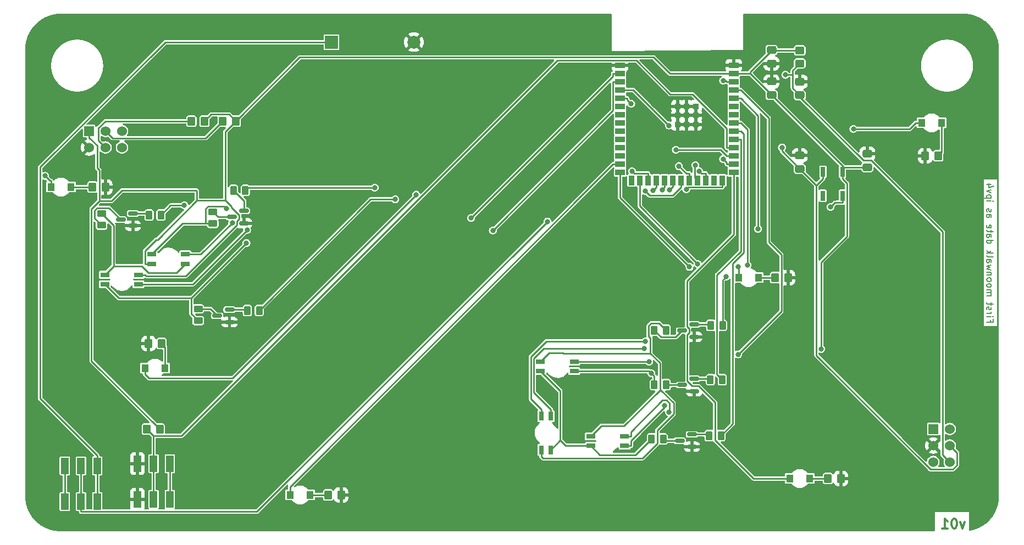
<source format=gbr>
%TF.GenerationSoftware,KiCad,Pcbnew,7.0.1-0*%
%TF.CreationDate,2023-04-14T08:17:47-04:00*%
%TF.ProjectId,WrightSpace,57726967-6874-4537-9061-63652e6b6963,v01*%
%TF.SameCoordinates,Original*%
%TF.FileFunction,Copper,L2,Bot*%
%TF.FilePolarity,Positive*%
%FSLAX46Y46*%
G04 Gerber Fmt 4.6, Leading zero omitted, Abs format (unit mm)*
G04 Created by KiCad (PCBNEW 7.0.1-0) date 2023-04-14 08:17:47*
%MOMM*%
%LPD*%
G01*
G04 APERTURE LIST*
G04 Aperture macros list*
%AMRoundRect*
0 Rectangle with rounded corners*
0 $1 Rounding radius*
0 $2 $3 $4 $5 $6 $7 $8 $9 X,Y pos of 4 corners*
0 Add a 4 corners polygon primitive as box body*
4,1,4,$2,$3,$4,$5,$6,$7,$8,$9,$2,$3,0*
0 Add four circle primitives for the rounded corners*
1,1,$1+$1,$2,$3*
1,1,$1+$1,$4,$5*
1,1,$1+$1,$6,$7*
1,1,$1+$1,$8,$9*
0 Add four rect primitives between the rounded corners*
20,1,$1+$1,$2,$3,$4,$5,0*
20,1,$1+$1,$4,$5,$6,$7,0*
20,1,$1+$1,$6,$7,$8,$9,0*
20,1,$1+$1,$8,$9,$2,$3,0*%
%AMFreePoly0*
4,1,13,0.900000,0.500000,2.600000,0.500000,2.600000,-0.500000,0.900000,-0.500000,0.400000,-1.000000,-0.400000,-1.000000,-0.900000,-0.500000,-2.600000,-0.500000,-2.600000,0.500000,-0.900000,0.500000,-0.400000,1.000000,0.400000,1.000000,0.900000,0.500000,0.900000,0.500000,$1*%
G04 Aperture macros list end*
%ADD10C,0.300000*%
%TA.AperFunction,NonConductor*%
%ADD11C,0.300000*%
%TD*%
%ADD12C,0.150000*%
%TA.AperFunction,NonConductor*%
%ADD13C,0.150000*%
%TD*%
%TA.AperFunction,ComponentPad*%
%ADD14R,1.524000X1.524000*%
%TD*%
%TA.AperFunction,ComponentPad*%
%ADD15C,1.524000*%
%TD*%
%TA.AperFunction,SMDPad,CuDef*%
%ADD16RoundRect,0.250000X-0.450000X0.262500X-0.450000X-0.262500X0.450000X-0.262500X0.450000X0.262500X0*%
%TD*%
%TA.AperFunction,SMDPad,CuDef*%
%ADD17RoundRect,0.250000X-0.350000X-0.450000X0.350000X-0.450000X0.350000X0.450000X-0.350000X0.450000X0*%
%TD*%
%TA.AperFunction,SMDPad,CuDef*%
%ADD18R,1.080000X1.250000*%
%TD*%
%TA.AperFunction,SMDPad,CuDef*%
%ADD19RoundRect,0.250000X0.262500X0.450000X-0.262500X0.450000X-0.262500X-0.450000X0.262500X-0.450000X0*%
%TD*%
%TA.AperFunction,SMDPad,CuDef*%
%ADD20RoundRect,0.250000X0.350000X0.450000X-0.350000X0.450000X-0.350000X-0.450000X0.350000X-0.450000X0*%
%TD*%
%TA.AperFunction,SMDPad,CuDef*%
%ADD21R,1.200000X2.500000*%
%TD*%
%TA.AperFunction,SMDPad,CuDef*%
%ADD22RoundRect,0.150000X0.587500X0.150000X-0.587500X0.150000X-0.587500X-0.150000X0.587500X-0.150000X0*%
%TD*%
%TA.AperFunction,SMDPad,CuDef*%
%ADD23RoundRect,0.250000X-0.475000X0.337500X-0.475000X-0.337500X0.475000X-0.337500X0.475000X0.337500X0*%
%TD*%
%TA.AperFunction,SMDPad,CuDef*%
%ADD24R,1.400000X0.800000*%
%TD*%
%TA.AperFunction,SMDPad,CuDef*%
%ADD25RoundRect,0.250000X0.450000X-0.350000X0.450000X0.350000X-0.450000X0.350000X-0.450000X-0.350000X0*%
%TD*%
%TA.AperFunction,SMDPad,CuDef*%
%ADD26R,0.700000X1.500000*%
%TD*%
%TA.AperFunction,SMDPad,CuDef*%
%ADD27FreePoly0,90.000000*%
%TD*%
%TA.AperFunction,ComponentPad*%
%ADD28R,2.000000X2.000000*%
%TD*%
%TA.AperFunction,ComponentPad*%
%ADD29C,2.000000*%
%TD*%
%TA.AperFunction,SMDPad,CuDef*%
%ADD30R,0.800000X1.400000*%
%TD*%
%TA.AperFunction,SMDPad,CuDef*%
%ADD31RoundRect,0.250000X0.475000X-0.337500X0.475000X0.337500X-0.475000X0.337500X-0.475000X-0.337500X0*%
%TD*%
%TA.AperFunction,SMDPad,CuDef*%
%ADD32R,1.500000X0.900000*%
%TD*%
%TA.AperFunction,SMDPad,CuDef*%
%ADD33R,0.900000X1.500000*%
%TD*%
%TA.AperFunction,SMDPad,CuDef*%
%ADD34R,0.900000X0.900000*%
%TD*%
%TA.AperFunction,ViaPad*%
%ADD35C,0.800000*%
%TD*%
%TA.AperFunction,Conductor*%
%ADD36C,0.250000*%
%TD*%
G04 APERTURE END LIST*
D10*
D11*
X234481714Y-135722428D02*
X234124571Y-136722428D01*
X234124571Y-136722428D02*
X233767428Y-135722428D01*
X232910285Y-135222428D02*
X232767428Y-135222428D01*
X232767428Y-135222428D02*
X232624571Y-135293857D01*
X232624571Y-135293857D02*
X232553143Y-135365285D01*
X232553143Y-135365285D02*
X232481714Y-135508142D01*
X232481714Y-135508142D02*
X232410285Y-135793857D01*
X232410285Y-135793857D02*
X232410285Y-136151000D01*
X232410285Y-136151000D02*
X232481714Y-136436714D01*
X232481714Y-136436714D02*
X232553143Y-136579571D01*
X232553143Y-136579571D02*
X232624571Y-136651000D01*
X232624571Y-136651000D02*
X232767428Y-136722428D01*
X232767428Y-136722428D02*
X232910285Y-136722428D01*
X232910285Y-136722428D02*
X233053143Y-136651000D01*
X233053143Y-136651000D02*
X233124571Y-136579571D01*
X233124571Y-136579571D02*
X233196000Y-136436714D01*
X233196000Y-136436714D02*
X233267428Y-136151000D01*
X233267428Y-136151000D02*
X233267428Y-135793857D01*
X233267428Y-135793857D02*
X233196000Y-135508142D01*
X233196000Y-135508142D02*
X233124571Y-135365285D01*
X233124571Y-135365285D02*
X233053143Y-135293857D01*
X233053143Y-135293857D02*
X232910285Y-135222428D01*
X230981714Y-136722428D02*
X231838857Y-136722428D01*
X231410286Y-136722428D02*
X231410286Y-135222428D01*
X231410286Y-135222428D02*
X231553143Y-135436714D01*
X231553143Y-135436714D02*
X231696000Y-135579571D01*
X231696000Y-135579571D02*
X231838857Y-135651000D01*
D12*
D13*
X238390190Y-104584571D02*
X238390190Y-104917904D01*
X237866380Y-104917904D02*
X238866380Y-104917904D01*
X238866380Y-104917904D02*
X238866380Y-104441714D01*
X237866380Y-104060761D02*
X238533047Y-104060761D01*
X238866380Y-104060761D02*
X238818761Y-104108380D01*
X238818761Y-104108380D02*
X238771142Y-104060761D01*
X238771142Y-104060761D02*
X238818761Y-104013142D01*
X238818761Y-104013142D02*
X238866380Y-104060761D01*
X238866380Y-104060761D02*
X238771142Y-104060761D01*
X237866380Y-103584571D02*
X238533047Y-103584571D01*
X238342571Y-103584571D02*
X238437809Y-103536952D01*
X238437809Y-103536952D02*
X238485428Y-103489333D01*
X238485428Y-103489333D02*
X238533047Y-103394095D01*
X238533047Y-103394095D02*
X238533047Y-103298857D01*
X237914000Y-103013142D02*
X237866380Y-102917904D01*
X237866380Y-102917904D02*
X237866380Y-102727428D01*
X237866380Y-102727428D02*
X237914000Y-102632190D01*
X237914000Y-102632190D02*
X238009238Y-102584571D01*
X238009238Y-102584571D02*
X238056857Y-102584571D01*
X238056857Y-102584571D02*
X238152095Y-102632190D01*
X238152095Y-102632190D02*
X238199714Y-102727428D01*
X238199714Y-102727428D02*
X238199714Y-102870285D01*
X238199714Y-102870285D02*
X238247333Y-102965523D01*
X238247333Y-102965523D02*
X238342571Y-103013142D01*
X238342571Y-103013142D02*
X238390190Y-103013142D01*
X238390190Y-103013142D02*
X238485428Y-102965523D01*
X238485428Y-102965523D02*
X238533047Y-102870285D01*
X238533047Y-102870285D02*
X238533047Y-102727428D01*
X238533047Y-102727428D02*
X238485428Y-102632190D01*
X238533047Y-102298856D02*
X238533047Y-101917904D01*
X238866380Y-102155999D02*
X238009238Y-102155999D01*
X238009238Y-102155999D02*
X237914000Y-102108380D01*
X237914000Y-102108380D02*
X237866380Y-102013142D01*
X237866380Y-102013142D02*
X237866380Y-101917904D01*
X237866380Y-100822665D02*
X238533047Y-100822665D01*
X238437809Y-100822665D02*
X238485428Y-100775046D01*
X238485428Y-100775046D02*
X238533047Y-100679808D01*
X238533047Y-100679808D02*
X238533047Y-100536951D01*
X238533047Y-100536951D02*
X238485428Y-100441713D01*
X238485428Y-100441713D02*
X238390190Y-100394094D01*
X238390190Y-100394094D02*
X237866380Y-100394094D01*
X238390190Y-100394094D02*
X238485428Y-100346475D01*
X238485428Y-100346475D02*
X238533047Y-100251237D01*
X238533047Y-100251237D02*
X238533047Y-100108380D01*
X238533047Y-100108380D02*
X238485428Y-100013141D01*
X238485428Y-100013141D02*
X238390190Y-99965522D01*
X238390190Y-99965522D02*
X237866380Y-99965522D01*
X237866380Y-99346475D02*
X237914000Y-99441713D01*
X237914000Y-99441713D02*
X237961619Y-99489332D01*
X237961619Y-99489332D02*
X238056857Y-99536951D01*
X238056857Y-99536951D02*
X238342571Y-99536951D01*
X238342571Y-99536951D02*
X238437809Y-99489332D01*
X238437809Y-99489332D02*
X238485428Y-99441713D01*
X238485428Y-99441713D02*
X238533047Y-99346475D01*
X238533047Y-99346475D02*
X238533047Y-99203618D01*
X238533047Y-99203618D02*
X238485428Y-99108380D01*
X238485428Y-99108380D02*
X238437809Y-99060761D01*
X238437809Y-99060761D02*
X238342571Y-99013142D01*
X238342571Y-99013142D02*
X238056857Y-99013142D01*
X238056857Y-99013142D02*
X237961619Y-99060761D01*
X237961619Y-99060761D02*
X237914000Y-99108380D01*
X237914000Y-99108380D02*
X237866380Y-99203618D01*
X237866380Y-99203618D02*
X237866380Y-99346475D01*
X237866380Y-98441713D02*
X237914000Y-98536951D01*
X237914000Y-98536951D02*
X237961619Y-98584570D01*
X237961619Y-98584570D02*
X238056857Y-98632189D01*
X238056857Y-98632189D02*
X238342571Y-98632189D01*
X238342571Y-98632189D02*
X238437809Y-98584570D01*
X238437809Y-98584570D02*
X238485428Y-98536951D01*
X238485428Y-98536951D02*
X238533047Y-98441713D01*
X238533047Y-98441713D02*
X238533047Y-98298856D01*
X238533047Y-98298856D02*
X238485428Y-98203618D01*
X238485428Y-98203618D02*
X238437809Y-98155999D01*
X238437809Y-98155999D02*
X238342571Y-98108380D01*
X238342571Y-98108380D02*
X238056857Y-98108380D01*
X238056857Y-98108380D02*
X237961619Y-98155999D01*
X237961619Y-98155999D02*
X237914000Y-98203618D01*
X237914000Y-98203618D02*
X237866380Y-98298856D01*
X237866380Y-98298856D02*
X237866380Y-98441713D01*
X238533047Y-97679808D02*
X237866380Y-97679808D01*
X238437809Y-97679808D02*
X238485428Y-97632189D01*
X238485428Y-97632189D02*
X238533047Y-97536951D01*
X238533047Y-97536951D02*
X238533047Y-97394094D01*
X238533047Y-97394094D02*
X238485428Y-97298856D01*
X238485428Y-97298856D02*
X238390190Y-97251237D01*
X238390190Y-97251237D02*
X237866380Y-97251237D01*
X238533047Y-96870284D02*
X237866380Y-96679808D01*
X237866380Y-96679808D02*
X238342571Y-96489332D01*
X238342571Y-96489332D02*
X237866380Y-96298856D01*
X237866380Y-96298856D02*
X238533047Y-96108380D01*
X237866380Y-95298856D02*
X238390190Y-95298856D01*
X238390190Y-95298856D02*
X238485428Y-95346475D01*
X238485428Y-95346475D02*
X238533047Y-95441713D01*
X238533047Y-95441713D02*
X238533047Y-95632189D01*
X238533047Y-95632189D02*
X238485428Y-95727427D01*
X237914000Y-95298856D02*
X237866380Y-95394094D01*
X237866380Y-95394094D02*
X237866380Y-95632189D01*
X237866380Y-95632189D02*
X237914000Y-95727427D01*
X237914000Y-95727427D02*
X238009238Y-95775046D01*
X238009238Y-95775046D02*
X238104476Y-95775046D01*
X238104476Y-95775046D02*
X238199714Y-95727427D01*
X238199714Y-95727427D02*
X238247333Y-95632189D01*
X238247333Y-95632189D02*
X238247333Y-95394094D01*
X238247333Y-95394094D02*
X238294952Y-95298856D01*
X237866380Y-94679808D02*
X237914000Y-94775046D01*
X237914000Y-94775046D02*
X238009238Y-94822665D01*
X238009238Y-94822665D02*
X238866380Y-94822665D01*
X237866380Y-94298855D02*
X238866380Y-94298855D01*
X238247333Y-94203617D02*
X237866380Y-93917903D01*
X238533047Y-93917903D02*
X238152095Y-94298855D01*
X237866380Y-92298855D02*
X238866380Y-92298855D01*
X237914000Y-92298855D02*
X237866380Y-92394093D01*
X237866380Y-92394093D02*
X237866380Y-92584569D01*
X237866380Y-92584569D02*
X237914000Y-92679807D01*
X237914000Y-92679807D02*
X237961619Y-92727426D01*
X237961619Y-92727426D02*
X238056857Y-92775045D01*
X238056857Y-92775045D02*
X238342571Y-92775045D01*
X238342571Y-92775045D02*
X238437809Y-92727426D01*
X238437809Y-92727426D02*
X238485428Y-92679807D01*
X238485428Y-92679807D02*
X238533047Y-92584569D01*
X238533047Y-92584569D02*
X238533047Y-92394093D01*
X238533047Y-92394093D02*
X238485428Y-92298855D01*
X237866380Y-91394093D02*
X238390190Y-91394093D01*
X238390190Y-91394093D02*
X238485428Y-91441712D01*
X238485428Y-91441712D02*
X238533047Y-91536950D01*
X238533047Y-91536950D02*
X238533047Y-91727426D01*
X238533047Y-91727426D02*
X238485428Y-91822664D01*
X237914000Y-91394093D02*
X237866380Y-91489331D01*
X237866380Y-91489331D02*
X237866380Y-91727426D01*
X237866380Y-91727426D02*
X237914000Y-91822664D01*
X237914000Y-91822664D02*
X238009238Y-91870283D01*
X238009238Y-91870283D02*
X238104476Y-91870283D01*
X238104476Y-91870283D02*
X238199714Y-91822664D01*
X238199714Y-91822664D02*
X238247333Y-91727426D01*
X238247333Y-91727426D02*
X238247333Y-91489331D01*
X238247333Y-91489331D02*
X238294952Y-91394093D01*
X238533047Y-91060759D02*
X238533047Y-90679807D01*
X238866380Y-90917902D02*
X238009238Y-90917902D01*
X238009238Y-90917902D02*
X237914000Y-90870283D01*
X237914000Y-90870283D02*
X237866380Y-90775045D01*
X237866380Y-90775045D02*
X237866380Y-90679807D01*
X237914000Y-89965521D02*
X237866380Y-90060759D01*
X237866380Y-90060759D02*
X237866380Y-90251235D01*
X237866380Y-90251235D02*
X237914000Y-90346473D01*
X237914000Y-90346473D02*
X238009238Y-90394092D01*
X238009238Y-90394092D02*
X238390190Y-90394092D01*
X238390190Y-90394092D02*
X238485428Y-90346473D01*
X238485428Y-90346473D02*
X238533047Y-90251235D01*
X238533047Y-90251235D02*
X238533047Y-90060759D01*
X238533047Y-90060759D02*
X238485428Y-89965521D01*
X238485428Y-89965521D02*
X238390190Y-89917902D01*
X238390190Y-89917902D02*
X238294952Y-89917902D01*
X238294952Y-89917902D02*
X238199714Y-90394092D01*
X237866380Y-88298854D02*
X238390190Y-88298854D01*
X238390190Y-88298854D02*
X238485428Y-88346473D01*
X238485428Y-88346473D02*
X238533047Y-88441711D01*
X238533047Y-88441711D02*
X238533047Y-88632187D01*
X238533047Y-88632187D02*
X238485428Y-88727425D01*
X237914000Y-88298854D02*
X237866380Y-88394092D01*
X237866380Y-88394092D02*
X237866380Y-88632187D01*
X237866380Y-88632187D02*
X237914000Y-88727425D01*
X237914000Y-88727425D02*
X238009238Y-88775044D01*
X238009238Y-88775044D02*
X238104476Y-88775044D01*
X238104476Y-88775044D02*
X238199714Y-88727425D01*
X238199714Y-88727425D02*
X238247333Y-88632187D01*
X238247333Y-88632187D02*
X238247333Y-88394092D01*
X238247333Y-88394092D02*
X238294952Y-88298854D01*
X237914000Y-87870282D02*
X237866380Y-87775044D01*
X237866380Y-87775044D02*
X237866380Y-87584568D01*
X237866380Y-87584568D02*
X237914000Y-87489330D01*
X237914000Y-87489330D02*
X238009238Y-87441711D01*
X238009238Y-87441711D02*
X238056857Y-87441711D01*
X238056857Y-87441711D02*
X238152095Y-87489330D01*
X238152095Y-87489330D02*
X238199714Y-87584568D01*
X238199714Y-87584568D02*
X238199714Y-87727425D01*
X238199714Y-87727425D02*
X238247333Y-87822663D01*
X238247333Y-87822663D02*
X238342571Y-87870282D01*
X238342571Y-87870282D02*
X238390190Y-87870282D01*
X238390190Y-87870282D02*
X238485428Y-87822663D01*
X238485428Y-87822663D02*
X238533047Y-87727425D01*
X238533047Y-87727425D02*
X238533047Y-87584568D01*
X238533047Y-87584568D02*
X238485428Y-87489330D01*
X237866380Y-86251234D02*
X238533047Y-86251234D01*
X238866380Y-86251234D02*
X238818761Y-86298853D01*
X238818761Y-86298853D02*
X238771142Y-86251234D01*
X238771142Y-86251234D02*
X238818761Y-86203615D01*
X238818761Y-86203615D02*
X238866380Y-86251234D01*
X238866380Y-86251234D02*
X238771142Y-86251234D01*
X238533047Y-85775044D02*
X237533047Y-85775044D01*
X238485428Y-85775044D02*
X238533047Y-85679806D01*
X238533047Y-85679806D02*
X238533047Y-85489330D01*
X238533047Y-85489330D02*
X238485428Y-85394092D01*
X238485428Y-85394092D02*
X238437809Y-85346473D01*
X238437809Y-85346473D02*
X238342571Y-85298854D01*
X238342571Y-85298854D02*
X238056857Y-85298854D01*
X238056857Y-85298854D02*
X237961619Y-85346473D01*
X237961619Y-85346473D02*
X237914000Y-85394092D01*
X237914000Y-85394092D02*
X237866380Y-85489330D01*
X237866380Y-85489330D02*
X237866380Y-85679806D01*
X237866380Y-85679806D02*
X237914000Y-85775044D01*
X238533047Y-84965520D02*
X237866380Y-84727425D01*
X237866380Y-84727425D02*
X238533047Y-84489330D01*
X238533047Y-83679806D02*
X237866380Y-83679806D01*
X238914000Y-83917901D02*
X238199714Y-84155996D01*
X238199714Y-84155996D02*
X238199714Y-83536949D01*
D14*
%TO.P,J3,1,Vcc*%
%TO.N,VDD33*%
X99568000Y-75438000D03*
D15*
%TO.P,J3,2,GND*%
%TO.N,GND*%
X99568000Y-77978000D03*
%TO.P,J3,3,SDA*%
%TO.N,SDA*%
X102108000Y-75438000D03*
%TO.P,J3,4,SCL*%
%TO.N,SCL*%
X102108000Y-77978000D03*
%TO.P,J3,5,GPIO1*%
%TO.N,GPIO1*%
X104648000Y-75438000D03*
%TO.P,J3,6,GPIO2*%
%TO.N,GPIO2*%
X104648000Y-77978000D03*
%TD*%
D16*
%TO.P,R1,1*%
%TO.N,Net-(D1-R)*%
X101496500Y-88138000D03*
%TO.P,R1,2*%
%TO.N,Net-(Q1-C)*%
X101496500Y-89963000D03*
%TD*%
D17*
%TO.P,R20,1*%
%TO.N,Net-(D9-K)*%
X100076000Y-84074000D03*
%TO.P,R20,2*%
%TO.N,GND*%
X102076000Y-84074000D03*
%TD*%
D18*
%TO.P,D9,1,K*%
%TO.N,Net-(D9-K)*%
X96810000Y-84074000D03*
%TO.P,D9,2,A*%
%TO.N,LED4*%
X93690000Y-84074000D03*
%TD*%
%TO.P,D6,1,K*%
%TO.N,Net-(D6-K)*%
X230922000Y-74168000D03*
%TO.P,D6,2,A*%
%TO.N,LED1*%
X227802000Y-74168000D03*
%TD*%
D19*
%TO.P,R13,1*%
%TO.N,Net-(Q6-C)*%
X188007000Y-122936000D03*
%TO.P,R13,2*%
%TO.N,Net-(D3-G)*%
X186182000Y-122936000D03*
%TD*%
D20*
%TO.P,R7,1*%
%TO.N,VDD33*%
X110458000Y-121412000D03*
%TO.P,R7,2*%
%TO.N,WiFi_On{slash}Off*%
X108458000Y-121412000D03*
%TD*%
%TO.P,R17,1*%
%TO.N,Net-(D6-K)*%
X230378000Y-79248000D03*
%TO.P,R17,2*%
%TO.N,GND*%
X228378000Y-79248000D03*
%TD*%
D16*
%TO.P,R2,1*%
%TO.N,Net-(Q2-C)*%
X118618000Y-87884000D03*
%TO.P,R2,2*%
%TO.N,Net-(D1-B)*%
X118618000Y-89709000D03*
%TD*%
D21*
%TO.P,SW2,1,A*%
%TO.N,unconnected-(SW2-A-Pad1)*%
X112014000Y-132246000D03*
X112014000Y-126746000D03*
%TO.P,SW2,2,B*%
%TO.N,WiFi_On{slash}Off*%
X109514000Y-132246000D03*
X109514000Y-126746000D03*
%TO.P,SW2,3,C*%
%TO.N,GND*%
X107014000Y-132246000D03*
X107014000Y-126746000D03*
%TD*%
D22*
%TO.P,Q1,1,B*%
%TO.N,Net-(Q1-B)*%
X106322500Y-88138000D03*
%TO.P,Q1,2,E*%
%TO.N,GND*%
X106322500Y-90038000D03*
%TO.P,Q1,3,C*%
%TO.N,Net-(Q1-C)*%
X104447500Y-89088000D03*
%TD*%
D19*
%TO.P,R12,1*%
%TO.N,Net-(Q5-C)*%
X188468000Y-114554000D03*
%TO.P,R12,2*%
%TO.N,Net-(D3-B)*%
X186643000Y-114554000D03*
%TD*%
D23*
%TO.P,C3,1*%
%TO.N,GND*%
X209042000Y-67834000D03*
%TO.P,C3,2*%
%TO.N,EN*%
X209042000Y-69909000D03*
%TD*%
D16*
%TO.P,R3,1*%
%TO.N,Net-(Q3-C)*%
X116379000Y-102870000D03*
%TO.P,R3,2*%
%TO.N,Net-(D1-G)*%
X116379000Y-104695000D03*
%TD*%
D17*
%TO.P,R22,1*%
%TO.N,Net-(D11-K)*%
X136398000Y-131572000D03*
%TO.P,R22,2*%
%TO.N,GND*%
X138398000Y-131572000D03*
%TD*%
D24*
%TO.P,D2,1,R*%
%TO.N,Net-(D1-R)*%
X101988000Y-97610000D03*
%TO.P,D2,2,A*%
%TO.N,VDD33*%
X107188000Y-97610000D03*
%TO.P,D2,3,B*%
%TO.N,Net-(D1-B)*%
X107188000Y-99060000D03*
%TO.P,D2,4,G*%
%TO.N,Net-(D1-G)*%
X101988000Y-99060000D03*
%TD*%
D22*
%TO.P,Q6,1,B*%
%TO.N,Net-(Q6-B)*%
X192422000Y-122240000D03*
%TO.P,Q6,2,E*%
%TO.N,GND*%
X192422000Y-124140000D03*
%TO.P,Q6,3,C*%
%TO.N,Net-(Q6-C)*%
X190547000Y-123190000D03*
%TD*%
D25*
%TO.P,R8,1*%
%TO.N,EN*%
X209042000Y-65008000D03*
%TO.P,R8,2*%
%TO.N,VDD33*%
X209042000Y-63008000D03*
%TD*%
D26*
%TO.P,U1,1,CE*%
%TO.N,Net-(SW1-B)*%
X215622000Y-85416000D03*
D27*
%TO.P,U1,2,GND*%
%TO.N,GND*%
X214122000Y-83566000D03*
D26*
%TO.P,U1,3,NC*%
%TO.N,unconnected-(U1-NC-Pad3)*%
X212622000Y-85416000D03*
%TO.P,U1,4,Vin*%
%TO.N,VBUS*%
X212622000Y-81716000D03*
%TO.P,U1,5,Vout*%
%TO.N,VDD33*%
X215622000Y-81716000D03*
%TD*%
D18*
%TO.P,D11,1,K*%
%TO.N,Net-(D11-K)*%
X133640000Y-131572000D03*
%TO.P,D11,2,A*%
%TO.N,LED6*%
X130520000Y-131572000D03*
%TD*%
D23*
%TO.P,C1,1*%
%TO.N,GND*%
X209042000Y-79205000D03*
%TO.P,C1,2*%
%TO.N,VBUS*%
X209042000Y-81280000D03*
%TD*%
D19*
%TO.P,R16,1*%
%TO.N,LED2_G*%
X196897000Y-122428000D03*
%TO.P,R16,2*%
%TO.N,Net-(Q6-B)*%
X195072000Y-122428000D03*
%TD*%
D22*
%TO.P,Q4,1,B*%
%TO.N,Net-(Q4-B)*%
X192786000Y-105288000D03*
%TO.P,Q4,2,E*%
%TO.N,GND*%
X192786000Y-107188000D03*
%TO.P,Q4,3,C*%
%TO.N,Net-(Q4-C)*%
X190911000Y-106238000D03*
%TD*%
D28*
%TO.P,BT1,1,+*%
%TO.N,VBUS*%
X136906000Y-61722000D03*
D29*
%TO.P,BT1,2,-*%
%TO.N,GND*%
X149606000Y-61722000D03*
%TD*%
D30*
%TO.P,D4,1,R*%
%TO.N,Net-(D3-R)*%
X169238600Y-124611300D03*
%TO.P,D4,2,A*%
%TO.N,VDD33*%
X169238600Y-119411300D03*
%TO.P,D4,3,B*%
%TO.N,Net-(D3-B)*%
X170688600Y-119411300D03*
%TO.P,D4,4,G*%
%TO.N,Net-(D3-G)*%
X170688600Y-124611300D03*
%TD*%
D19*
%TO.P,R5,1*%
%TO.N,LED1_B*%
X123651000Y-84582000D03*
%TO.P,R5,2*%
%TO.N,Net-(Q2-B)*%
X121826000Y-84582000D03*
%TD*%
D31*
%TO.P,C4,1*%
%TO.N,GND*%
X204702500Y-65024000D03*
%TO.P,C4,2*%
%TO.N,VDD33*%
X204702500Y-62949000D03*
%TD*%
D23*
%TO.P,C5,1*%
%TO.N,GND*%
X204702500Y-67796500D03*
%TO.P,C5,2*%
%TO.N,VDD33*%
X204702500Y-69871500D03*
%TD*%
D21*
%TO.P,SW1,1,A*%
%TO.N,VBUS*%
X100838000Y-132588000D03*
X100838000Y-127088000D03*
%TO.P,SW1,2,B*%
%TO.N,Net-(SW1-B)*%
X98338000Y-132588000D03*
X98338000Y-127088000D03*
%TO.P,SW1,3,C*%
%TO.N,unconnected-(SW1-C-Pad3)*%
X95838000Y-132588000D03*
X95838000Y-127088000D03*
%TD*%
D17*
%TO.P,R21,1*%
%TO.N,Net-(D10-K)*%
X205232000Y-98044000D03*
%TO.P,R21,2*%
%TO.N,GND*%
X207232000Y-98044000D03*
%TD*%
D24*
%TO.P,D3,1,R*%
%TO.N,Net-(D3-R)*%
X169104000Y-111035000D03*
%TO.P,D3,2,A*%
%TO.N,VDD33*%
X174304000Y-111035000D03*
%TO.P,D3,3,B*%
%TO.N,Net-(D3-B)*%
X174304000Y-112485000D03*
%TO.P,D3,4,G*%
%TO.N,Net-(D3-G)*%
X169104000Y-112485000D03*
%TD*%
D20*
%TO.P,R19,1*%
%TO.N,Net-(D8-K)*%
X110744000Y-108204000D03*
%TO.P,R19,2*%
%TO.N,GND*%
X108744000Y-108204000D03*
%TD*%
D19*
%TO.P,R11,1*%
%TO.N,Net-(D3-R)*%
X188468000Y-106172000D03*
%TO.P,R11,2*%
%TO.N,Net-(Q4-C)*%
X186643000Y-106172000D03*
%TD*%
%TO.P,R14,1*%
%TO.N,LED2_R*%
X197151000Y-105410000D03*
%TO.P,R14,2*%
%TO.N,Net-(Q4-B)*%
X195326000Y-105410000D03*
%TD*%
D20*
%TO.P,R10,1*%
%TO.N,VDD33*%
X117348000Y-73914000D03*
%TO.P,R10,2*%
%TO.N,SCL*%
X115348000Y-73914000D03*
%TD*%
D22*
%TO.P,Q2,1,B*%
%TO.N,Net-(Q2-B)*%
X123444000Y-87762000D03*
%TO.P,Q2,2,E*%
%TO.N,GND*%
X123444000Y-89662000D03*
%TO.P,Q2,3,C*%
%TO.N,Net-(Q2-C)*%
X121569000Y-88712000D03*
%TD*%
D24*
%TO.P,D1,1,R*%
%TO.N,Net-(D1-R)*%
X114397000Y-95915000D03*
%TO.P,D1,2,A*%
%TO.N,VDD33*%
X109197000Y-95915000D03*
%TO.P,D1,3,B*%
%TO.N,Net-(D1-B)*%
X109197000Y-94465000D03*
%TO.P,D1,4,G*%
%TO.N,Net-(D1-G)*%
X114397000Y-94465000D03*
%TD*%
D32*
%TO.P,U2,1,GND*%
%TO.N,GND*%
X198869000Y-65298000D03*
%TO.P,U2,2,3V3*%
%TO.N,VDD33*%
X198869000Y-66568000D03*
%TO.P,U2,3,EN*%
%TO.N,EN*%
X198869000Y-67838000D03*
%TO.P,U2,4,GPIO4/TOUCH4/ADC1_CH3*%
%TO.N,Touch4*%
X198869000Y-69108000D03*
%TO.P,U2,5,GPIO5/TOUCH5/ADC1_CH4*%
%TO.N,Touch5*%
X198869000Y-70378000D03*
%TO.P,U2,6,GPIO6/TOUCH6/ADC1_CH5*%
%TO.N,unconnected-(U2-GPIO6{slash}TOUCH6{slash}ADC1_CH5-Pad6)*%
X198869000Y-71648000D03*
%TO.P,U2,7,GPIO7/TOUCH7/ADC1_CH6*%
%TO.N,unconnected-(U2-GPIO7{slash}TOUCH7{slash}ADC1_CH6-Pad7)*%
X198869000Y-72918000D03*
%TO.P,U2,8,GPIO15/U0RTS/ADC2_CH4/XTAL_32K_P*%
%TO.N,LED2_R*%
X198869000Y-74188000D03*
%TO.P,U2,9,GPIO16/U0CTS/ADC2_CH5/XTAL_32K_N*%
%TO.N,LED2_G*%
X198869000Y-75458000D03*
%TO.P,U2,10,GPIO17/U1TXD/ADC2_CH6/DAC_1*%
%TO.N,LED2_B*%
X198869000Y-76728000D03*
%TO.P,U2,11,GPIO18/U1RXD/ADC2_CH7/DAC_2/CLK_OUT3*%
%TO.N,WiFi_On{slash}Off*%
X198869000Y-77998000D03*
%TO.P,U2,12,GPIO8/TOUCH8/ADC1_CH7*%
%TO.N,SDA*%
X198869000Y-79268000D03*
%TO.P,U2,13,GPIO19/U1RTS/ADC2_CH8/CLK_OUT2/USB_D-*%
%TO.N,LED1*%
X198869000Y-80538000D03*
%TO.P,U2,14,GPIO20/U1CTS/ADC2_CH9/CLK_OUT1/USB_D+*%
%TO.N,LED2*%
X198869000Y-81808000D03*
D33*
%TO.P,U2,15,GPIO3/TOUCH3/ADC1_CH2*%
%TO.N,Touch3*%
X197104000Y-83058000D03*
%TO.P,U2,16,GPIO46*%
%TO.N,unconnected-(U2-GPIO46-Pad16)*%
X195834000Y-83058000D03*
%TO.P,U2,17,GPIO9/TOUCH9/ADC1_CH8/FSPIHD*%
%TO.N,SCL*%
X194564000Y-83058000D03*
%TO.P,U2,18,GPIO10/TOUCH10/ADC1_CH9/FSPICS0/FSPIIO4*%
%TO.N,GPIO1*%
X193294000Y-83058000D03*
%TO.P,U2,19,GPIO11/TOUCH11/ADC2_CH0/FSPID/FSPIIO5*%
%TO.N,GPIO2*%
X192024000Y-83058000D03*
%TO.P,U2,20,GPIO12/TOUCH12/ADC2_CH1/FSPICLK/FSPIIO6*%
%TO.N,LED1_R*%
X190754000Y-83058000D03*
%TO.P,U2,21,GPIO13/TOUCH13/ADC2_CH2/FSPIQ/FSPIIO7*%
%TO.N,LED1_G*%
X189484000Y-83058000D03*
%TO.P,U2,22,GPIO14/TOUCH14/ADC2_CH3/FSPIWP/FSPIDQS*%
%TO.N,LED1_B*%
X188214000Y-83058000D03*
%TO.P,U2,23,GPIO21*%
%TO.N,LED3*%
X186944000Y-83058000D03*
%TO.P,U2,24,SPIIO4/GPIO33/FSPIHD*%
%TO.N,LED4*%
X185674000Y-83058000D03*
%TO.P,U2,25,SPIIO5/GPIO34/FSPICS0*%
%TO.N,LED5*%
X184404000Y-83058000D03*
%TO.P,U2,26,GPIO45*%
%TO.N,unconnected-(U2-GPIO45-Pad26)*%
X183134000Y-83058000D03*
D32*
%TO.P,U2,27,GPIO0*%
%TO.N,Boot_Button*%
X181369000Y-81808000D03*
%TO.P,U2,28,SPIIO6/GPIO35/FSPID*%
%TO.N,LED6*%
X181369000Y-80538000D03*
%TO.P,U2,29,SPIIO7/GPIO36/FSPICLK*%
%TO.N,unconnected-(U2-SPIIO7{slash}GPIO36{slash}FSPICLK-Pad29)*%
X181369000Y-79268000D03*
%TO.P,U2,30,SPIDQS/GPIO37/FSPIQ*%
%TO.N,unconnected-(U2-SPIDQS{slash}GPIO37{slash}FSPIQ-Pad30)*%
X181369000Y-77998000D03*
%TO.P,U2,31,GPIO38/FSPIWP*%
%TO.N,unconnected-(U2-GPIO38{slash}FSPIWP-Pad31)*%
X181369000Y-76728000D03*
%TO.P,U2,32,MTCK/GPIO39/CLK_OUT3*%
%TO.N,unconnected-(U2-MTCK{slash}GPIO39{slash}CLK_OUT3-Pad32)*%
X181369000Y-75458000D03*
%TO.P,U2,33,MTDO/GPIO40/CLK_OUT2*%
%TO.N,unconnected-(U2-MTDO{slash}GPIO40{slash}CLK_OUT2-Pad33)*%
X181369000Y-74188000D03*
%TO.P,U2,34,MTDI/GPIO41/CLK_OUT1*%
%TO.N,unconnected-(U2-MTDI{slash}GPIO41{slash}CLK_OUT1-Pad34)*%
X181369000Y-72918000D03*
%TO.P,U2,35,MTMS/GPIO42*%
%TO.N,unconnected-(U2-MTMS{slash}GPIO42-Pad35)*%
X181369000Y-71648000D03*
%TO.P,U2,36,U0RXD/GPIO44/CLK_OUT2*%
%TO.N,RX*%
X181369000Y-70378000D03*
%TO.P,U2,37,U0TXD/GPIO43/CLK_OUT1*%
%TO.N,TX*%
X181369000Y-69108000D03*
%TO.P,U2,38,GPIO2/TOUCH2/ADC1_CH1*%
%TO.N,Touch2*%
X181369000Y-67838000D03*
%TO.P,U2,39,GPIO1/TOUCH1/ADC1_CH0*%
%TO.N,Touch1*%
X181369000Y-66568000D03*
%TO.P,U2,40,GND*%
%TO.N,GND*%
X181369000Y-65298000D03*
D34*
%TO.P,U2,41,GND*%
X193019000Y-74418000D03*
X193019000Y-73018000D03*
X193019000Y-71618000D03*
X191619000Y-74418000D03*
X191619000Y-73018000D03*
X191619000Y-71618000D03*
X190219000Y-74418000D03*
X190219000Y-73018000D03*
X190219000Y-71618000D03*
%TD*%
D19*
%TO.P,R15,1*%
%TO.N,LED2_B*%
X197104000Y-113792000D03*
%TO.P,R15,2*%
%TO.N,Net-(Q5-B)*%
X195279000Y-113792000D03*
%TD*%
D23*
%TO.P,C2,1*%
%TO.N,GND*%
X219456000Y-78951000D03*
%TO.P,C2,2*%
%TO.N,VDD33*%
X219456000Y-81026000D03*
%TD*%
D17*
%TO.P,R18,1*%
%TO.N,Net-(D7-K)*%
X213376000Y-129032000D03*
%TO.P,R18,2*%
%TO.N,GND*%
X215376000Y-129032000D03*
%TD*%
D19*
%TO.P,R4,1*%
%TO.N,LED1_R*%
X110640500Y-88392000D03*
%TO.P,R4,2*%
%TO.N,Net-(Q1-B)*%
X108815500Y-88392000D03*
%TD*%
D18*
%TO.P,D10,1,K*%
%TO.N,Net-(D10-K)*%
X202728000Y-98044000D03*
%TO.P,D10,2,A*%
%TO.N,LED5*%
X199608000Y-98044000D03*
%TD*%
%TO.P,D8,1,K*%
%TO.N,Net-(D8-K)*%
X111288000Y-112014000D03*
%TO.P,D8,2,A*%
%TO.N,LED3*%
X108168000Y-112014000D03*
%TD*%
D20*
%TO.P,R9,1*%
%TO.N,VDD33*%
X122174000Y-73914000D03*
%TO.P,R9,2*%
%TO.N,SDA*%
X120174000Y-73914000D03*
%TD*%
D22*
%TO.P,Q3,1,B*%
%TO.N,Net-(Q3-B)*%
X121205000Y-103002000D03*
%TO.P,Q3,2,E*%
%TO.N,GND*%
X121205000Y-104902000D03*
%TO.P,Q3,3,C*%
%TO.N,Net-(Q3-C)*%
X119330000Y-103952000D03*
%TD*%
D14*
%TO.P,J2,1,Pin_1*%
%TO.N,TX*%
X229616000Y-121412000D03*
D15*
%TO.P,J2,2,Pin_2*%
%TO.N,RX*%
X232156000Y-121412000D03*
%TO.P,J2,3,Pin_3*%
%TO.N,GND*%
X229616000Y-123952000D03*
%TO.P,J2,4,Pin_4*%
%TO.N,VBUS*%
X232156000Y-123952000D03*
%TO.P,J2,5,Pin_5*%
%TO.N,Boot_Button*%
X229616000Y-126492000D03*
%TO.P,J2,6,Pin_6*%
%TO.N,EN*%
X232156000Y-126492000D03*
%TD*%
D22*
%TO.P,Q5,1,B*%
%TO.N,Net-(Q5-B)*%
X192786000Y-113670000D03*
%TO.P,Q5,2,E*%
%TO.N,GND*%
X192786000Y-115570000D03*
%TO.P,Q5,3,C*%
%TO.N,Net-(Q5-C)*%
X190911000Y-114620000D03*
%TD*%
D18*
%TO.P,D7,1,K*%
%TO.N,Net-(D7-K)*%
X210602000Y-129032000D03*
%TO.P,D7,2,A*%
%TO.N,LED2*%
X207482000Y-129032000D03*
%TD*%
D19*
%TO.P,R6,1*%
%TO.N,LED1_G*%
X125777000Y-103124000D03*
%TO.P,R6,2*%
%TO.N,Net-(Q3-B)*%
X123952000Y-103124000D03*
%TD*%
D24*
%TO.P,D5,1,R*%
%TO.N,Net-(D3-R)*%
X176846600Y-122548500D03*
%TO.P,D5,2,A*%
%TO.N,VDD33*%
X182046600Y-122548500D03*
%TO.P,D5,3,B*%
%TO.N,Net-(D3-B)*%
X182046600Y-123998500D03*
%TO.P,D5,4,G*%
%TO.N,Net-(D3-G)*%
X176846600Y-123998500D03*
%TD*%
D35*
%TO.N,GND*%
X111760000Y-85598000D03*
X195072000Y-107950000D03*
X177546000Y-66294000D03*
X110998000Y-78994000D03*
X193294000Y-102870000D03*
X189484000Y-102616000D03*
X96520000Y-113030000D03*
X101600000Y-107188000D03*
%TO.N,Net-(D3-B)*%
X188238100Y-117753000D03*
X186157700Y-112779000D03*
X185045500Y-109015100D03*
%TO.N,Touch1*%
X158420800Y-88858600D03*
%TO.N,Touch2*%
X161768700Y-90790400D03*
%TO.N,Touch3*%
X191561800Y-84415100D03*
%TO.N,Touch5*%
X202624500Y-90535900D03*
%TO.N,Touch4*%
X199563200Y-109883000D03*
%TO.N,LED2_R*%
X200987800Y-96099000D03*
X197707400Y-97896500D03*
%TO.N,LED1_R*%
X185242000Y-84700200D03*
X114254900Y-86916500D03*
%TO.N,LED1_G*%
X189004600Y-84537400D03*
X146746600Y-85988900D03*
%TO.N,LED1_B*%
X187897200Y-84546200D03*
X143565400Y-84160800D03*
%TO.N,Net-(D1-B)*%
X120769400Y-87402200D03*
X123911700Y-90709200D03*
%TO.N,Net-(D1-G)*%
X121626900Y-89627400D03*
X123816100Y-92701300D03*
%TO.N,RX*%
X183086500Y-71246100D03*
%TO.N,TX*%
X188869200Y-74574100D03*
%TO.N,Net-(SW1-B)*%
X213801600Y-87144900D03*
X170184100Y-89403600D03*
%TO.N,Boot_Button*%
X192065300Y-96400700D03*
%TO.N,GPIO2*%
X190428700Y-80847700D03*
%TO.N,GPIO1*%
X192981000Y-80704900D03*
%TO.N,LED5*%
X193323100Y-95925700D03*
X199555100Y-96378500D03*
%TO.N,LED4*%
X183199000Y-81648000D03*
X92778100Y-82354800D03*
%TO.N,LED3*%
X186477400Y-84606500D03*
X149964900Y-85250400D03*
%TO.N,LED1*%
X197238400Y-79751700D03*
X217305100Y-75115700D03*
%TO.N,SCL*%
X193581500Y-81673400D03*
%TO.N,SDA*%
X189962300Y-78344800D03*
%TO.N,EN*%
X197238400Y-67675500D03*
X206822200Y-66772300D03*
%TO.N,VDD33*%
X212333800Y-109043400D03*
X185829100Y-111032400D03*
X185284400Y-107900400D03*
X188888200Y-118773600D03*
%TO.N,VBUS*%
X206301000Y-77963100D03*
%TD*%
D36*
%TO.N,VDD33*%
X216297200Y-83466300D02*
X216297200Y-91694000D01*
X212333800Y-109043400D02*
X212333800Y-95657400D01*
X212333800Y-95657400D02*
X216297200Y-91694000D01*
X104676700Y-84582000D02*
X116078000Y-84582000D01*
X116152200Y-84656200D02*
X116152200Y-86168400D01*
X103015400Y-86243300D02*
X104676700Y-84582000D01*
X116078000Y-84582000D02*
X116152200Y-84656200D01*
%TO.N,Net-(D11-K)*%
X133640000Y-131572000D02*
X136398000Y-131572000D01*
%TO.N,Net-(D10-K)*%
X202728000Y-98044000D02*
X205232000Y-98044000D01*
%TO.N,Net-(D9-K)*%
X96810000Y-84074000D02*
X100076000Y-84074000D01*
%TO.N,Net-(D8-K)*%
X111288000Y-108748000D02*
X110744000Y-108204000D01*
X111288000Y-112014000D02*
X111288000Y-108748000D01*
%TO.N,Net-(D7-K)*%
X210602000Y-129032000D02*
X213376000Y-129032000D01*
%TO.N,Net-(D3-B)*%
X188238100Y-118049400D02*
X188238100Y-117753000D01*
X183071700Y-123215800D02*
X188238100Y-118049400D01*
X183071700Y-123998500D02*
X183071700Y-123215800D01*
X186643000Y-113264300D02*
X186643000Y-114554000D01*
X186157700Y-112779000D02*
X186643000Y-113264300D01*
X182046600Y-123998500D02*
X183071700Y-123998500D01*
X185863700Y-112485000D02*
X186157700Y-112779000D01*
X174304000Y-112485000D02*
X185863700Y-112485000D01*
X170688600Y-119411300D02*
X170688600Y-118386200D01*
X169564200Y-109015100D02*
X185045500Y-109015100D01*
X168078900Y-110500400D02*
X169564200Y-109015100D01*
X168078900Y-115776500D02*
X168078900Y-110500400D01*
X170688600Y-118386200D02*
X168078900Y-115776500D01*
%TO.N,Touch1*%
X180293900Y-66985500D02*
X158420800Y-88858600D01*
X180293900Y-66568000D02*
X180293900Y-66985500D01*
X181369000Y-66568000D02*
X180293900Y-66568000D01*
%TO.N,Touch2*%
X180293900Y-72265200D02*
X161768700Y-90790400D01*
X180293900Y-67838000D02*
X180293900Y-72265200D01*
X181369000Y-67838000D02*
X180293900Y-67838000D01*
%TO.N,Net-(Q6-B)*%
X194884000Y-122240000D02*
X195072000Y-122428000D01*
X192422000Y-122240000D02*
X194884000Y-122240000D01*
%TO.N,Net-(Q5-B)*%
X195157000Y-113670000D02*
X195279000Y-113792000D01*
X192786000Y-113670000D02*
X195157000Y-113670000D01*
%TO.N,Net-(Q4-B)*%
X195204000Y-105288000D02*
X195326000Y-105410000D01*
X192786000Y-105288000D02*
X195204000Y-105288000D01*
%TO.N,Net-(Q6-C)*%
X188261000Y-123190000D02*
X188007000Y-122936000D01*
X190547000Y-123190000D02*
X188261000Y-123190000D01*
%TO.N,Net-(Q5-C)*%
X188534000Y-114620000D02*
X188468000Y-114554000D01*
X190911000Y-114620000D02*
X188534000Y-114620000D01*
%TO.N,Net-(Q4-C)*%
X187681100Y-107210100D02*
X186643000Y-106172000D01*
X189938900Y-107210100D02*
X187681100Y-107210100D01*
X190911000Y-106238000D02*
X189938900Y-107210100D01*
%TO.N,Net-(Q3-B)*%
X123830000Y-103002000D02*
X123952000Y-103124000D01*
X121205000Y-103002000D02*
X123830000Y-103002000D01*
%TO.N,Net-(Q2-B)*%
X123444000Y-86200000D02*
X121826000Y-84582000D01*
X123444000Y-87762000D02*
X123444000Y-86200000D01*
%TO.N,Net-(Q1-B)*%
X108561500Y-88138000D02*
X108815500Y-88392000D01*
X106322500Y-88138000D02*
X108561500Y-88138000D01*
%TO.N,Touch3*%
X191843800Y-84133100D02*
X191561800Y-84415100D01*
X197104000Y-84133100D02*
X191843800Y-84133100D01*
X197104000Y-83058000D02*
X197104000Y-84133100D01*
%TO.N,Touch5*%
X202624500Y-73058400D02*
X202624500Y-90535900D01*
X199944100Y-70378000D02*
X202624500Y-73058400D01*
X198869000Y-70378000D02*
X199944100Y-70378000D01*
%TO.N,Touch4*%
X206215200Y-103231000D02*
X199563200Y-109883000D01*
X206215200Y-94514700D02*
X206215200Y-103231000D01*
X204261100Y-92560600D02*
X206215200Y-94514700D01*
X204261100Y-73425000D02*
X204261100Y-92560600D01*
X199944100Y-69108000D02*
X204261100Y-73425000D01*
X198869000Y-69108000D02*
X199944100Y-69108000D01*
%TO.N,LED2_R*%
X200987800Y-75231700D02*
X200987800Y-96099000D01*
X199944100Y-74188000D02*
X200987800Y-75231700D01*
X197151000Y-98452900D02*
X197151000Y-105410000D01*
X197707400Y-97896500D02*
X197151000Y-98452900D01*
X198869000Y-74188000D02*
X199944100Y-74188000D01*
%TO.N,Net-(D3-G)*%
X172159100Y-115540100D02*
X172159100Y-123140800D01*
X169104000Y-112485000D02*
X172159100Y-115540100D01*
X172159100Y-123140800D02*
X170688600Y-124611300D01*
X173016800Y-123998500D02*
X172159100Y-123140800D01*
X176846600Y-123998500D02*
X173016800Y-123998500D01*
X183720400Y-125397600D02*
X186182000Y-122936000D01*
X178245700Y-125397600D02*
X183720400Y-125397600D01*
X176846600Y-123998500D02*
X178245700Y-125397600D01*
%TO.N,LED1_R*%
X112116000Y-86916500D02*
X110640500Y-88392000D01*
X114254900Y-86916500D02*
X112116000Y-86916500D01*
X190754000Y-83058000D02*
X190754000Y-84133100D01*
X189505100Y-85382000D02*
X190754000Y-84133100D01*
X185923800Y-85382000D02*
X189505100Y-85382000D01*
X185242000Y-84700200D02*
X185923800Y-85382000D01*
%TO.N,LED2_G*%
X198742900Y-120582100D02*
X196897000Y-122428000D01*
X198742900Y-95827800D02*
X198742900Y-120582100D01*
X200398200Y-94172500D02*
X198742900Y-95827800D01*
X200398200Y-75912100D02*
X200398200Y-94172500D01*
X199944100Y-75458000D02*
X200398200Y-75912100D01*
X198869000Y-75458000D02*
X199944100Y-75458000D01*
%TO.N,Net-(D3-R)*%
X172643100Y-109746400D02*
X186032100Y-109746400D01*
X172577100Y-109680400D02*
X172643100Y-109746400D01*
X170458600Y-109680400D02*
X172577100Y-109680400D01*
X169104000Y-111035000D02*
X170458600Y-109680400D01*
X187393000Y-105097000D02*
X188468000Y-106172000D01*
X186143700Y-105097000D02*
X187393000Y-105097000D01*
X185782200Y-105458500D02*
X186143700Y-105097000D01*
X185782200Y-107128800D02*
X185782200Y-105458500D01*
X186032100Y-107378700D02*
X185782200Y-107128800D01*
X186032100Y-109746400D02*
X186032100Y-107378700D01*
X169238600Y-124611300D02*
X169238600Y-125636400D01*
X187498900Y-111213200D02*
X186032100Y-109746400D01*
X187498900Y-115397000D02*
X187498900Y-111213200D01*
X181974800Y-120921100D02*
X187498900Y-115397000D01*
X178474000Y-120921100D02*
X181974800Y-120921100D01*
X176846600Y-122548500D02*
X178474000Y-120921100D01*
X187610600Y-115397000D02*
X187498900Y-115397000D01*
X189613300Y-117399700D02*
X187610600Y-115397000D01*
X189613300Y-119074000D02*
X189613300Y-117399700D01*
X187094500Y-121592800D02*
X189613300Y-119074000D01*
X187094500Y-123629900D02*
X187094500Y-121592800D01*
X184818400Y-125906000D02*
X187094500Y-123629900D01*
X169508200Y-125906000D02*
X184818400Y-125906000D01*
X169238600Y-125636400D02*
X169508200Y-125906000D01*
%TO.N,LED1_G*%
X189408900Y-84133100D02*
X189004600Y-84537400D01*
X189484000Y-84133100D02*
X189408900Y-84133100D01*
X142912100Y-85988900D02*
X125777000Y-103124000D01*
X146746600Y-85988900D02*
X142912100Y-85988900D01*
X189484000Y-83058000D02*
X189484000Y-84133100D01*
%TO.N,Net-(Q3-C)*%
X118248000Y-102870000D02*
X116379000Y-102870000D01*
X119330000Y-103952000D02*
X118248000Y-102870000D01*
%TO.N,LED1_B*%
X187897200Y-84449900D02*
X187897200Y-84546200D01*
X188214000Y-84133100D02*
X187897200Y-84449900D01*
X124072200Y-84160800D02*
X123651000Y-84582000D01*
X143565400Y-84160800D02*
X124072200Y-84160800D01*
X188214000Y-83058000D02*
X188214000Y-84133100D01*
%TO.N,LED2_B*%
X196292600Y-112980600D02*
X197104000Y-113792000D01*
X196292600Y-97641400D02*
X196292600Y-112980600D01*
X199944100Y-93989900D02*
X196292600Y-97641400D01*
X199944100Y-76728000D02*
X199944100Y-93989900D01*
X198869000Y-76728000D02*
X199944100Y-76728000D01*
%TO.N,Net-(Q2-C)*%
X119446000Y-88712000D02*
X121569000Y-88712000D01*
X118618000Y-87884000D02*
X119446000Y-88712000D01*
%TO.N,Net-(Q1-C)*%
X100434200Y-88900700D02*
X101496500Y-89963000D01*
X100434200Y-87666600D02*
X100434200Y-88900700D01*
X100822500Y-87278300D02*
X100434200Y-87666600D01*
X102637800Y-87278300D02*
X100822500Y-87278300D01*
X104447500Y-89088000D02*
X102637800Y-87278300D01*
%TO.N,Net-(D1-B)*%
X115560900Y-99060000D02*
X107188000Y-99060000D01*
X123911700Y-90709200D02*
X115560900Y-99060000D01*
X120412500Y-87045300D02*
X120769400Y-87402200D01*
X117929600Y-87045300D02*
X120412500Y-87045300D01*
X117546200Y-87428700D02*
X117929600Y-87045300D01*
X117546200Y-89709000D02*
X117546200Y-87428700D01*
X113953000Y-89709000D02*
X117546200Y-89709000D01*
X109197000Y-94465000D02*
X113953000Y-89709000D01*
X117546200Y-89709000D02*
X118618000Y-89709000D01*
%TO.N,Net-(D1-G)*%
X116789300Y-94465000D02*
X121626900Y-89627400D01*
X114397000Y-94465000D02*
X116789300Y-94465000D01*
X115325000Y-103641000D02*
X116379000Y-104695000D01*
X115325000Y-101192400D02*
X115325000Y-103641000D01*
X123816100Y-92701300D02*
X115325000Y-101192400D01*
X104120400Y-101192400D02*
X101988000Y-99060000D01*
X115325000Y-101192400D02*
X104120400Y-101192400D01*
%TO.N,Net-(D1-R)*%
X103349400Y-89990900D02*
X101496500Y-88138000D01*
X103349400Y-96248600D02*
X103349400Y-89990900D01*
X107683400Y-96248600D02*
X103349400Y-96248600D01*
X108706100Y-97271300D02*
X107683400Y-96248600D01*
X113040700Y-97271300D02*
X108706100Y-97271300D01*
X114397000Y-95915000D02*
X113040700Y-97271300D01*
X103349400Y-96248600D02*
X101988000Y-97610000D01*
%TO.N,Net-(D6-K)*%
X230922000Y-78704000D02*
X230378000Y-79248000D01*
X230922000Y-74168000D02*
X230922000Y-78704000D01*
%TO.N,RX*%
X182444100Y-70603700D02*
X182444100Y-70378000D01*
X183086500Y-71246100D02*
X182444100Y-70603700D01*
X181369000Y-70378000D02*
X182444100Y-70378000D01*
%TO.N,TX*%
X183403100Y-69108000D02*
X181369000Y-69108000D01*
X188869200Y-74574100D02*
X183403100Y-69108000D01*
%TO.N,unconnected-(SW1-C-Pad3)*%
X95838000Y-127088000D02*
X95838000Y-132588000D01*
%TO.N,Net-(SW1-B)*%
X98338000Y-127088000D02*
X98338000Y-132588000D01*
X214455400Y-86491100D02*
X213801600Y-87144900D01*
X215622000Y-86491100D02*
X214455400Y-86491100D01*
X125424600Y-134163100D02*
X98338000Y-134163100D01*
X170184100Y-89403600D02*
X125424600Y-134163100D01*
X98338000Y-132588000D02*
X98338000Y-134163100D01*
X215622000Y-85416000D02*
X215622000Y-86491100D01*
%TO.N,unconnected-(SW2-A-Pad1)*%
X112014000Y-126746000D02*
X112014000Y-132246000D01*
%TO.N,Boot_Button*%
X181369000Y-85704400D02*
X181369000Y-81808000D01*
X192065300Y-96400700D02*
X181369000Y-85704400D01*
%TO.N,GPIO2*%
X191563900Y-81982900D02*
X190428700Y-80847700D01*
X192024000Y-81982900D02*
X191563900Y-81982900D01*
X192024000Y-83058000D02*
X192024000Y-81982900D01*
%TO.N,GPIO1*%
X192856400Y-82620400D02*
X193294000Y-83058000D01*
X192856400Y-80829500D02*
X192856400Y-82620400D01*
X192981000Y-80704900D02*
X192856400Y-80829500D01*
%TO.N,LED6*%
X130520000Y-130311900D02*
X130520000Y-131572000D01*
X180293900Y-80538000D02*
X130520000Y-130311900D01*
X181369000Y-80538000D02*
X180293900Y-80538000D01*
%TO.N,LED5*%
X184404000Y-87006600D02*
X193323100Y-95925700D01*
X184404000Y-83058000D02*
X184404000Y-87006600D01*
X199608000Y-96431400D02*
X199608000Y-98044000D01*
X199555100Y-96378500D02*
X199608000Y-96431400D01*
%TO.N,LED4*%
X183533900Y-81982900D02*
X183199000Y-81648000D01*
X185674000Y-81982900D02*
X183533900Y-81982900D01*
X93547200Y-83123900D02*
X93690000Y-83123900D01*
X92778100Y-82354800D02*
X93547200Y-83123900D01*
X93690000Y-84074000D02*
X93690000Y-83123900D01*
X185674000Y-83058000D02*
X185674000Y-81982900D01*
%TO.N,LED3*%
X186477400Y-84599700D02*
X186477400Y-84606500D01*
X186944000Y-84133100D02*
X186477400Y-84599700D01*
X108759000Y-113555100D02*
X108168000Y-112964100D01*
X121660200Y-113555100D02*
X108759000Y-113555100D01*
X149964900Y-85250400D02*
X121660200Y-113555100D01*
X108168000Y-112014000D02*
X108168000Y-112964100D01*
X186944000Y-83058000D02*
X186944000Y-84133100D01*
%TO.N,LED2*%
X198869000Y-91405300D02*
X198869000Y-81808000D01*
X191673800Y-98600500D02*
X198869000Y-91405300D01*
X191673800Y-105588300D02*
X191673800Y-98600500D01*
X191991100Y-105905600D02*
X191673800Y-105588300D01*
X191991100Y-106570400D02*
X191991100Y-105905600D01*
X191722700Y-106838800D02*
X191991100Y-106570400D01*
X191722700Y-114019200D02*
X191722700Y-106838800D01*
X192482700Y-114779200D02*
X191722700Y-114019200D01*
X193447300Y-114779200D02*
X192482700Y-114779200D01*
X195984500Y-117316400D02*
X193447300Y-114779200D01*
X195984500Y-123108800D02*
X195984500Y-117316400D01*
X201907700Y-129032000D02*
X195984500Y-123108800D01*
X207482000Y-129032000D02*
X201907700Y-129032000D01*
%TO.N,LED1*%
X197793900Y-80307200D02*
X197238400Y-79751700D01*
X197793900Y-80538000D02*
X197793900Y-80307200D01*
X225989200Y-75115700D02*
X226936900Y-74168000D01*
X217305100Y-75115700D02*
X225989200Y-75115700D01*
X227802000Y-74168000D02*
X226936900Y-74168000D01*
X198869000Y-80538000D02*
X197793900Y-80538000D01*
%TO.N,SCL*%
X101016700Y-76886700D02*
X102108000Y-77978000D01*
X101016700Y-74966800D02*
X101016700Y-76886700D01*
X102069500Y-73914000D02*
X101016700Y-74966800D01*
X115348000Y-73914000D02*
X102069500Y-73914000D01*
X193891000Y-81982900D02*
X193581500Y-81673400D01*
X194564000Y-81982900D02*
X193891000Y-81982900D01*
X194564000Y-83058000D02*
X194564000Y-81982900D01*
%TO.N,SDA*%
X117560900Y-76527100D02*
X120174000Y-73914000D01*
X103197100Y-76527100D02*
X117560900Y-76527100D01*
X102108000Y-75438000D02*
X103197100Y-76527100D01*
X196870700Y-78344800D02*
X189962300Y-78344800D01*
X197793900Y-79268000D02*
X196870700Y-78344800D01*
X198869000Y-79268000D02*
X197793900Y-79268000D01*
%TO.N,EN*%
X209042000Y-70177800D02*
X209042000Y-69909000D01*
X218852700Y-79988500D02*
X209042000Y-70177800D01*
X220045700Y-79988500D02*
X218852700Y-79988500D01*
X231045300Y-90988100D02*
X220045700Y-79988500D01*
X231045300Y-125381300D02*
X231045300Y-90988100D01*
X232156000Y-126492000D02*
X231045300Y-125381300D01*
X197631400Y-67675500D02*
X197238400Y-67675500D01*
X197793900Y-67838000D02*
X197631400Y-67675500D01*
X206822200Y-66772300D02*
X207966300Y-66772300D01*
X207966300Y-68833300D02*
X207966300Y-66772300D01*
X209042000Y-69909000D02*
X207966300Y-68833300D01*
X207966300Y-66083700D02*
X209042000Y-65008000D01*
X207966300Y-66772300D02*
X207966300Y-66083700D01*
X198869000Y-67838000D02*
X197793900Y-67838000D01*
%TO.N,VDD33*%
X109197000Y-95915000D02*
X108171900Y-95915000D01*
X108171900Y-93917000D02*
X109891900Y-92197000D01*
X108171900Y-95915000D02*
X108171900Y-93917000D01*
X99568000Y-75438000D02*
X99568000Y-76525100D01*
X101148500Y-81432100D02*
X101148500Y-86243300D01*
X100838000Y-81121600D02*
X101148500Y-81432100D01*
X100838000Y-77684700D02*
X100838000Y-81121600D01*
X99678400Y-76525100D02*
X100838000Y-77684700D01*
X99568000Y-76525100D02*
X99678400Y-76525100D01*
X99947900Y-87443900D02*
X101148500Y-86243300D01*
X99947900Y-110901900D02*
X99947900Y-87443900D01*
X110458000Y-121412000D02*
X99947900Y-110901900D01*
X101148500Y-86243300D02*
X103015400Y-86243300D01*
X107188000Y-97610000D02*
X108213100Y-97610000D01*
X120561100Y-75526900D02*
X120561100Y-86168400D01*
X122174000Y-73914000D02*
X120561100Y-75526900D01*
X121494500Y-87101800D02*
X120561100Y-86168400D01*
X121494500Y-87225000D02*
X121494500Y-87101800D01*
X122658700Y-88389200D02*
X121494500Y-87225000D01*
X122658700Y-89034900D02*
X122658700Y-88389200D01*
X122352000Y-89341600D02*
X122658700Y-89034900D01*
X122352000Y-89927800D02*
X122352000Y-89341600D01*
X114488600Y-97791200D02*
X122352000Y-89927800D01*
X108394300Y-97791200D02*
X114488600Y-97791200D01*
X108213100Y-97610000D02*
X108394300Y-97791200D01*
X110123600Y-92197000D02*
X109891900Y-92197000D01*
X116152200Y-86168400D02*
X110123600Y-92197000D01*
X120561100Y-86168400D02*
X116152200Y-86168400D01*
X215622000Y-82791100D02*
X216297200Y-83466300D01*
X215622000Y-81716000D02*
X215622000Y-82791100D01*
X215622000Y-81716000D02*
X215622000Y-80835600D01*
X215622000Y-80791000D02*
X204702500Y-69871500D01*
X215622000Y-80835600D02*
X215622000Y-80791000D01*
X215812400Y-81026000D02*
X215622000Y-80835600D01*
X219456000Y-81026000D02*
X215812400Y-81026000D01*
X185826500Y-111035000D02*
X174304000Y-111035000D01*
X185829100Y-111032400D02*
X185826500Y-111035000D01*
X167605400Y-116753000D02*
X169238600Y-118386200D01*
X167605400Y-110266100D02*
X167605400Y-116753000D01*
X169971100Y-107900400D02*
X167605400Y-110266100D01*
X185284400Y-107900400D02*
X169971100Y-107900400D01*
X169238600Y-119411300D02*
X169238600Y-118386200D01*
X118384800Y-72877200D02*
X117348000Y-73914000D01*
X121137200Y-72877200D02*
X118384800Y-72877200D01*
X122174000Y-73914000D02*
X121137200Y-72877200D01*
X201399000Y-66568000D02*
X204702500Y-69871500D01*
X204702500Y-63008000D02*
X209042000Y-63008000D01*
X201399000Y-66311500D02*
X204702500Y-63008000D01*
X201399000Y-66568000D02*
X201399000Y-66311500D01*
X204702500Y-63008000D02*
X204702500Y-62949000D01*
X183071700Y-121823400D02*
X183071700Y-122548500D01*
X187918500Y-116976600D02*
X183071700Y-121823400D01*
X188520400Y-116976600D02*
X187918500Y-116976600D01*
X188963300Y-117419500D02*
X188520400Y-116976600D01*
X188963300Y-118698500D02*
X188963300Y-117419500D01*
X188888200Y-118773600D02*
X188963300Y-118698500D01*
X182046600Y-122548500D02*
X183071700Y-122548500D01*
X201399000Y-66568000D02*
X198869000Y-66568000D01*
X132026400Y-64061600D02*
X122174000Y-73914000D01*
X186534000Y-64061600D02*
X132026400Y-64061600D01*
X189040400Y-66568000D02*
X186534000Y-64061600D01*
X198869000Y-66568000D02*
X189040400Y-66568000D01*
%TO.N,VBUS*%
X100838000Y-127088000D02*
X100838000Y-132588000D01*
X212622000Y-81716000D02*
X212622000Y-82791100D01*
X212622000Y-82791100D02*
X211608700Y-83804400D01*
X233246700Y-125042700D02*
X232156000Y-123952000D01*
X233246700Y-126998900D02*
X233246700Y-125042700D01*
X232614100Y-127631500D02*
X233246700Y-126998900D01*
X229187500Y-127631500D02*
X232614100Y-127631500D01*
X211608700Y-110052700D02*
X229187500Y-127631500D01*
X211608700Y-83804400D02*
X211608700Y-110052700D01*
X92018200Y-116693100D02*
X100838000Y-125512900D01*
X92018200Y-81003800D02*
X92018200Y-116693100D01*
X111300000Y-61722000D02*
X92018200Y-81003800D01*
X136906000Y-61722000D02*
X111300000Y-61722000D01*
X100838000Y-127088000D02*
X100838000Y-125512900D01*
X209084300Y-81280000D02*
X211608700Y-83804400D01*
X209042000Y-81280000D02*
X209084300Y-81280000D01*
X206301000Y-78539000D02*
X206301000Y-77963100D01*
X209042000Y-81280000D02*
X206301000Y-78539000D01*
%TO.N,WiFi_On{slash}Off*%
X109514000Y-132246000D02*
X109514000Y-126746000D01*
X198869000Y-77998000D02*
X197793900Y-77998000D01*
X109514000Y-126746000D02*
X109514000Y-125283400D01*
X113792000Y-122468000D02*
X109514000Y-122468000D01*
X171737200Y-64522800D02*
X113792000Y-122468000D01*
X183855100Y-64522800D02*
X171737200Y-64522800D01*
X189081400Y-69749100D02*
X183855100Y-64522800D01*
X192515300Y-69749100D02*
X189081400Y-69749100D01*
X197793900Y-75027700D02*
X192515300Y-69749100D01*
X197793900Y-77998000D02*
X197793900Y-75027700D01*
X109514000Y-125283400D02*
X109514000Y-122468000D01*
X109514000Y-122468000D02*
X108458000Y-121412000D01*
%TD*%
%TA.AperFunction,Conductor*%
%TO.N,GND*%
G36*
X180057000Y-64864913D02*
G01*
X180102387Y-64910300D01*
X180119000Y-64972300D01*
X180119000Y-65048000D01*
X182619000Y-65048000D01*
X182619000Y-64972300D01*
X182635613Y-64910300D01*
X182681000Y-64864913D01*
X182743000Y-64848300D01*
X183668912Y-64848300D01*
X183716365Y-64857739D01*
X183756592Y-64884618D01*
X186318494Y-67446521D01*
X188837355Y-69965382D01*
X188844663Y-69973356D01*
X188868945Y-70002294D01*
X188901666Y-70021185D01*
X188910760Y-70026978D01*
X188941716Y-70048654D01*
X188941717Y-70048654D01*
X188942601Y-70049273D01*
X188967291Y-70059500D01*
X188968354Y-70059687D01*
X188968355Y-70059688D01*
X189005546Y-70066245D01*
X189016104Y-70068586D01*
X189052591Y-70078363D01*
X189052592Y-70078362D01*
X189052593Y-70078363D01*
X189090211Y-70075071D01*
X189101018Y-70074600D01*
X192329112Y-70074600D01*
X192376565Y-70084039D01*
X192416793Y-70110919D01*
X192762193Y-70456319D01*
X192792443Y-70505682D01*
X192796985Y-70563398D01*
X192774830Y-70616885D01*
X192730807Y-70654485D01*
X192674512Y-70668000D01*
X192521176Y-70668000D01*
X192461622Y-70674402D01*
X192362333Y-70711435D01*
X192319000Y-70719253D01*
X192275667Y-70711435D01*
X192176377Y-70674402D01*
X192116824Y-70668000D01*
X191869000Y-70668000D01*
X191869000Y-71368000D01*
X193145000Y-71368000D01*
X193207000Y-71384613D01*
X193252387Y-71430000D01*
X193269000Y-71492000D01*
X193269000Y-72768000D01*
X193969000Y-72768000D01*
X193969000Y-72520176D01*
X193962597Y-72460624D01*
X193925564Y-72361334D01*
X193917746Y-72318000D01*
X193925564Y-72274666D01*
X193962597Y-72175375D01*
X193969000Y-72115824D01*
X193969000Y-71962488D01*
X193982515Y-71906193D01*
X194020115Y-71862170D01*
X194073602Y-71840015D01*
X194131318Y-71844557D01*
X194180681Y-71874807D01*
X197432081Y-75126207D01*
X197458961Y-75166435D01*
X197468400Y-75213888D01*
X197468400Y-78055395D01*
X197474581Y-78072379D01*
X197480174Y-78093251D01*
X197483312Y-78111045D01*
X197492347Y-78126695D01*
X197501479Y-78146279D01*
X197507660Y-78163260D01*
X197519279Y-78177107D01*
X197531672Y-78194808D01*
X197535101Y-78200747D01*
X197539718Y-78208744D01*
X197549521Y-78242379D01*
X197583159Y-78252184D01*
X197597090Y-78260227D01*
X197614794Y-78272623D01*
X197623807Y-78280185D01*
X197628639Y-78284240D01*
X197645626Y-78290422D01*
X197665209Y-78299555D01*
X197680855Y-78308588D01*
X197698643Y-78311724D01*
X197719527Y-78317319D01*
X197736506Y-78323500D01*
X197765425Y-78323500D01*
X197794500Y-78323500D01*
X197856500Y-78340113D01*
X197901887Y-78385500D01*
X197918500Y-78447500D01*
X197918500Y-78467749D01*
X197930132Y-78526230D01*
X197955442Y-78564108D01*
X197973957Y-78608807D01*
X197973958Y-78657188D01*
X197955444Y-78701888D01*
X197947315Y-78714054D01*
X197932310Y-78736510D01*
X197892958Y-78773977D01*
X197841363Y-78791023D01*
X197787434Y-78784372D01*
X197741527Y-78755301D01*
X197433478Y-78447252D01*
X197402898Y-78396859D01*
X197402414Y-78389486D01*
X197395042Y-78389003D01*
X197344649Y-78358423D01*
X197114743Y-78128517D01*
X197107434Y-78120541D01*
X197083154Y-78091605D01*
X197050436Y-78072715D01*
X197041327Y-78066912D01*
X197010384Y-78045246D01*
X197009503Y-78044629D01*
X196984807Y-78034399D01*
X196946552Y-78027653D01*
X196935996Y-78025312D01*
X196899507Y-78015535D01*
X196861880Y-78018828D01*
X196851072Y-78019300D01*
X190530599Y-78019300D01*
X190475755Y-78006512D01*
X190432223Y-77970786D01*
X190409065Y-77940606D01*
X190390582Y-77916518D01*
X190321487Y-77863500D01*
X190265140Y-77820263D01*
X190119062Y-77759756D01*
X189962300Y-77739117D01*
X189805537Y-77759756D01*
X189659459Y-77820263D01*
X189534017Y-77916517D01*
X189437763Y-78041959D01*
X189377256Y-78188037D01*
X189356617Y-78344800D01*
X189377256Y-78501562D01*
X189437763Y-78647640D01*
X189534017Y-78773082D01*
X189659458Y-78869335D01*
X189659459Y-78869336D01*
X189805538Y-78929844D01*
X189962300Y-78950482D01*
X190119062Y-78929844D01*
X190265141Y-78869336D01*
X190390582Y-78773082D01*
X190432223Y-78718813D01*
X190475755Y-78683088D01*
X190530599Y-78670300D01*
X196684512Y-78670300D01*
X196731965Y-78679739D01*
X196772193Y-78706619D01*
X197056898Y-78991324D01*
X197087878Y-79043010D01*
X197090834Y-79103196D01*
X197065071Y-79157669D01*
X197016670Y-79193566D01*
X196935558Y-79227163D01*
X196810117Y-79323417D01*
X196713863Y-79448859D01*
X196653356Y-79594937D01*
X196632717Y-79751699D01*
X196653356Y-79908462D01*
X196713863Y-80054540D01*
X196810117Y-80179982D01*
X196917861Y-80262656D01*
X196935559Y-80276236D01*
X197081638Y-80336744D01*
X197212506Y-80353973D01*
X197238399Y-80357382D01*
X197238399Y-80357381D01*
X197238400Y-80357382D01*
X197306218Y-80348453D01*
X197362262Y-80353973D01*
X197410085Y-80383711D01*
X197432081Y-80405707D01*
X197458961Y-80445935D01*
X197468400Y-80493388D01*
X197468400Y-80595395D01*
X197474581Y-80612379D01*
X197480174Y-80633251D01*
X197483312Y-80651045D01*
X197492347Y-80666695D01*
X197501479Y-80686279D01*
X197507660Y-80703260D01*
X197519279Y-80717107D01*
X197531669Y-80734802D01*
X197540706Y-80750455D01*
X197554554Y-80762075D01*
X197569832Y-80777354D01*
X197581446Y-80791195D01*
X197597088Y-80800226D01*
X197614794Y-80812623D01*
X197617134Y-80814586D01*
X197628639Y-80824240D01*
X197645626Y-80830422D01*
X197665209Y-80839555D01*
X197680855Y-80848588D01*
X197698643Y-80851724D01*
X197719527Y-80857319D01*
X197736506Y-80863500D01*
X197765425Y-80863500D01*
X197794500Y-80863500D01*
X197856500Y-80880113D01*
X197901887Y-80925500D01*
X197918500Y-80987500D01*
X197918500Y-81007749D01*
X197930133Y-81066232D01*
X197955442Y-81104110D01*
X197973957Y-81148809D01*
X197973957Y-81197191D01*
X197955442Y-81241890D01*
X197930133Y-81279767D01*
X197918500Y-81338251D01*
X197918500Y-82083850D01*
X197902690Y-82144439D01*
X197859290Y-82189577D01*
X197799369Y-82207754D01*
X197738206Y-82194335D01*
X197718285Y-82176633D01*
X197632230Y-82119132D01*
X197573749Y-82107500D01*
X197573748Y-82107500D01*
X196634252Y-82107500D01*
X196634251Y-82107500D01*
X196575767Y-82119133D01*
X196537890Y-82144442D01*
X196493191Y-82162957D01*
X196444809Y-82162957D01*
X196400110Y-82144442D01*
X196362232Y-82119133D01*
X196303749Y-82107500D01*
X196303748Y-82107500D01*
X195364252Y-82107500D01*
X195364251Y-82107500D01*
X195305767Y-82119133D01*
X195267890Y-82144442D01*
X195223191Y-82162957D01*
X195174809Y-82162957D01*
X195130110Y-82144442D01*
X195092232Y-82119133D01*
X195033749Y-82107500D01*
X195033748Y-82107500D01*
X195013500Y-82107500D01*
X194951500Y-82090887D01*
X194906113Y-82045500D01*
X194889500Y-81983500D01*
X194889500Y-81925505D01*
X194883319Y-81908522D01*
X194877725Y-81887646D01*
X194874588Y-81869856D01*
X194874588Y-81869855D01*
X194865551Y-81854202D01*
X194856420Y-81834622D01*
X194850240Y-81817640D01*
X194838622Y-81803794D01*
X194826229Y-81786094D01*
X194817194Y-81770445D01*
X194803350Y-81758828D01*
X194788070Y-81743547D01*
X194776456Y-81729706D01*
X194760808Y-81720672D01*
X194743101Y-81708273D01*
X194729261Y-81696660D01*
X194712275Y-81690477D01*
X194692692Y-81681345D01*
X194677044Y-81672311D01*
X194659256Y-81669175D01*
X194638377Y-81663581D01*
X194621395Y-81657400D01*
X194621394Y-81657400D01*
X194592475Y-81657400D01*
X194293821Y-81657400D01*
X194236565Y-81643390D01*
X194192247Y-81604524D01*
X194170882Y-81549587D01*
X194168383Y-81530608D01*
X194166544Y-81516638D01*
X194106036Y-81370559D01*
X194056853Y-81306462D01*
X194009782Y-81245117D01*
X193884340Y-81148863D01*
X193738262Y-81088356D01*
X193646122Y-81076225D01*
X193593417Y-81056388D01*
X193554921Y-81015285D01*
X193538573Y-80961395D01*
X193547746Y-80905835D01*
X193566044Y-80861662D01*
X193586682Y-80704900D01*
X193566044Y-80548138D01*
X193505536Y-80402059D01*
X193471254Y-80357382D01*
X193409282Y-80276617D01*
X193283840Y-80180363D01*
X193137762Y-80119856D01*
X192981000Y-80099217D01*
X192824237Y-80119856D01*
X192678159Y-80180363D01*
X192552717Y-80276617D01*
X192456463Y-80402059D01*
X192395956Y-80548137D01*
X192375317Y-80704899D01*
X192395956Y-80861662D01*
X192456462Y-81007738D01*
X192456463Y-81007740D01*
X192456464Y-81007741D01*
X192505277Y-81071356D01*
X192524319Y-81106981D01*
X192530900Y-81146840D01*
X192530900Y-81739925D01*
X192516386Y-81798139D01*
X192476241Y-81842725D01*
X192419863Y-81863246D01*
X192360451Y-81854897D01*
X192311912Y-81819633D01*
X192310240Y-81817640D01*
X192298622Y-81803794D01*
X192286229Y-81786094D01*
X192277194Y-81770445D01*
X192263350Y-81758828D01*
X192248070Y-81743547D01*
X192236456Y-81729706D01*
X192220808Y-81720672D01*
X192203101Y-81708273D01*
X192189261Y-81696660D01*
X192172275Y-81690477D01*
X192152692Y-81681345D01*
X192137044Y-81672311D01*
X192119256Y-81669175D01*
X192098377Y-81663581D01*
X192081395Y-81657400D01*
X192081394Y-81657400D01*
X192052475Y-81657400D01*
X191750089Y-81657400D01*
X191702636Y-81647961D01*
X191662408Y-81621081D01*
X191375382Y-81334055D01*
X191060710Y-81019384D01*
X191030973Y-80971562D01*
X191025453Y-80915518D01*
X191029045Y-80888234D01*
X191034382Y-80847700D01*
X191013744Y-80690938D01*
X190953236Y-80544859D01*
X190878914Y-80448000D01*
X190856982Y-80419417D01*
X190731540Y-80323163D01*
X190585462Y-80262656D01*
X190428700Y-80242017D01*
X190271937Y-80262656D01*
X190125859Y-80323163D01*
X190000417Y-80419417D01*
X189904163Y-80544859D01*
X189843656Y-80690937D01*
X189823017Y-80847700D01*
X189843656Y-81004462D01*
X189904163Y-81150540D01*
X190000417Y-81275982D01*
X190107743Y-81358335D01*
X190125859Y-81372236D01*
X190271938Y-81432744D01*
X190402806Y-81449973D01*
X190428699Y-81453382D01*
X190428699Y-81453381D01*
X190428700Y-81453382D01*
X190496518Y-81444453D01*
X190552562Y-81449973D01*
X190600385Y-81479711D01*
X191016492Y-81895819D01*
X191046742Y-81945182D01*
X191051284Y-82002898D01*
X191029129Y-82056385D01*
X190985106Y-82093985D01*
X190928811Y-82107500D01*
X190284251Y-82107500D01*
X190225767Y-82119133D01*
X190187890Y-82144442D01*
X190143191Y-82162957D01*
X190094809Y-82162957D01*
X190050110Y-82144442D01*
X190012232Y-82119133D01*
X189953749Y-82107500D01*
X189953748Y-82107500D01*
X189014252Y-82107500D01*
X189014251Y-82107500D01*
X188955767Y-82119133D01*
X188917890Y-82144442D01*
X188873191Y-82162957D01*
X188824809Y-82162957D01*
X188780110Y-82144442D01*
X188742232Y-82119133D01*
X188683749Y-82107500D01*
X188683748Y-82107500D01*
X187744252Y-82107500D01*
X187744251Y-82107500D01*
X187685767Y-82119133D01*
X187647890Y-82144442D01*
X187603191Y-82162957D01*
X187554809Y-82162957D01*
X187510110Y-82144442D01*
X187472232Y-82119133D01*
X187413749Y-82107500D01*
X187413748Y-82107500D01*
X186474252Y-82107500D01*
X186474251Y-82107500D01*
X186415767Y-82119133D01*
X186377890Y-82144442D01*
X186333191Y-82162957D01*
X186284809Y-82162957D01*
X186240110Y-82144442D01*
X186202232Y-82119133D01*
X186143749Y-82107500D01*
X186143748Y-82107500D01*
X186123500Y-82107500D01*
X186061500Y-82090887D01*
X186016113Y-82045500D01*
X185999500Y-81983500D01*
X185999500Y-81925505D01*
X185993319Y-81908522D01*
X185987725Y-81887646D01*
X185984588Y-81869856D01*
X185984588Y-81869855D01*
X185975551Y-81854202D01*
X185966420Y-81834622D01*
X185960240Y-81817640D01*
X185948622Y-81803794D01*
X185936229Y-81786094D01*
X185927194Y-81770445D01*
X185913350Y-81758828D01*
X185898070Y-81743547D01*
X185886456Y-81729706D01*
X185870808Y-81720672D01*
X185853101Y-81708273D01*
X185839261Y-81696660D01*
X185822275Y-81690477D01*
X185802692Y-81681345D01*
X185787044Y-81672311D01*
X185769256Y-81669175D01*
X185748377Y-81663581D01*
X185731395Y-81657400D01*
X185731394Y-81657400D01*
X185702475Y-81657400D01*
X183914664Y-81657400D01*
X183857407Y-81643389D01*
X183813089Y-81604523D01*
X183791725Y-81549585D01*
X183789227Y-81530608D01*
X183784044Y-81491238D01*
X183723536Y-81345159D01*
X183682910Y-81292214D01*
X183627282Y-81219717D01*
X183501840Y-81123463D01*
X183355762Y-81062956D01*
X183199000Y-81042317D01*
X183042237Y-81062956D01*
X182896159Y-81123463D01*
X182770717Y-81219717D01*
X182674463Y-81345159D01*
X182613956Y-81491237D01*
X182593317Y-81647999D01*
X182613956Y-81804762D01*
X182675816Y-81954106D01*
X182685106Y-82007639D01*
X182670616Y-82060006D01*
X182635129Y-82101150D01*
X182626093Y-82105156D01*
X182626277Y-82105430D01*
X182519714Y-82176633D01*
X182499794Y-82194335D01*
X182438631Y-82207754D01*
X182378710Y-82189577D01*
X182335310Y-82144439D01*
X182319500Y-82083850D01*
X182319500Y-81338251D01*
X182307867Y-81279770D01*
X182307867Y-81279769D01*
X182282555Y-81241888D01*
X182264042Y-81197192D01*
X182264042Y-81148808D01*
X182282555Y-81104111D01*
X182307867Y-81066231D01*
X182316381Y-81023428D01*
X182319500Y-81007749D01*
X182319500Y-80068251D01*
X182316773Y-80054541D01*
X182307867Y-80009769D01*
X182282557Y-79971890D01*
X182264042Y-79927190D01*
X182264042Y-79878806D01*
X182282556Y-79834109D01*
X182307867Y-79796231D01*
X182319500Y-79737748D01*
X182319500Y-78798252D01*
X182307867Y-78739769D01*
X182287718Y-78709614D01*
X182282557Y-78701890D01*
X182264042Y-78657190D01*
X182264042Y-78608806D01*
X182282558Y-78564108D01*
X182307867Y-78526231D01*
X182316411Y-78483277D01*
X182319500Y-78467749D01*
X182319500Y-77528251D01*
X182315799Y-77509645D01*
X182307867Y-77469769D01*
X182287016Y-77438564D01*
X182282557Y-77431890D01*
X182264042Y-77387190D01*
X182264042Y-77338806D01*
X182282556Y-77294109D01*
X182307867Y-77256231D01*
X182319500Y-77197748D01*
X182319500Y-76258252D01*
X182307867Y-76199769D01*
X182289152Y-76171761D01*
X182282557Y-76161890D01*
X182264042Y-76117190D01*
X182264042Y-76068806D01*
X182282558Y-76024108D01*
X182307867Y-75986231D01*
X182319500Y-75927748D01*
X182319500Y-74988252D01*
X182307867Y-74929769D01*
X182282555Y-74891888D01*
X182264042Y-74847192D01*
X182264042Y-74798808D01*
X182282555Y-74754111D01*
X182307867Y-74716231D01*
X182319500Y-74657748D01*
X182319500Y-73718252D01*
X182319218Y-73716836D01*
X182307867Y-73659770D01*
X182307867Y-73659769D01*
X182282555Y-73621888D01*
X182264042Y-73577192D01*
X182264042Y-73528808D01*
X182282555Y-73484111D01*
X182307867Y-73446231D01*
X182319500Y-73387748D01*
X182319500Y-72448252D01*
X182307867Y-72389769D01*
X182282555Y-72351888D01*
X182264042Y-72307192D01*
X182264042Y-72258808D01*
X182282555Y-72214111D01*
X182307867Y-72176231D01*
X182319500Y-72117748D01*
X182319500Y-71586972D01*
X182337773Y-71522182D01*
X182387205Y-71476487D01*
X182453229Y-71463354D01*
X182516385Y-71486654D01*
X182558061Y-71539519D01*
X182561963Y-71548941D01*
X182658217Y-71674382D01*
X182783659Y-71770636D01*
X182929738Y-71831144D01*
X183086500Y-71851782D01*
X183243262Y-71831144D01*
X183389341Y-71770636D01*
X183514782Y-71674382D01*
X183611036Y-71548941D01*
X183671544Y-71402862D01*
X183692182Y-71246100D01*
X183671544Y-71089338D01*
X183611036Y-70943259D01*
X183582624Y-70906232D01*
X183514782Y-70817817D01*
X183389340Y-70721563D01*
X183243262Y-70661056D01*
X183086499Y-70640417D01*
X183018680Y-70649346D01*
X182962636Y-70643826D01*
X182914814Y-70614088D01*
X182805919Y-70505193D01*
X182779039Y-70464965D01*
X182769600Y-70417512D01*
X182769600Y-70320605D01*
X182763419Y-70303622D01*
X182757825Y-70282746D01*
X182754688Y-70264956D01*
X182754688Y-70264955D01*
X182745651Y-70249302D01*
X182736520Y-70229722D01*
X182730340Y-70212740D01*
X182718722Y-70198894D01*
X182706329Y-70181194D01*
X182697294Y-70165545D01*
X182683450Y-70153928D01*
X182668170Y-70138647D01*
X182656556Y-70124806D01*
X182640908Y-70115772D01*
X182623201Y-70103373D01*
X182609361Y-70091760D01*
X182592375Y-70085577D01*
X182572792Y-70076445D01*
X182557144Y-70067411D01*
X182539356Y-70064275D01*
X182518477Y-70058681D01*
X182501495Y-70052500D01*
X182501494Y-70052500D01*
X182472575Y-70052500D01*
X182443500Y-70052500D01*
X182381500Y-70035887D01*
X182336113Y-69990500D01*
X182319500Y-69928500D01*
X182319500Y-69908251D01*
X182317569Y-69898548D01*
X182307867Y-69849769D01*
X182282557Y-69811890D01*
X182264042Y-69767190D01*
X182264042Y-69718806D01*
X182282558Y-69674108D01*
X182307867Y-69636231D01*
X182319500Y-69577748D01*
X182319500Y-69557500D01*
X182336113Y-69495500D01*
X182381500Y-69450113D01*
X182443500Y-69433500D01*
X183216912Y-69433500D01*
X183264365Y-69442939D01*
X183304593Y-69469819D01*
X188237188Y-74402414D01*
X188266926Y-74450236D01*
X188272446Y-74506280D01*
X188263517Y-74574099D01*
X188284156Y-74730862D01*
X188344663Y-74876940D01*
X188440917Y-75002382D01*
X188553191Y-75088532D01*
X188566359Y-75098636D01*
X188712438Y-75159144D01*
X188869200Y-75179782D01*
X189025962Y-75159144D01*
X189144391Y-75110089D01*
X189187124Y-75092389D01*
X189188071Y-75094676D01*
X189224381Y-75079715D01*
X189288446Y-75088532D01*
X189339359Y-75128405D01*
X189411811Y-75225188D01*
X189526910Y-75311352D01*
X189661624Y-75361597D01*
X189721176Y-75368000D01*
X189969000Y-75368000D01*
X189969000Y-74668000D01*
X190469000Y-74668000D01*
X190469000Y-75368000D01*
X190716824Y-75368000D01*
X190776375Y-75361597D01*
X190875666Y-75324564D01*
X190919000Y-75316746D01*
X190962334Y-75324564D01*
X191061624Y-75361597D01*
X191121176Y-75368000D01*
X191369000Y-75368000D01*
X191369000Y-74668000D01*
X191869000Y-74668000D01*
X191869000Y-75368000D01*
X192116824Y-75368000D01*
X192176375Y-75361597D01*
X192275666Y-75324564D01*
X192319000Y-75316746D01*
X192362334Y-75324564D01*
X192461624Y-75361597D01*
X192521176Y-75368000D01*
X192769000Y-75368000D01*
X192769000Y-74668000D01*
X193269000Y-74668000D01*
X193269000Y-75368000D01*
X193516824Y-75368000D01*
X193576375Y-75361597D01*
X193711089Y-75311352D01*
X193826188Y-75225188D01*
X193912352Y-75110089D01*
X193962597Y-74975375D01*
X193969000Y-74915824D01*
X193969000Y-74668000D01*
X193269000Y-74668000D01*
X192769000Y-74668000D01*
X191869000Y-74668000D01*
X191369000Y-74668000D01*
X190469000Y-74668000D01*
X189969000Y-74668000D01*
X189969000Y-73268000D01*
X190469000Y-73268000D01*
X190469000Y-74168000D01*
X191369000Y-74168000D01*
X191369000Y-73268000D01*
X191869000Y-73268000D01*
X191869000Y-74168000D01*
X192769000Y-74168000D01*
X192769000Y-73268000D01*
X193269000Y-73268000D01*
X193269000Y-74168000D01*
X193969000Y-74168000D01*
X193969000Y-73920176D01*
X193962597Y-73860624D01*
X193925564Y-73761333D01*
X193917746Y-73717999D01*
X193925565Y-73674665D01*
X193962597Y-73575378D01*
X193969000Y-73515824D01*
X193969000Y-73268000D01*
X193269000Y-73268000D01*
X192769000Y-73268000D01*
X191869000Y-73268000D01*
X191369000Y-73268000D01*
X190469000Y-73268000D01*
X189969000Y-73268000D01*
X189269000Y-73268000D01*
X189269000Y-73515824D01*
X189275402Y-73575377D01*
X189312435Y-73674667D01*
X189320253Y-73718000D01*
X189312435Y-73761333D01*
X189275402Y-73860622D01*
X189269255Y-73917801D01*
X189250281Y-73971585D01*
X189209239Y-74011188D01*
X189154812Y-74028230D01*
X189098513Y-74019107D01*
X189025962Y-73989056D01*
X188869199Y-73968417D01*
X188801380Y-73977346D01*
X188745336Y-73971826D01*
X188697514Y-73942088D01*
X186623426Y-71868000D01*
X189269000Y-71868000D01*
X189269000Y-72115824D01*
X189275402Y-72175377D01*
X189312435Y-72274666D01*
X189320253Y-72317999D01*
X189312435Y-72361332D01*
X189275402Y-72460622D01*
X189269000Y-72520176D01*
X189269000Y-72768000D01*
X189969000Y-72768000D01*
X189969000Y-71868000D01*
X190469000Y-71868000D01*
X190469000Y-72768000D01*
X191369000Y-72768000D01*
X191369000Y-71868000D01*
X191869000Y-71868000D01*
X191869000Y-72768000D01*
X192769000Y-72768000D01*
X192769000Y-71868000D01*
X191869000Y-71868000D01*
X191369000Y-71868000D01*
X190469000Y-71868000D01*
X189969000Y-71868000D01*
X189269000Y-71868000D01*
X186623426Y-71868000D01*
X186123426Y-71368000D01*
X189269000Y-71368000D01*
X189969000Y-71368000D01*
X189969000Y-70668000D01*
X190469000Y-70668000D01*
X190469000Y-71368000D01*
X191369000Y-71368000D01*
X191369000Y-70668000D01*
X191121176Y-70668000D01*
X191061622Y-70674402D01*
X190962333Y-70711435D01*
X190919000Y-70719253D01*
X190875667Y-70711435D01*
X190776377Y-70674402D01*
X190716824Y-70668000D01*
X190469000Y-70668000D01*
X189969000Y-70668000D01*
X189721176Y-70668000D01*
X189661624Y-70674402D01*
X189526910Y-70724647D01*
X189411811Y-70810811D01*
X189325647Y-70925910D01*
X189275402Y-71060624D01*
X189269000Y-71120176D01*
X189269000Y-71368000D01*
X186123426Y-71368000D01*
X183647143Y-68891717D01*
X183639834Y-68883741D01*
X183636671Y-68879971D01*
X183615555Y-68854806D01*
X183615554Y-68854805D01*
X183582836Y-68835915D01*
X183573727Y-68830112D01*
X183542784Y-68808446D01*
X183541903Y-68807829D01*
X183517207Y-68797599D01*
X183478952Y-68790853D01*
X183468396Y-68788512D01*
X183431907Y-68778735D01*
X183394280Y-68782028D01*
X183383472Y-68782500D01*
X182443500Y-68782500D01*
X182381500Y-68765887D01*
X182336113Y-68720500D01*
X182319500Y-68658500D01*
X182319500Y-68638251D01*
X182317569Y-68628548D01*
X182307867Y-68579769D01*
X182286584Y-68547917D01*
X182282557Y-68541890D01*
X182264042Y-68497190D01*
X182264042Y-68448806D01*
X182282558Y-68404108D01*
X182307867Y-68366231D01*
X182318550Y-68312524D01*
X182319500Y-68307749D01*
X182319500Y-67368251D01*
X182307867Y-67309770D01*
X182307867Y-67309769D01*
X182282555Y-67271888D01*
X182264042Y-67227192D01*
X182264042Y-67178808D01*
X182282555Y-67134111D01*
X182307867Y-67096231D01*
X182319500Y-67037748D01*
X182319500Y-66284556D01*
X182332616Y-66229052D01*
X182369189Y-66185289D01*
X182476188Y-66105189D01*
X182562352Y-65990089D01*
X182612597Y-65855375D01*
X182619000Y-65795824D01*
X182619000Y-65548000D01*
X180119000Y-65548000D01*
X180119000Y-65795824D01*
X180125402Y-65855375D01*
X180175647Y-65990089D01*
X180233220Y-66066996D01*
X180257563Y-66131480D01*
X180243714Y-66199000D01*
X180195953Y-66248694D01*
X180165209Y-66266444D01*
X180145624Y-66275577D01*
X180128638Y-66281760D01*
X180114791Y-66293378D01*
X180097094Y-66305770D01*
X180081444Y-66314806D01*
X180069826Y-66328651D01*
X180054550Y-66343927D01*
X180040704Y-66355545D01*
X180031670Y-66371193D01*
X180019277Y-66388893D01*
X180007660Y-66402737D01*
X180001478Y-66419723D01*
X179992347Y-66439304D01*
X179983311Y-66454955D01*
X179980174Y-66472748D01*
X179974581Y-66493622D01*
X179968400Y-66510605D01*
X179968400Y-66799312D01*
X179958961Y-66846765D01*
X179932081Y-66886993D01*
X158592484Y-88226588D01*
X158544662Y-88256326D01*
X158488618Y-88261846D01*
X158420800Y-88252917D01*
X158264037Y-88273556D01*
X158117959Y-88334063D01*
X157992517Y-88430317D01*
X157896263Y-88555759D01*
X157835756Y-88701837D01*
X157815117Y-88858599D01*
X157835756Y-89015362D01*
X157896263Y-89161440D01*
X157992517Y-89286882D01*
X158090157Y-89361803D01*
X158117959Y-89383136D01*
X158264038Y-89443644D01*
X158420800Y-89464282D01*
X158577562Y-89443644D01*
X158723641Y-89383136D01*
X158849082Y-89286882D01*
X158945336Y-89161441D01*
X159005844Y-89015362D01*
X159026482Y-88858600D01*
X159017552Y-88790780D01*
X159023073Y-88734736D01*
X159052809Y-88686915D01*
X179756719Y-67983006D01*
X179806082Y-67952756D01*
X179863798Y-67948214D01*
X179917285Y-67970369D01*
X179954885Y-68014392D01*
X179968400Y-68070687D01*
X179968400Y-72079012D01*
X179958961Y-72126465D01*
X179932081Y-72166693D01*
X161940384Y-90158388D01*
X161892562Y-90188126D01*
X161836518Y-90193646D01*
X161768700Y-90184717D01*
X161611937Y-90205356D01*
X161465859Y-90265863D01*
X161340417Y-90362117D01*
X161244163Y-90487559D01*
X161183656Y-90633637D01*
X161163017Y-90790400D01*
X161183656Y-90947162D01*
X161244163Y-91093240D01*
X161340417Y-91218682D01*
X161461346Y-91311473D01*
X161465859Y-91314936D01*
X161611938Y-91375444D01*
X161768700Y-91396082D01*
X161925462Y-91375444D01*
X162071541Y-91314936D01*
X162196982Y-91218682D01*
X162293236Y-91093241D01*
X162353744Y-90947162D01*
X162374382Y-90790400D01*
X162365452Y-90722580D01*
X162370973Y-90666536D01*
X162400709Y-90618715D01*
X180206818Y-72812607D01*
X180256182Y-72782357D01*
X180313898Y-72777815D01*
X180367385Y-72799970D01*
X180404985Y-72843993D01*
X180418500Y-72900288D01*
X180418500Y-73387749D01*
X180430133Y-73446232D01*
X180455442Y-73484110D01*
X180473957Y-73528809D01*
X180473957Y-73577191D01*
X180455442Y-73621890D01*
X180430133Y-73659767D01*
X180418500Y-73718251D01*
X180418500Y-74657749D01*
X180430133Y-74716232D01*
X180455442Y-74754110D01*
X180473957Y-74798809D01*
X180473957Y-74847191D01*
X180455442Y-74891890D01*
X180430133Y-74929767D01*
X180418500Y-74988251D01*
X180418500Y-75927749D01*
X180430133Y-75986232D01*
X180455442Y-76024110D01*
X180473957Y-76068809D01*
X180473957Y-76117191D01*
X180455442Y-76161890D01*
X180430133Y-76199767D01*
X180418500Y-76258251D01*
X180418500Y-77197749D01*
X180430133Y-77256232D01*
X180455442Y-77294110D01*
X180473957Y-77338809D01*
X180473957Y-77387191D01*
X180455442Y-77431890D01*
X180430133Y-77469767D01*
X180418500Y-77528251D01*
X180418500Y-78467749D01*
X180430133Y-78526232D01*
X180455442Y-78564110D01*
X180473957Y-78608809D01*
X180473957Y-78657191D01*
X180455442Y-78701890D01*
X180430133Y-78739767D01*
X180418500Y-78798251D01*
X180418500Y-79737749D01*
X180430133Y-79796232D01*
X180455442Y-79834110D01*
X180473957Y-79878809D01*
X180473957Y-79927191D01*
X180455442Y-79971890D01*
X180430133Y-80009767D01*
X180418500Y-80068251D01*
X180418500Y-80086836D01*
X180400038Y-80151933D01*
X180350151Y-80197647D01*
X180283692Y-80210364D01*
X180265093Y-80208736D01*
X180228616Y-80218510D01*
X180218062Y-80220849D01*
X180179805Y-80227595D01*
X180155090Y-80237834D01*
X180123277Y-80260108D01*
X180114161Y-80265915D01*
X180081445Y-80284804D01*
X180057162Y-80313743D01*
X180049856Y-80321715D01*
X170988311Y-89383260D01*
X170928787Y-89416340D01*
X170860771Y-89412998D01*
X170804776Y-89374243D01*
X170777691Y-89311766D01*
X170769144Y-89246838D01*
X170708636Y-89100759D01*
X170673435Y-89054884D01*
X170612382Y-88975317D01*
X170486940Y-88879063D01*
X170340862Y-88818556D01*
X170184100Y-88797917D01*
X170027337Y-88818556D01*
X169881259Y-88879063D01*
X169755817Y-88975317D01*
X169659563Y-89100759D01*
X169599056Y-89246837D01*
X169578417Y-89403600D01*
X169587346Y-89471418D01*
X169581826Y-89527462D01*
X169552088Y-89575284D01*
X125326093Y-133801281D01*
X125285865Y-133828161D01*
X125238412Y-133837600D01*
X112858876Y-133837600D01*
X112795127Y-133819958D01*
X112749518Y-133772053D01*
X112735025Y-133707515D01*
X112755774Y-133644708D01*
X112758550Y-133640553D01*
X112758552Y-133640552D01*
X112802867Y-133574231D01*
X112810622Y-133535242D01*
X112814500Y-133515749D01*
X112814500Y-130976251D01*
X112802867Y-130917769D01*
X112758552Y-130851447D01*
X112692230Y-130807132D01*
X112633749Y-130795500D01*
X112633748Y-130795500D01*
X112463500Y-130795500D01*
X112401500Y-130778887D01*
X112356113Y-130733500D01*
X112339500Y-130671500D01*
X112339500Y-128320500D01*
X112356113Y-128258500D01*
X112401500Y-128213113D01*
X112463500Y-128196500D01*
X112633749Y-128196500D01*
X112662989Y-128190683D01*
X112692231Y-128184867D01*
X112758552Y-128140552D01*
X112802867Y-128074231D01*
X112814500Y-128015748D01*
X112814500Y-125476252D01*
X112802867Y-125417769D01*
X112782483Y-125387262D01*
X112758552Y-125351447D01*
X112692230Y-125307132D01*
X112633749Y-125295500D01*
X112633748Y-125295500D01*
X111394252Y-125295500D01*
X111394251Y-125295500D01*
X111335769Y-125307132D01*
X111269447Y-125351447D01*
X111225132Y-125417769D01*
X111213500Y-125476251D01*
X111213500Y-128015749D01*
X111225132Y-128074230D01*
X111269447Y-128140552D01*
X111335769Y-128184867D01*
X111394251Y-128196500D01*
X111394252Y-128196500D01*
X111564500Y-128196500D01*
X111626500Y-128213113D01*
X111671887Y-128258500D01*
X111688500Y-128320500D01*
X111688500Y-130671500D01*
X111671887Y-130733500D01*
X111626500Y-130778887D01*
X111564500Y-130795500D01*
X111394251Y-130795500D01*
X111335769Y-130807132D01*
X111269447Y-130851447D01*
X111225132Y-130917769D01*
X111213500Y-130976251D01*
X111213500Y-133515749D01*
X111225132Y-133574229D01*
X111225132Y-133574230D01*
X111225133Y-133574231D01*
X111269448Y-133640552D01*
X111269449Y-133640553D01*
X111272226Y-133644708D01*
X111292975Y-133707515D01*
X111278482Y-133772053D01*
X111232873Y-133819958D01*
X111169124Y-133837600D01*
X110358876Y-133837600D01*
X110295127Y-133819958D01*
X110249518Y-133772053D01*
X110235025Y-133707515D01*
X110255774Y-133644708D01*
X110258550Y-133640553D01*
X110258552Y-133640552D01*
X110302867Y-133574231D01*
X110310622Y-133535242D01*
X110314500Y-133515749D01*
X110314500Y-130976251D01*
X110302867Y-130917769D01*
X110258552Y-130851447D01*
X110192230Y-130807132D01*
X110133749Y-130795500D01*
X110133748Y-130795500D01*
X109963500Y-130795500D01*
X109901500Y-130778887D01*
X109856113Y-130733500D01*
X109839500Y-130671500D01*
X109839500Y-128320500D01*
X109856113Y-128258500D01*
X109901500Y-128213113D01*
X109963500Y-128196500D01*
X110133749Y-128196500D01*
X110162989Y-128190683D01*
X110192231Y-128184867D01*
X110258552Y-128140552D01*
X110302867Y-128074231D01*
X110314500Y-128015748D01*
X110314500Y-125476252D01*
X110302867Y-125417769D01*
X110282483Y-125387262D01*
X110258552Y-125351447D01*
X110192230Y-125307132D01*
X110133749Y-125295500D01*
X110133748Y-125295500D01*
X109963500Y-125295500D01*
X109901500Y-125278887D01*
X109856113Y-125233500D01*
X109839500Y-125171500D01*
X109839500Y-122917500D01*
X109856113Y-122855500D01*
X109901500Y-122810113D01*
X109963500Y-122793500D01*
X113772373Y-122793500D01*
X113783180Y-122793971D01*
X113820807Y-122797264D01*
X113857324Y-122787478D01*
X113867830Y-122785149D01*
X113905045Y-122778588D01*
X113905047Y-122778586D01*
X113906112Y-122778399D01*
X113930799Y-122768173D01*
X113931682Y-122767554D01*
X113931684Y-122767554D01*
X113962625Y-122745887D01*
X113971722Y-122740091D01*
X114004455Y-122721194D01*
X114028748Y-122692241D01*
X114036036Y-122684288D01*
X171835706Y-64884619D01*
X171875935Y-64857739D01*
X171923388Y-64848300D01*
X179995000Y-64848300D01*
X180057000Y-64864913D01*
G37*
%TD.AperFunction*%
%TA.AperFunction,Conductor*%
G36*
X92515152Y-82895861D02*
G01*
X92565553Y-82916737D01*
X92621338Y-82939844D01*
X92752206Y-82957073D01*
X92778099Y-82960482D01*
X92778099Y-82960481D01*
X92778100Y-82960482D01*
X92845918Y-82951553D01*
X92901962Y-82957073D01*
X92949785Y-82986811D01*
X93055649Y-83092675D01*
X93084719Y-83138581D01*
X93091371Y-83192509D01*
X93074328Y-83244103D01*
X93036861Y-83283457D01*
X93005448Y-83304447D01*
X92961132Y-83370769D01*
X92949500Y-83429251D01*
X92949500Y-84718749D01*
X92961132Y-84777230D01*
X93005447Y-84843552D01*
X93071769Y-84887867D01*
X93130251Y-84899500D01*
X93130252Y-84899500D01*
X93993817Y-84899500D01*
X94048277Y-84912100D01*
X94091670Y-84947338D01*
X94147235Y-85018727D01*
X94179175Y-85059764D01*
X94356031Y-85222571D01*
X94557272Y-85354049D01*
X94777409Y-85450610D01*
X95010437Y-85509620D01*
X95082266Y-85515572D01*
X95190004Y-85524500D01*
X95190010Y-85524500D01*
X95309990Y-85524500D01*
X95309996Y-85524500D01*
X95407938Y-85516383D01*
X95489563Y-85509620D01*
X95722591Y-85450610D01*
X95942728Y-85354049D01*
X96143969Y-85222571D01*
X96320825Y-85059764D01*
X96377192Y-84987343D01*
X96408330Y-84947338D01*
X96451723Y-84912100D01*
X96506183Y-84899500D01*
X97369749Y-84899500D01*
X97398989Y-84893683D01*
X97428231Y-84887867D01*
X97494552Y-84843552D01*
X97538867Y-84777231D01*
X97550500Y-84718748D01*
X97550500Y-84523500D01*
X97567113Y-84461500D01*
X97612500Y-84416113D01*
X97674500Y-84399500D01*
X99151500Y-84399500D01*
X99213500Y-84416113D01*
X99258887Y-84461500D01*
X99275500Y-84523500D01*
X99275500Y-84578269D01*
X99278353Y-84608696D01*
X99323207Y-84736884D01*
X99403849Y-84846150D01*
X99513115Y-84926792D01*
X99513118Y-84926793D01*
X99641301Y-84971646D01*
X99653474Y-84972787D01*
X99671731Y-84974500D01*
X99671734Y-84974500D01*
X100480266Y-84974500D01*
X100480269Y-84974500D01*
X100495482Y-84973073D01*
X100510699Y-84971646D01*
X100638882Y-84926793D01*
X100638881Y-84926793D01*
X100656524Y-84920620D01*
X100657891Y-84924527D01*
X100688589Y-84912977D01*
X100754888Y-84925848D01*
X100804608Y-84971555D01*
X100823000Y-85036539D01*
X100823000Y-86057112D01*
X100813561Y-86104565D01*
X100786681Y-86144793D01*
X99731614Y-87199858D01*
X99723641Y-87207164D01*
X99694706Y-87231444D01*
X99675814Y-87264164D01*
X99670006Y-87273280D01*
X99647731Y-87305093D01*
X99637497Y-87329799D01*
X99630752Y-87368048D01*
X99628412Y-87378604D01*
X99618635Y-87415092D01*
X99621928Y-87452720D01*
X99622400Y-87463528D01*
X99622400Y-110882272D01*
X99621928Y-110893080D01*
X99618635Y-110930707D01*
X99628412Y-110967196D01*
X99630753Y-110977752D01*
X99637499Y-111016007D01*
X99647729Y-111040703D01*
X99648346Y-111041584D01*
X99670012Y-111072527D01*
X99675815Y-111081636D01*
X99694706Y-111114355D01*
X99723642Y-111138635D01*
X99731618Y-111145944D01*
X108885493Y-120299819D01*
X108915743Y-120349182D01*
X108920285Y-120406898D01*
X108898130Y-120460385D01*
X108854107Y-120497985D01*
X108797812Y-120511500D01*
X108053731Y-120511500D01*
X108023303Y-120514353D01*
X107895115Y-120559207D01*
X107785849Y-120639849D01*
X107705207Y-120749115D01*
X107660353Y-120877303D01*
X107657500Y-120907731D01*
X107657500Y-121916269D01*
X107660353Y-121946696D01*
X107705207Y-122074884D01*
X107785849Y-122184150D01*
X107895115Y-122264792D01*
X107895118Y-122264793D01*
X108023301Y-122309646D01*
X108035474Y-122310787D01*
X108053731Y-122312500D01*
X108846812Y-122312500D01*
X108894265Y-122321939D01*
X108934493Y-122348819D01*
X109152181Y-122566507D01*
X109179061Y-122606735D01*
X109188500Y-122654188D01*
X109188500Y-125171500D01*
X109171887Y-125233500D01*
X109126500Y-125278887D01*
X109064500Y-125295500D01*
X108894251Y-125295500D01*
X108835769Y-125307132D01*
X108769447Y-125351447D01*
X108725132Y-125417769D01*
X108713500Y-125476251D01*
X108713500Y-128015749D01*
X108725132Y-128074230D01*
X108769447Y-128140552D01*
X108835769Y-128184867D01*
X108894251Y-128196500D01*
X108894252Y-128196500D01*
X109064500Y-128196500D01*
X109126500Y-128213113D01*
X109171887Y-128258500D01*
X109188500Y-128320500D01*
X109188500Y-130671500D01*
X109171887Y-130733500D01*
X109126500Y-130778887D01*
X109064500Y-130795500D01*
X108894251Y-130795500D01*
X108835769Y-130807132D01*
X108769447Y-130851447D01*
X108725132Y-130917769D01*
X108713500Y-130976251D01*
X108713500Y-133515749D01*
X108725132Y-133574229D01*
X108725132Y-133574230D01*
X108725133Y-133574231D01*
X108769448Y-133640552D01*
X108769449Y-133640553D01*
X108772226Y-133644708D01*
X108792975Y-133707515D01*
X108778482Y-133772053D01*
X108732873Y-133819958D01*
X108669124Y-133837600D01*
X108198831Y-133837600D01*
X108141356Y-133823476D01*
X108096975Y-133784320D01*
X108075798Y-133729053D01*
X108082649Y-133670266D01*
X108107597Y-133603375D01*
X108114000Y-133543824D01*
X108114000Y-132496000D01*
X105914000Y-132496000D01*
X105914000Y-133543824D01*
X105920402Y-133603375D01*
X105945351Y-133670266D01*
X105952202Y-133729053D01*
X105931025Y-133784320D01*
X105886644Y-133823476D01*
X105829169Y-133837600D01*
X101762500Y-133837600D01*
X101700500Y-133820987D01*
X101655113Y-133775600D01*
X101638500Y-133713600D01*
X101638500Y-131996000D01*
X105914000Y-131996000D01*
X106764000Y-131996000D01*
X106764000Y-130496000D01*
X107264000Y-130496000D01*
X107264000Y-131996000D01*
X108114000Y-131996000D01*
X108114000Y-130948176D01*
X108107597Y-130888624D01*
X108057352Y-130753910D01*
X107971188Y-130638811D01*
X107856089Y-130552647D01*
X107721375Y-130502402D01*
X107661824Y-130496000D01*
X107264000Y-130496000D01*
X106764000Y-130496000D01*
X106366176Y-130496000D01*
X106306624Y-130502402D01*
X106171910Y-130552647D01*
X106056811Y-130638811D01*
X105970647Y-130753910D01*
X105920402Y-130888624D01*
X105914000Y-130948176D01*
X105914000Y-131996000D01*
X101638500Y-131996000D01*
X101638500Y-131318251D01*
X101626867Y-131259769D01*
X101582552Y-131193447D01*
X101516230Y-131149132D01*
X101457749Y-131137500D01*
X101457748Y-131137500D01*
X101287500Y-131137500D01*
X101225500Y-131120887D01*
X101180113Y-131075500D01*
X101163500Y-131013500D01*
X101163500Y-128662500D01*
X101180113Y-128600500D01*
X101225500Y-128555113D01*
X101287500Y-128538500D01*
X101457749Y-128538500D01*
X101490320Y-128532021D01*
X101516231Y-128526867D01*
X101582552Y-128482552D01*
X101626867Y-128416231D01*
X101638500Y-128357748D01*
X101638500Y-126996000D01*
X105914000Y-126996000D01*
X105914000Y-128043824D01*
X105920402Y-128103375D01*
X105970647Y-128238089D01*
X106056811Y-128353188D01*
X106171910Y-128439352D01*
X106306624Y-128489597D01*
X106366176Y-128496000D01*
X106764000Y-128496000D01*
X106764000Y-126996000D01*
X107264000Y-126996000D01*
X107264000Y-128496000D01*
X107661824Y-128496000D01*
X107721375Y-128489597D01*
X107856089Y-128439352D01*
X107971188Y-128353188D01*
X108057352Y-128238089D01*
X108107597Y-128103375D01*
X108114000Y-128043824D01*
X108114000Y-126996000D01*
X107264000Y-126996000D01*
X106764000Y-126996000D01*
X105914000Y-126996000D01*
X101638500Y-126996000D01*
X101638500Y-126496000D01*
X105914000Y-126496000D01*
X106764000Y-126496000D01*
X106764000Y-124996000D01*
X107264000Y-124996000D01*
X107264000Y-126496000D01*
X108114000Y-126496000D01*
X108114000Y-125448176D01*
X108107597Y-125388624D01*
X108057352Y-125253910D01*
X107971188Y-125138811D01*
X107856089Y-125052647D01*
X107721375Y-125002402D01*
X107661824Y-124996000D01*
X107264000Y-124996000D01*
X106764000Y-124996000D01*
X106366176Y-124996000D01*
X106306624Y-125002402D01*
X106171910Y-125052647D01*
X106056811Y-125138811D01*
X105970647Y-125253910D01*
X105920402Y-125388624D01*
X105914000Y-125448176D01*
X105914000Y-126496000D01*
X101638500Y-126496000D01*
X101638500Y-125818252D01*
X101626867Y-125759769D01*
X101595117Y-125712252D01*
X101582552Y-125693447D01*
X101516230Y-125649132D01*
X101457749Y-125637500D01*
X101457748Y-125637500D01*
X101289165Y-125637500D01*
X101224068Y-125619038D01*
X101178354Y-125569151D01*
X101165637Y-125502692D01*
X101167264Y-125484092D01*
X101157487Y-125447606D01*
X101155145Y-125437043D01*
X101151819Y-125418182D01*
X101148588Y-125399855D01*
X101148587Y-125399854D01*
X101148400Y-125398791D01*
X101138171Y-125374098D01*
X101137554Y-125373217D01*
X101137554Y-125373216D01*
X101115892Y-125342279D01*
X101110080Y-125333156D01*
X101091194Y-125300444D01*
X101062255Y-125276162D01*
X101054280Y-125268854D01*
X92380019Y-116594593D01*
X92353139Y-116554365D01*
X92343700Y-116506912D01*
X92343700Y-83010422D01*
X92358342Y-82951969D01*
X92398809Y-82907320D01*
X92455545Y-82887019D01*
X92515152Y-82895861D01*
G37*
%TD.AperFunction*%
%TA.AperFunction,Conductor*%
G36*
X220543818Y-80966057D02*
G01*
X220593181Y-80996307D01*
X230683481Y-91086607D01*
X230710361Y-91126835D01*
X230719800Y-91174288D01*
X230719800Y-120405257D01*
X230702158Y-120469006D01*
X230654253Y-120514615D01*
X230589715Y-120529108D01*
X230526909Y-120508359D01*
X230456230Y-120461132D01*
X230397749Y-120449500D01*
X230397748Y-120449500D01*
X228834252Y-120449500D01*
X228834251Y-120449500D01*
X228775769Y-120461132D01*
X228709447Y-120505447D01*
X228665132Y-120571769D01*
X228653500Y-120630251D01*
X228653500Y-122193749D01*
X228665132Y-122252230D01*
X228709447Y-122318552D01*
X228775769Y-122362867D01*
X228834251Y-122374500D01*
X228834252Y-122374500D01*
X230397748Y-122374500D01*
X230397749Y-122374500D01*
X230426989Y-122368683D01*
X230456231Y-122362867D01*
X230522552Y-122318552D01*
X230522551Y-122318552D01*
X230526909Y-122315641D01*
X230589715Y-122294892D01*
X230654253Y-122309385D01*
X230702158Y-122354994D01*
X230719800Y-122418743D01*
X230719800Y-123150390D01*
X230710361Y-123197843D01*
X230683481Y-123238071D01*
X229969553Y-123951999D01*
X230683481Y-124665927D01*
X230710361Y-124706155D01*
X230719800Y-124753608D01*
X230719800Y-125361672D01*
X230719328Y-125372480D01*
X230716035Y-125410107D01*
X230725812Y-125446596D01*
X230728153Y-125457152D01*
X230734899Y-125495407D01*
X230745129Y-125520103D01*
X230745746Y-125520984D01*
X230767412Y-125551927D01*
X230773215Y-125561036D01*
X230792106Y-125593755D01*
X230821042Y-125618035D01*
X230829018Y-125625344D01*
X231224593Y-126020919D01*
X231257196Y-126078470D01*
X231255573Y-126144594D01*
X231207426Y-126303316D01*
X231188843Y-126492000D01*
X231207426Y-126680681D01*
X231207427Y-126680683D01*
X231262463Y-126862115D01*
X231351838Y-127029324D01*
X231389119Y-127074750D01*
X231412578Y-127103335D01*
X231439792Y-127166821D01*
X231428820Y-127235017D01*
X231383065Y-127286762D01*
X231316725Y-127306000D01*
X230455275Y-127306000D01*
X230388935Y-127286762D01*
X230343180Y-127235017D01*
X230332208Y-127166821D01*
X230359422Y-127103335D01*
X230382881Y-127074750D01*
X230420162Y-127029324D01*
X230509537Y-126862115D01*
X230564573Y-126680683D01*
X230583157Y-126492000D01*
X230564573Y-126303317D01*
X230509537Y-126121885D01*
X230420162Y-125954676D01*
X230299883Y-125808117D01*
X230153324Y-125687838D01*
X229986115Y-125598463D01*
X229889485Y-125569151D01*
X229804681Y-125543426D01*
X229616000Y-125524843D01*
X229427318Y-125543426D01*
X229245882Y-125598464D01*
X229078677Y-125687837D01*
X228932117Y-125808117D01*
X228811837Y-125954677D01*
X228722464Y-126121882D01*
X228667426Y-126303318D01*
X228661942Y-126359005D01*
X228636294Y-126423139D01*
X228580313Y-126463602D01*
X228511370Y-126467837D01*
X228450858Y-126434531D01*
X227020067Y-125003740D01*
X228917812Y-125003740D01*
X228982593Y-125049101D01*
X229182718Y-125142420D01*
X229396021Y-125199575D01*
X229616000Y-125218821D01*
X229835978Y-125199575D01*
X230049281Y-125142420D01*
X230249408Y-125049100D01*
X230314187Y-125003740D01*
X229616001Y-124305553D01*
X229616000Y-124305553D01*
X228917812Y-125003740D01*
X227020067Y-125003740D01*
X225968326Y-123951999D01*
X228349178Y-123951999D01*
X228368424Y-124171978D01*
X228425579Y-124385281D01*
X228518898Y-124585406D01*
X228564258Y-124650187D01*
X229262446Y-123952001D01*
X229262446Y-123951999D01*
X228564258Y-123253811D01*
X228564258Y-123253812D01*
X228518900Y-123318589D01*
X228425578Y-123518719D01*
X228368424Y-123732021D01*
X228349178Y-123951999D01*
X225968326Y-123951999D01*
X224916585Y-122900258D01*
X228917811Y-122900258D01*
X229616000Y-123598446D01*
X229616001Y-123598446D01*
X230314187Y-122900258D01*
X230249406Y-122854898D01*
X230049281Y-122761579D01*
X229835978Y-122704424D01*
X229616000Y-122685178D01*
X229396021Y-122704424D01*
X229182719Y-122761578D01*
X228982589Y-122854900D01*
X228917812Y-122900258D01*
X228917811Y-122900258D01*
X224916585Y-122900258D01*
X211970519Y-109954193D01*
X211943639Y-109913965D01*
X211934200Y-109866512D01*
X211934200Y-109713436D01*
X211948842Y-109654983D01*
X211989309Y-109610334D01*
X212046046Y-109590033D01*
X212105652Y-109598875D01*
X212177038Y-109628444D01*
X212333800Y-109649082D01*
X212490562Y-109628444D01*
X212636641Y-109567936D01*
X212762082Y-109471682D01*
X212858336Y-109346241D01*
X212918844Y-109200162D01*
X212939482Y-109043400D01*
X212918844Y-108886638D01*
X212858336Y-108740559D01*
X212762082Y-108615118D01*
X212707813Y-108573476D01*
X212672088Y-108529945D01*
X212659300Y-108475101D01*
X212659300Y-95843588D01*
X212668739Y-95796135D01*
X212695619Y-95755907D01*
X213648238Y-94803288D01*
X216513490Y-91938034D01*
X216521458Y-91930734D01*
X216550392Y-91906457D01*
X216550392Y-91906456D01*
X216550394Y-91906455D01*
X216569291Y-91873722D01*
X216575087Y-91864625D01*
X216596754Y-91833684D01*
X216596754Y-91833682D01*
X216597373Y-91832799D01*
X216607599Y-91808112D01*
X216607786Y-91807047D01*
X216607788Y-91807045D01*
X216614349Y-91769830D01*
X216616678Y-91759324D01*
X216626464Y-91722807D01*
X216623171Y-91685180D01*
X216622700Y-91674373D01*
X216622700Y-83485927D01*
X216623172Y-83475119D01*
X216626464Y-83437492D01*
X216616687Y-83401006D01*
X216614345Y-83390443D01*
X216607600Y-83352191D01*
X216597371Y-83327498D01*
X216596754Y-83326617D01*
X216596754Y-83326616D01*
X216575092Y-83295679D01*
X216569280Y-83286556D01*
X216550394Y-83253844D01*
X216521455Y-83229562D01*
X216513480Y-83222254D01*
X216094644Y-82803418D01*
X216065573Y-82757511D01*
X216058922Y-82703582D01*
X216075967Y-82651987D01*
X216113433Y-82612636D01*
X216116552Y-82610552D01*
X216160867Y-82544231D01*
X216172500Y-82485748D01*
X216172500Y-81475500D01*
X216189113Y-81413500D01*
X216234500Y-81368113D01*
X216296500Y-81351500D01*
X218411535Y-81351500D01*
X218461122Y-81361846D01*
X218502434Y-81391159D01*
X218528577Y-81434546D01*
X218533353Y-81448197D01*
X218533354Y-81448199D01*
X218545833Y-81483864D01*
X218578207Y-81576384D01*
X218658849Y-81685650D01*
X218768115Y-81766292D01*
X218768118Y-81766293D01*
X218896301Y-81811146D01*
X218908474Y-81812287D01*
X218926731Y-81814000D01*
X218926734Y-81814000D01*
X219985266Y-81814000D01*
X219985269Y-81814000D01*
X220000482Y-81812572D01*
X220015699Y-81811146D01*
X220143882Y-81766293D01*
X220143882Y-81766292D01*
X220143884Y-81766292D01*
X220253150Y-81685650D01*
X220333792Y-81576384D01*
X220333793Y-81576382D01*
X220378646Y-81448199D01*
X220381500Y-81417766D01*
X220381500Y-81083988D01*
X220395015Y-81027693D01*
X220432615Y-80983670D01*
X220486102Y-80961515D01*
X220543818Y-80966057D01*
G37*
%TD.AperFunction*%
%TA.AperFunction,Conductor*%
G36*
X188239165Y-118670252D02*
G01*
X188274400Y-118720101D01*
X188278843Y-118757618D01*
X188280387Y-118757415D01*
X188303156Y-118930362D01*
X188363663Y-119076440D01*
X188459917Y-119201882D01*
X188585359Y-119298136D01*
X188656781Y-119327720D01*
X188705182Y-119363616D01*
X188730946Y-119418089D01*
X188727990Y-119478276D01*
X188697010Y-119529962D01*
X186878214Y-121348758D01*
X186870241Y-121356064D01*
X186841306Y-121380344D01*
X186822414Y-121413064D01*
X186816606Y-121422180D01*
X186794331Y-121453993D01*
X186784097Y-121478699D01*
X186777352Y-121516948D01*
X186775012Y-121527504D01*
X186765235Y-121563992D01*
X186768528Y-121601620D01*
X186769000Y-121612428D01*
X186769000Y-121947502D01*
X186755167Y-122004416D01*
X186716755Y-122048631D01*
X186662334Y-122070284D01*
X186604046Y-122064544D01*
X186529196Y-122038353D01*
X186498769Y-122035500D01*
X186498766Y-122035500D01*
X185865234Y-122035500D01*
X185865231Y-122035500D01*
X185834803Y-122038353D01*
X185706615Y-122083207D01*
X185597349Y-122163849D01*
X185516707Y-122273115D01*
X185471853Y-122401303D01*
X185469000Y-122431731D01*
X185469000Y-123137312D01*
X185459561Y-123184765D01*
X185432681Y-123224993D01*
X183621893Y-125035781D01*
X183581665Y-125062661D01*
X183534212Y-125072100D01*
X180372714Y-125072100D01*
X180316147Y-125058445D01*
X180272037Y-125020489D01*
X180250100Y-124966590D01*
X180255167Y-124908619D01*
X180286120Y-124859344D01*
X180769956Y-124387311D01*
X180935508Y-124225797D01*
X180984949Y-124196250D01*
X181042405Y-124192228D01*
X181095480Y-124214597D01*
X181132723Y-124258532D01*
X181146100Y-124314554D01*
X181146100Y-124418249D01*
X181157732Y-124476730D01*
X181202047Y-124543052D01*
X181268369Y-124587367D01*
X181326851Y-124599000D01*
X181326852Y-124599000D01*
X182766348Y-124599000D01*
X182766349Y-124599000D01*
X182795589Y-124593183D01*
X182824831Y-124587367D01*
X182891152Y-124543052D01*
X182935467Y-124476731D01*
X182945993Y-124423809D01*
X182969235Y-124372514D01*
X183012767Y-124336788D01*
X183067611Y-124324000D01*
X183129093Y-124324000D01*
X183129094Y-124324000D01*
X183146081Y-124317816D01*
X183166941Y-124312227D01*
X183184745Y-124309088D01*
X183200401Y-124300048D01*
X183219975Y-124290921D01*
X183236960Y-124284740D01*
X183250804Y-124273122D01*
X183268500Y-124260731D01*
X183284155Y-124251694D01*
X183289829Y-124244931D01*
X183295770Y-124237852D01*
X183311050Y-124222570D01*
X183324894Y-124210955D01*
X183333928Y-124195304D01*
X183346323Y-124177604D01*
X183357940Y-124163761D01*
X183364120Y-124146780D01*
X183373256Y-124127188D01*
X183382288Y-124111545D01*
X183385424Y-124093757D01*
X183391019Y-124072873D01*
X183397200Y-124055894D01*
X183397200Y-123941106D01*
X183397200Y-123401988D01*
X183406639Y-123354535D01*
X183433519Y-123314307D01*
X184588139Y-122159687D01*
X188070960Y-118676864D01*
X188123419Y-118645654D01*
X188184416Y-118643256D01*
X188239165Y-118670252D01*
G37*
%TD.AperFunction*%
%TA.AperFunction,Conductor*%
G36*
X173352880Y-112701097D02*
G01*
X173390123Y-112745032D01*
X173403500Y-112801054D01*
X173403500Y-112904749D01*
X173415132Y-112963230D01*
X173459447Y-113029552D01*
X173525769Y-113073867D01*
X173584251Y-113085500D01*
X173584252Y-113085500D01*
X175023748Y-113085500D01*
X175023749Y-113085500D01*
X175052989Y-113079683D01*
X175082231Y-113073867D01*
X175148552Y-113029552D01*
X175192867Y-112963231D01*
X175203393Y-112910309D01*
X175226635Y-112859014D01*
X175270167Y-112823288D01*
X175325011Y-112810500D01*
X185447420Y-112810500D01*
X185504677Y-112824511D01*
X185548995Y-112863376D01*
X185570358Y-112918313D01*
X185572656Y-112935762D01*
X185615813Y-113039952D01*
X185633164Y-113081841D01*
X185729417Y-113207282D01*
X185834261Y-113287731D01*
X185854859Y-113303536D01*
X186000938Y-113364044D01*
X186157700Y-113384682D01*
X186177315Y-113382100D01*
X186245905Y-113392657D01*
X186298081Y-113438414D01*
X186317500Y-113505039D01*
X186317500Y-113560778D01*
X186307154Y-113610365D01*
X186277841Y-113651677D01*
X186234454Y-113677820D01*
X186167615Y-113701207D01*
X186058349Y-113781849D01*
X185977707Y-113891115D01*
X185932853Y-114019303D01*
X185930000Y-114049731D01*
X185930000Y-115058269D01*
X185932853Y-115088696D01*
X185977707Y-115216884D01*
X186058349Y-115326150D01*
X186167615Y-115406792D01*
X186167618Y-115406793D01*
X186295801Y-115451646D01*
X186307974Y-115452787D01*
X186326231Y-115454500D01*
X186681711Y-115454500D01*
X186738006Y-115468015D01*
X186782029Y-115505615D01*
X186804184Y-115559102D01*
X186799642Y-115616818D01*
X186769392Y-115666181D01*
X181876293Y-120559281D01*
X181836065Y-120586161D01*
X181788612Y-120595600D01*
X178493619Y-120595600D01*
X178482812Y-120595128D01*
X178480298Y-120594908D01*
X178445191Y-120591836D01*
X178408710Y-120601611D01*
X178398155Y-120603952D01*
X178386814Y-120605951D01*
X178360955Y-120610512D01*
X178360953Y-120610512D01*
X178359897Y-120610699D01*
X178335192Y-120620931D01*
X178303380Y-120643206D01*
X178294264Y-120649014D01*
X178261545Y-120667905D01*
X178237262Y-120696844D01*
X178229956Y-120704816D01*
X177023093Y-121911681D01*
X176982865Y-121938561D01*
X176935412Y-121948000D01*
X176126851Y-121948000D01*
X176068369Y-121959632D01*
X176002047Y-122003947D01*
X175957732Y-122070269D01*
X175946100Y-122128751D01*
X175946100Y-122968249D01*
X175957732Y-123026730D01*
X176002047Y-123093052D01*
X176068369Y-123137367D01*
X176126851Y-123149000D01*
X177578561Y-123149000D01*
X177578561Y-123152238D01*
X177627252Y-123156388D01*
X177682176Y-123197965D01*
X177706436Y-123262439D01*
X177706651Y-123265175D01*
X177698050Y-123321223D01*
X177665397Y-123367582D01*
X177615520Y-123394557D01*
X177578561Y-123395829D01*
X177578561Y-123398000D01*
X176126851Y-123398000D01*
X176068369Y-123409632D01*
X176002047Y-123453947D01*
X175957732Y-123520269D01*
X175947206Y-123573191D01*
X175923965Y-123624486D01*
X175880433Y-123660212D01*
X175825589Y-123673000D01*
X173202988Y-123673000D01*
X173155535Y-123663561D01*
X173115307Y-123636681D01*
X172520919Y-123042293D01*
X172494039Y-123002065D01*
X172484600Y-122954612D01*
X172484600Y-115559727D01*
X172485072Y-115548919D01*
X172488364Y-115511292D01*
X172478587Y-115474806D01*
X172476245Y-115464243D01*
X172469500Y-115425991D01*
X172459271Y-115401298D01*
X172458654Y-115400417D01*
X172458654Y-115400416D01*
X172436992Y-115369479D01*
X172431180Y-115360356D01*
X172412294Y-115327644D01*
X172383355Y-115303362D01*
X172375380Y-115296054D01*
X170217283Y-113137957D01*
X170186337Y-113086384D01*
X170185149Y-113062883D01*
X170170490Y-113063817D01*
X170109796Y-113030470D01*
X170040819Y-112961493D01*
X170013939Y-112921265D01*
X170004500Y-112873812D01*
X170004500Y-112808283D01*
X170021735Y-112745218D01*
X170068649Y-112699683D01*
X170132201Y-112684338D01*
X170194724Y-112703448D01*
X170238835Y-112751697D01*
X170307815Y-112886208D01*
X170315685Y-112926946D01*
X170316534Y-112926817D01*
X170373267Y-112946783D01*
X171106919Y-113430994D01*
X171861126Y-113556695D01*
X171861126Y-113556694D01*
X171861127Y-113556695D01*
X172382315Y-113399126D01*
X172536771Y-113352430D01*
X173124538Y-112778999D01*
X173192908Y-112712297D01*
X173242349Y-112682750D01*
X173299805Y-112678728D01*
X173352880Y-112701097D01*
G37*
%TD.AperFunction*%
%TA.AperFunction,Conductor*%
G36*
X171169507Y-64400615D02*
G01*
X171213530Y-64438215D01*
X171235685Y-64491702D01*
X171231143Y-64549418D01*
X171200893Y-64598781D01*
X150726885Y-85072787D01*
X150675199Y-85103767D01*
X150615012Y-85106723D01*
X150560538Y-85080959D01*
X150524645Y-85032561D01*
X150489436Y-84947559D01*
X150489435Y-84947558D01*
X150489435Y-84947557D01*
X150393182Y-84822117D01*
X150267740Y-84725863D01*
X150121662Y-84665356D01*
X149964900Y-84644717D01*
X149808137Y-84665356D01*
X149662059Y-84725863D01*
X149536617Y-84822117D01*
X149440363Y-84947559D01*
X149379856Y-85093637D01*
X149359217Y-85250400D01*
X149368146Y-85318218D01*
X149362626Y-85374262D01*
X149332888Y-85422084D01*
X121561693Y-113193281D01*
X121521465Y-113220161D01*
X121474012Y-113229600D01*
X110866941Y-113229600D01*
X110809735Y-113215616D01*
X110765431Y-113176817D01*
X110744024Y-113121954D01*
X110750342Y-113063403D01*
X110782957Y-113014371D01*
X110798825Y-112999764D01*
X110818777Y-112974130D01*
X110886330Y-112887338D01*
X110929723Y-112852100D01*
X110984183Y-112839500D01*
X111847749Y-112839500D01*
X111876989Y-112833683D01*
X111906231Y-112827867D01*
X111972552Y-112783552D01*
X112016867Y-112717231D01*
X112028500Y-112658748D01*
X112028500Y-111369252D01*
X112016867Y-111310769D01*
X111972552Y-111244447D01*
X111906230Y-111200132D01*
X111847749Y-111188500D01*
X111847748Y-111188500D01*
X111737500Y-111188500D01*
X111675500Y-111171887D01*
X111630113Y-111126500D01*
X111613500Y-111064500D01*
X111613500Y-108767619D01*
X111613972Y-108756812D01*
X111615394Y-108740559D01*
X111617263Y-108719193D01*
X111617262Y-108719192D01*
X111617263Y-108719191D01*
X111607486Y-108682704D01*
X111605144Y-108672140D01*
X111598400Y-108633891D01*
X111588173Y-108609201D01*
X111587554Y-108608317D01*
X111587554Y-108608316D01*
X111566922Y-108578851D01*
X111550239Y-108545020D01*
X111544500Y-108507732D01*
X111544500Y-107699731D01*
X111541646Y-107669303D01*
X111541646Y-107669301D01*
X111496793Y-107541118D01*
X111496792Y-107541115D01*
X111416150Y-107431849D01*
X111306884Y-107351207D01*
X111178696Y-107306353D01*
X111148269Y-107303500D01*
X111148266Y-107303500D01*
X110339734Y-107303500D01*
X110339731Y-107303500D01*
X110309303Y-107306353D01*
X110181115Y-107351207D01*
X110071850Y-107431848D01*
X110010776Y-107514601D01*
X109957982Y-107555724D01*
X109891506Y-107563424D01*
X109830710Y-107535458D01*
X109793300Y-107479971D01*
X109778357Y-107434877D01*
X109686316Y-107285654D01*
X109562345Y-107161683D01*
X109413122Y-107069642D01*
X109246696Y-107014493D01*
X109143979Y-107004000D01*
X108994000Y-107004000D01*
X108994000Y-109403999D01*
X109143979Y-109403999D01*
X109246695Y-109393506D01*
X109413122Y-109338357D01*
X109562345Y-109246316D01*
X109686316Y-109122345D01*
X109778358Y-108973121D01*
X109793300Y-108928029D01*
X109830710Y-108872541D01*
X109891506Y-108844575D01*
X109957982Y-108852275D01*
X110010776Y-108893398D01*
X110071850Y-108976151D01*
X110181115Y-109056792D01*
X110181118Y-109056793D01*
X110309301Y-109101646D01*
X110321474Y-109102787D01*
X110339731Y-109104500D01*
X110339734Y-109104500D01*
X110838500Y-109104500D01*
X110900500Y-109121113D01*
X110945887Y-109166500D01*
X110962500Y-109228500D01*
X110962500Y-110896218D01*
X110949446Y-110951597D01*
X110913034Y-110995317D01*
X110860929Y-111018173D01*
X110804102Y-111015352D01*
X110754517Y-110987448D01*
X110621969Y-110865429D01*
X110420728Y-110733951D01*
X110200591Y-110637390D01*
X109967563Y-110578380D01*
X109967561Y-110578379D01*
X109967558Y-110578379D01*
X109787996Y-110563500D01*
X109787990Y-110563500D01*
X109668010Y-110563500D01*
X109668004Y-110563500D01*
X109488441Y-110578379D01*
X109488437Y-110578379D01*
X109488437Y-110578380D01*
X109255409Y-110637390D01*
X109035272Y-110733951D01*
X108834031Y-110865429D01*
X108657935Y-111027537D01*
X108657172Y-111028239D01*
X108569670Y-111140662D01*
X108526277Y-111175900D01*
X108471817Y-111188500D01*
X107608251Y-111188500D01*
X107549769Y-111200132D01*
X107483447Y-111244447D01*
X107439132Y-111310769D01*
X107427500Y-111369251D01*
X107427500Y-112658749D01*
X107439132Y-112717230D01*
X107483447Y-112783552D01*
X107549769Y-112827867D01*
X107608251Y-112839500D01*
X107608252Y-112839500D01*
X107716835Y-112839500D01*
X107781932Y-112857962D01*
X107827646Y-112907849D01*
X107840363Y-112974308D01*
X107838735Y-112992907D01*
X107848512Y-113029396D01*
X107850853Y-113039952D01*
X107857599Y-113078207D01*
X107867829Y-113102903D01*
X107868446Y-113103784D01*
X107890112Y-113134727D01*
X107895915Y-113143836D01*
X107914806Y-113176555D01*
X107943742Y-113200835D01*
X107951718Y-113208144D01*
X108514955Y-113771382D01*
X108522263Y-113779356D01*
X108546545Y-113808294D01*
X108579266Y-113827185D01*
X108588360Y-113832978D01*
X108619316Y-113854654D01*
X108619317Y-113854654D01*
X108620201Y-113855273D01*
X108644891Y-113865500D01*
X108645954Y-113865687D01*
X108645955Y-113865688D01*
X108683146Y-113872245D01*
X108693704Y-113874586D01*
X108730191Y-113884363D01*
X108730192Y-113884362D01*
X108730193Y-113884363D01*
X108767811Y-113881071D01*
X108778618Y-113880600D01*
X121619712Y-113880600D01*
X121676007Y-113894115D01*
X121720030Y-113931715D01*
X121742185Y-113985202D01*
X121737643Y-114042918D01*
X121707393Y-114092281D01*
X113693493Y-122106181D01*
X113653265Y-122133061D01*
X113605812Y-122142500D01*
X111361894Y-122142500D01*
X111304980Y-122128667D01*
X111260765Y-122090255D01*
X111239112Y-122035834D01*
X111244852Y-121977546D01*
X111245993Y-121974285D01*
X111255646Y-121946699D01*
X111258500Y-121916266D01*
X111258500Y-120907734D01*
X111255646Y-120877301D01*
X111210793Y-120749118D01*
X111210792Y-120749115D01*
X111130150Y-120639849D01*
X111020884Y-120559207D01*
X110892696Y-120514353D01*
X110862269Y-120511500D01*
X110862266Y-120511500D01*
X110069188Y-120511500D01*
X110021735Y-120502061D01*
X109981507Y-120475181D01*
X100309719Y-110803393D01*
X100282839Y-110763165D01*
X100273400Y-110715712D01*
X100273400Y-108454000D01*
X107644001Y-108454000D01*
X107644001Y-108703979D01*
X107654493Y-108806695D01*
X107709642Y-108973122D01*
X107801683Y-109122345D01*
X107925654Y-109246316D01*
X108074877Y-109338357D01*
X108241303Y-109393506D01*
X108344021Y-109404000D01*
X108494000Y-109404000D01*
X108494000Y-108454000D01*
X107644001Y-108454000D01*
X100273400Y-108454000D01*
X100273400Y-107954000D01*
X107644000Y-107954000D01*
X108494000Y-107954000D01*
X108494000Y-107004001D01*
X108344021Y-107004001D01*
X108241304Y-107014493D01*
X108074877Y-107069642D01*
X107925654Y-107161683D01*
X107801683Y-107285654D01*
X107709642Y-107434877D01*
X107654493Y-107601303D01*
X107644000Y-107704021D01*
X107644000Y-107954000D01*
X100273400Y-107954000D01*
X100273400Y-89499588D01*
X100286915Y-89443293D01*
X100324515Y-89399270D01*
X100378002Y-89377115D01*
X100435718Y-89381657D01*
X100485081Y-89411907D01*
X100567120Y-89493946D01*
X100600328Y-89554028D01*
X100597723Y-89600482D01*
X100600268Y-89600721D01*
X100596000Y-89646231D01*
X100596000Y-90279769D01*
X100598853Y-90310196D01*
X100643707Y-90438384D01*
X100724349Y-90547650D01*
X100833615Y-90628292D01*
X100833618Y-90628293D01*
X100961801Y-90673146D01*
X100973974Y-90674287D01*
X100992231Y-90676000D01*
X100992234Y-90676000D01*
X102000766Y-90676000D01*
X102000769Y-90676000D01*
X102015982Y-90674573D01*
X102031199Y-90673146D01*
X102159382Y-90628293D01*
X102159382Y-90628292D01*
X102159384Y-90628292D01*
X102268650Y-90547650D01*
X102349292Y-90438384D01*
X102360498Y-90406359D01*
X102394146Y-90310199D01*
X102395918Y-90291304D01*
X102397000Y-90279769D01*
X102397000Y-89798189D01*
X102410515Y-89741894D01*
X102448115Y-89697871D01*
X102501602Y-89675716D01*
X102559318Y-89680258D01*
X102608681Y-89710508D01*
X102987581Y-90089408D01*
X103014461Y-90129636D01*
X103023900Y-90177089D01*
X103023900Y-96062411D01*
X103014461Y-96109864D01*
X102987581Y-96150092D01*
X102164493Y-96973181D01*
X102124265Y-97000061D01*
X102076812Y-97009500D01*
X101268251Y-97009500D01*
X101209769Y-97021132D01*
X101143447Y-97065447D01*
X101099132Y-97131769D01*
X101087500Y-97190251D01*
X101087500Y-98029749D01*
X101099132Y-98088230D01*
X101143447Y-98154552D01*
X101209769Y-98198867D01*
X101268251Y-98210500D01*
X102719961Y-98210500D01*
X102719961Y-98213738D01*
X102768652Y-98217888D01*
X102823576Y-98259465D01*
X102847836Y-98323939D01*
X102848051Y-98326675D01*
X102839450Y-98382723D01*
X102806797Y-98429082D01*
X102756920Y-98456057D01*
X102719961Y-98457329D01*
X102719961Y-98459500D01*
X101268251Y-98459500D01*
X101209769Y-98471132D01*
X101143447Y-98515447D01*
X101099132Y-98581769D01*
X101087500Y-98640251D01*
X101087500Y-99479749D01*
X101099132Y-99538230D01*
X101143447Y-99604552D01*
X101209769Y-99648867D01*
X101268251Y-99660500D01*
X101268252Y-99660500D01*
X102076812Y-99660500D01*
X102124265Y-99669939D01*
X102164493Y-99696819D01*
X103876350Y-101408676D01*
X103883658Y-101416650D01*
X103907945Y-101445594D01*
X103931994Y-101459479D01*
X103940656Y-101464480D01*
X103949779Y-101470292D01*
X103980716Y-101491954D01*
X103980717Y-101491954D01*
X103981598Y-101492571D01*
X104006291Y-101502800D01*
X104007354Y-101502987D01*
X104007355Y-101502988D01*
X104044543Y-101509545D01*
X104055106Y-101511887D01*
X104091592Y-101521664D01*
X104091592Y-101521663D01*
X104091593Y-101521664D01*
X104129219Y-101518371D01*
X104140027Y-101517900D01*
X114875500Y-101517900D01*
X114937500Y-101534513D01*
X114982887Y-101579900D01*
X114999500Y-101641900D01*
X114999500Y-103621372D01*
X114999028Y-103632180D01*
X114995735Y-103669807D01*
X115005512Y-103706296D01*
X115007853Y-103716852D01*
X115014599Y-103755107D01*
X115024829Y-103779803D01*
X115025446Y-103780684D01*
X115047112Y-103811627D01*
X115052915Y-103820736D01*
X115071806Y-103853455D01*
X115100742Y-103877735D01*
X115108718Y-103885044D01*
X115449620Y-104225946D01*
X115482828Y-104286028D01*
X115480223Y-104332482D01*
X115482768Y-104332721D01*
X115478500Y-104378231D01*
X115478500Y-105011769D01*
X115481353Y-105042196D01*
X115526207Y-105170384D01*
X115606849Y-105279650D01*
X115716115Y-105360292D01*
X115716118Y-105360293D01*
X115844301Y-105405146D01*
X115856474Y-105406287D01*
X115874731Y-105408000D01*
X115874734Y-105408000D01*
X116883266Y-105408000D01*
X116883269Y-105408000D01*
X116898482Y-105406572D01*
X116913699Y-105405146D01*
X117041882Y-105360293D01*
X117041882Y-105360292D01*
X117041884Y-105360292D01*
X117151150Y-105279650D01*
X117231792Y-105170384D01*
X117231793Y-105170382D01*
X117238225Y-105152000D01*
X119970204Y-105152000D01*
X119970400Y-105154488D01*
X120016219Y-105312200D01*
X120099817Y-105453557D01*
X120215942Y-105569682D01*
X120357302Y-105653282D01*
X120515006Y-105699099D01*
X120551861Y-105702000D01*
X120955000Y-105702000D01*
X120955000Y-105152000D01*
X121455000Y-105152000D01*
X121455000Y-105702000D01*
X121858139Y-105702000D01*
X121894993Y-105699099D01*
X122052697Y-105653282D01*
X122194057Y-105569682D01*
X122310182Y-105453557D01*
X122393780Y-105312200D01*
X122439599Y-105154488D01*
X122439795Y-105152000D01*
X121455000Y-105152000D01*
X120955000Y-105152000D01*
X119970204Y-105152000D01*
X117238225Y-105152000D01*
X117276646Y-105042199D01*
X117279500Y-105011766D01*
X117279500Y-104378234D01*
X117276646Y-104347801D01*
X117231793Y-104219618D01*
X117231792Y-104219615D01*
X117151150Y-104110349D01*
X117041884Y-104029707D01*
X116913696Y-103984853D01*
X116883269Y-103982000D01*
X116883266Y-103982000D01*
X116177688Y-103982000D01*
X116130235Y-103972561D01*
X116090007Y-103945681D01*
X115939007Y-103794681D01*
X115908757Y-103745318D01*
X115904215Y-103687602D01*
X115926370Y-103634115D01*
X115970393Y-103596515D01*
X116026688Y-103583000D01*
X116883269Y-103583000D01*
X116898482Y-103581573D01*
X116913699Y-103580146D01*
X117041882Y-103535293D01*
X117041882Y-103535292D01*
X117041884Y-103535292D01*
X117151150Y-103454650D01*
X117231792Y-103345384D01*
X117255180Y-103278546D01*
X117281323Y-103235159D01*
X117322635Y-103205846D01*
X117372222Y-103195500D01*
X118061812Y-103195500D01*
X118109265Y-103204939D01*
X118149493Y-103231819D01*
X118410363Y-103492689D01*
X118438199Y-103535295D01*
X118446576Y-103585494D01*
X118434083Y-103634830D01*
X118401926Y-103700609D01*
X118392000Y-103768737D01*
X118392000Y-104135263D01*
X118401926Y-104203390D01*
X118401926Y-104203391D01*
X118401927Y-104203393D01*
X118417045Y-104234317D01*
X118453302Y-104308484D01*
X118536015Y-104391197D01*
X118536016Y-104391197D01*
X118536017Y-104391198D01*
X118641107Y-104442573D01*
X118668360Y-104446543D01*
X118709237Y-104452500D01*
X119862484Y-104452500D01*
X119917909Y-104465576D01*
X119961645Y-104502048D01*
X119984466Y-104554222D01*
X119981561Y-104611094D01*
X119970400Y-104649510D01*
X119970204Y-104651999D01*
X119970205Y-104652000D01*
X120955000Y-104652000D01*
X120955000Y-104102000D01*
X121455000Y-104102000D01*
X121455000Y-104652000D01*
X122439795Y-104652000D01*
X122439795Y-104651999D01*
X122439599Y-104649511D01*
X122393780Y-104491799D01*
X122310182Y-104350442D01*
X122194057Y-104234317D01*
X122052697Y-104150717D01*
X121894993Y-104104900D01*
X121858139Y-104102000D01*
X121455000Y-104102000D01*
X120955000Y-104102000D01*
X120551861Y-104102000D01*
X120515010Y-104104900D01*
X120426595Y-104130587D01*
X120369722Y-104133492D01*
X120317548Y-104110671D01*
X120281076Y-104066935D01*
X120268000Y-104011510D01*
X120268000Y-103768737D01*
X120258073Y-103700609D01*
X120258073Y-103700607D01*
X120206698Y-103595517D01*
X120206697Y-103595516D01*
X120206697Y-103595515D01*
X120123984Y-103512802D01*
X120046749Y-103475045D01*
X120018893Y-103461427D01*
X120018891Y-103461426D01*
X120018890Y-103461426D01*
X119950763Y-103451500D01*
X119950760Y-103451500D01*
X119341188Y-103451500D01*
X119293735Y-103442061D01*
X119253507Y-103415181D01*
X119023589Y-103185263D01*
X120267000Y-103185263D01*
X120276926Y-103253390D01*
X120276926Y-103253391D01*
X120276927Y-103253393D01*
X120297898Y-103296291D01*
X120328302Y-103358484D01*
X120411015Y-103441197D01*
X120411016Y-103441197D01*
X120411017Y-103441198D01*
X120516107Y-103492573D01*
X120543360Y-103496543D01*
X120584237Y-103502500D01*
X120584240Y-103502500D01*
X121825760Y-103502500D01*
X121825763Y-103502500D01*
X121859826Y-103497536D01*
X121893893Y-103492573D01*
X121998983Y-103441198D01*
X122076364Y-103363816D01*
X122116590Y-103336939D01*
X122164043Y-103327500D01*
X123115000Y-103327500D01*
X123177000Y-103344113D01*
X123222387Y-103389500D01*
X123239000Y-103451500D01*
X123239000Y-103628269D01*
X123241853Y-103658696D01*
X123286707Y-103786884D01*
X123367349Y-103896150D01*
X123476615Y-103976792D01*
X123476618Y-103976793D01*
X123604801Y-104021646D01*
X123616974Y-104022787D01*
X123635231Y-104024500D01*
X123635234Y-104024500D01*
X124268766Y-104024500D01*
X124268769Y-104024500D01*
X124283982Y-104023073D01*
X124299199Y-104021646D01*
X124427382Y-103976793D01*
X124427382Y-103976792D01*
X124427384Y-103976792D01*
X124536650Y-103896150D01*
X124617292Y-103786884D01*
X124617293Y-103786882D01*
X124662146Y-103658699D01*
X124663573Y-103643482D01*
X124665000Y-103628269D01*
X125064000Y-103628269D01*
X125066853Y-103658696D01*
X125111707Y-103786884D01*
X125192349Y-103896150D01*
X125301615Y-103976792D01*
X125301618Y-103976793D01*
X125429801Y-104021646D01*
X125441974Y-104022787D01*
X125460231Y-104024500D01*
X125460234Y-104024500D01*
X126093766Y-104024500D01*
X126093769Y-104024500D01*
X126108982Y-104023073D01*
X126124199Y-104021646D01*
X126252382Y-103976793D01*
X126252382Y-103976792D01*
X126252384Y-103976792D01*
X126361650Y-103896150D01*
X126442292Y-103786884D01*
X126442293Y-103786882D01*
X126487146Y-103658699D01*
X126488573Y-103643482D01*
X126490000Y-103628269D01*
X126490000Y-102922688D01*
X126499439Y-102875235D01*
X126526319Y-102835007D01*
X143010607Y-86350719D01*
X143050835Y-86323839D01*
X143098288Y-86314400D01*
X146178301Y-86314400D01*
X146233145Y-86327188D01*
X146276676Y-86362913D01*
X146318318Y-86417182D01*
X146443759Y-86513436D01*
X146589838Y-86573944D01*
X146746600Y-86594582D01*
X146903362Y-86573944D01*
X147049441Y-86513436D01*
X147174882Y-86417182D01*
X147271136Y-86291741D01*
X147331644Y-86145662D01*
X147352282Y-85988900D01*
X147331644Y-85832138D01*
X147271136Y-85686059D01*
X147267679Y-85681554D01*
X147174882Y-85560617D01*
X147049440Y-85464363D01*
X146903362Y-85403856D01*
X146746600Y-85383217D01*
X146589837Y-85403856D01*
X146443759Y-85464363D01*
X146318318Y-85560617D01*
X146276677Y-85614886D01*
X146233145Y-85650612D01*
X146178301Y-85663400D01*
X142931728Y-85663400D01*
X142920920Y-85662928D01*
X142883292Y-85659635D01*
X142846804Y-85669412D01*
X142836248Y-85671752D01*
X142797999Y-85678497D01*
X142773293Y-85688731D01*
X142741480Y-85711006D01*
X142732364Y-85716814D01*
X142699645Y-85735705D01*
X142675362Y-85764644D01*
X142668056Y-85772616D01*
X126246052Y-102194620D01*
X126185965Y-102227830D01*
X126139517Y-102225222D01*
X126139279Y-102227768D01*
X126093769Y-102223500D01*
X126093766Y-102223500D01*
X125460234Y-102223500D01*
X125460231Y-102223500D01*
X125429803Y-102226353D01*
X125301615Y-102271207D01*
X125192349Y-102351849D01*
X125111707Y-102461115D01*
X125066853Y-102589303D01*
X125064000Y-102619731D01*
X125064000Y-103628269D01*
X124665000Y-103628269D01*
X124665000Y-102619731D01*
X124662146Y-102589303D01*
X124662146Y-102589301D01*
X124617293Y-102461118D01*
X124617292Y-102461115D01*
X124536650Y-102351849D01*
X124427384Y-102271207D01*
X124299196Y-102226353D01*
X124268769Y-102223500D01*
X124268766Y-102223500D01*
X123635234Y-102223500D01*
X123635231Y-102223500D01*
X123604803Y-102226353D01*
X123476615Y-102271207D01*
X123367349Y-102351849D01*
X123286707Y-102461115D01*
X123240401Y-102593454D01*
X123214258Y-102636841D01*
X123172946Y-102666154D01*
X123123359Y-102676500D01*
X122164043Y-102676500D01*
X122116590Y-102667061D01*
X122076364Y-102640183D01*
X121998983Y-102562802D01*
X121998982Y-102562801D01*
X121917159Y-102522801D01*
X121893893Y-102511427D01*
X121893891Y-102511426D01*
X121893890Y-102511426D01*
X121825763Y-102501500D01*
X121825760Y-102501500D01*
X120584240Y-102501500D01*
X120584237Y-102501500D01*
X120516109Y-102511426D01*
X120411015Y-102562802D01*
X120328302Y-102645515D01*
X120276926Y-102750609D01*
X120267000Y-102818737D01*
X120267000Y-103185263D01*
X119023589Y-103185263D01*
X118492043Y-102653717D01*
X118484734Y-102645741D01*
X118460454Y-102616805D01*
X118427736Y-102597915D01*
X118418627Y-102592112D01*
X118387684Y-102570446D01*
X118386803Y-102569829D01*
X118362107Y-102559599D01*
X118323852Y-102552853D01*
X118313296Y-102550512D01*
X118276807Y-102540735D01*
X118239180Y-102544028D01*
X118228372Y-102544500D01*
X117372222Y-102544500D01*
X117322635Y-102534154D01*
X117281323Y-102504841D01*
X117255180Y-102461454D01*
X117231792Y-102394615D01*
X117151150Y-102285349D01*
X117041884Y-102204707D01*
X116913696Y-102159853D01*
X116883269Y-102157000D01*
X116883266Y-102157000D01*
X115874734Y-102157000D01*
X115874731Y-102157000D01*
X115844302Y-102159853D01*
X115815454Y-102169948D01*
X115757165Y-102175688D01*
X115702744Y-102154035D01*
X115664333Y-102109820D01*
X115650500Y-102052906D01*
X115650500Y-101378588D01*
X115659939Y-101331135D01*
X115686819Y-101290907D01*
X117664534Y-99313192D01*
X123644415Y-93333309D01*
X123692236Y-93303573D01*
X123748280Y-93298053D01*
X123816100Y-93306982D01*
X123972862Y-93286344D01*
X124118941Y-93225836D01*
X124244382Y-93129582D01*
X124340636Y-93004141D01*
X124401144Y-92858062D01*
X124421782Y-92701300D01*
X124401144Y-92544538D01*
X124340636Y-92398459D01*
X124322184Y-92374412D01*
X124244382Y-92273017D01*
X124118940Y-92176763D01*
X123972862Y-92116256D01*
X123816100Y-92095617D01*
X123659337Y-92116256D01*
X123513259Y-92176763D01*
X123387817Y-92273017D01*
X123291563Y-92398459D01*
X123231056Y-92544537D01*
X123210417Y-92701300D01*
X123219346Y-92769118D01*
X123213826Y-92825162D01*
X123184088Y-92872984D01*
X115226493Y-100830581D01*
X115186265Y-100857461D01*
X115138812Y-100866900D01*
X104306588Y-100866900D01*
X104259135Y-100857461D01*
X104218907Y-100830581D01*
X103101283Y-99712957D01*
X103070337Y-99661384D01*
X103069149Y-99637883D01*
X103054490Y-99638817D01*
X102993796Y-99605470D01*
X102924819Y-99536493D01*
X102897939Y-99496265D01*
X102888500Y-99448812D01*
X102888500Y-99383283D01*
X102905735Y-99320218D01*
X102952649Y-99274683D01*
X103016201Y-99259338D01*
X103078724Y-99278448D01*
X103122835Y-99326697D01*
X103191815Y-99461208D01*
X103199685Y-99501946D01*
X103200534Y-99501817D01*
X103257267Y-99521783D01*
X103990919Y-100005994D01*
X104745126Y-100131695D01*
X104745126Y-100131694D01*
X104745127Y-100131695D01*
X105160906Y-100005994D01*
X105420771Y-99927430D01*
X105963142Y-99398288D01*
X106076908Y-99287297D01*
X106126349Y-99257750D01*
X106183805Y-99253728D01*
X106236880Y-99276097D01*
X106274123Y-99320032D01*
X106287500Y-99376054D01*
X106287500Y-99479749D01*
X106299132Y-99538230D01*
X106343447Y-99604552D01*
X106409769Y-99648867D01*
X106468251Y-99660500D01*
X106468252Y-99660500D01*
X107907748Y-99660500D01*
X107907749Y-99660500D01*
X107936989Y-99654683D01*
X107966231Y-99648867D01*
X108032552Y-99604552D01*
X108076867Y-99538231D01*
X108087393Y-99485309D01*
X108110635Y-99434014D01*
X108154167Y-99398288D01*
X108209011Y-99385500D01*
X115541273Y-99385500D01*
X115552080Y-99385971D01*
X115589707Y-99389264D01*
X115626224Y-99379478D01*
X115636730Y-99377149D01*
X115673945Y-99370588D01*
X115673947Y-99370586D01*
X115675012Y-99370399D01*
X115699699Y-99360173D01*
X115700582Y-99359554D01*
X115700584Y-99359554D01*
X115731525Y-99337887D01*
X115740622Y-99332091D01*
X115773355Y-99313194D01*
X115797648Y-99284241D01*
X115804936Y-99276288D01*
X123740015Y-91341209D01*
X123787836Y-91311473D01*
X123843880Y-91305953D01*
X123911700Y-91314882D01*
X124068462Y-91294244D01*
X124214541Y-91233736D01*
X124339982Y-91137482D01*
X124436236Y-91012041D01*
X124496744Y-90865962D01*
X124517382Y-90709200D01*
X124496744Y-90552438D01*
X124444552Y-90426437D01*
X124435114Y-90378985D01*
X124444553Y-90331532D01*
X124471434Y-90291304D01*
X124549182Y-90213556D01*
X124632780Y-90072200D01*
X124678599Y-89914488D01*
X124678795Y-89912000D01*
X123318000Y-89912000D01*
X123256000Y-89895387D01*
X123210613Y-89850000D01*
X123194000Y-89788000D01*
X123194000Y-88862000D01*
X123694000Y-88862000D01*
X123694000Y-89412000D01*
X124678795Y-89412000D01*
X124678795Y-89411999D01*
X124678599Y-89409511D01*
X124632780Y-89251799D01*
X124549182Y-89110442D01*
X124433057Y-88994317D01*
X124291697Y-88910717D01*
X124133993Y-88864900D01*
X124097139Y-88862000D01*
X123694000Y-88862000D01*
X123194000Y-88862000D01*
X123108200Y-88862000D01*
X123046200Y-88845387D01*
X123000813Y-88800000D01*
X122984200Y-88738000D01*
X122984200Y-88408816D01*
X122984672Y-88398005D01*
X122986625Y-88375689D01*
X123006554Y-88318359D01*
X123051304Y-88277355D01*
X123110153Y-88262500D01*
X124064763Y-88262500D01*
X124098826Y-88257536D01*
X124132893Y-88252573D01*
X124237983Y-88201198D01*
X124320698Y-88118483D01*
X124372073Y-88013393D01*
X124380619Y-87954740D01*
X124382000Y-87945263D01*
X124382000Y-87578737D01*
X124372073Y-87510609D01*
X124372073Y-87510607D01*
X124320698Y-87405517D01*
X124320697Y-87405516D01*
X124320697Y-87405515D01*
X124237984Y-87322802D01*
X124168872Y-87289016D01*
X124132893Y-87271427D01*
X124132891Y-87271426D01*
X124132890Y-87271426D01*
X124064763Y-87261500D01*
X124064760Y-87261500D01*
X123893500Y-87261500D01*
X123831500Y-87244887D01*
X123786113Y-87199500D01*
X123769500Y-87137500D01*
X123769500Y-86219627D01*
X123769972Y-86208819D01*
X123771813Y-86187782D01*
X123773264Y-86171193D01*
X123771765Y-86165600D01*
X123763487Y-86134706D01*
X123761145Y-86124143D01*
X123754400Y-86085891D01*
X123744171Y-86061198D01*
X123743554Y-86060317D01*
X123743554Y-86060316D01*
X123721892Y-86029379D01*
X123716080Y-86020256D01*
X123697194Y-85987544D01*
X123668255Y-85963262D01*
X123660280Y-85955954D01*
X123398507Y-85694181D01*
X123368257Y-85644818D01*
X123363715Y-85587102D01*
X123385870Y-85533615D01*
X123429893Y-85496015D01*
X123486188Y-85482500D01*
X123967769Y-85482500D01*
X123986128Y-85480778D01*
X123998199Y-85479646D01*
X124126382Y-85434793D01*
X124126382Y-85434792D01*
X124126384Y-85434792D01*
X124235650Y-85354150D01*
X124316292Y-85244884D01*
X124323342Y-85224736D01*
X124361146Y-85116699D01*
X124364000Y-85086266D01*
X124364000Y-84610300D01*
X124380613Y-84548300D01*
X124426000Y-84502913D01*
X124488000Y-84486300D01*
X142997101Y-84486300D01*
X143051945Y-84499088D01*
X143095476Y-84534813D01*
X143137118Y-84589082D01*
X143262559Y-84685336D01*
X143408638Y-84745844D01*
X143565400Y-84766482D01*
X143722162Y-84745844D01*
X143868241Y-84685336D01*
X143993682Y-84589082D01*
X144089936Y-84463641D01*
X144150444Y-84317562D01*
X144171082Y-84160800D01*
X144150444Y-84004038D01*
X144089936Y-83857959D01*
X144066755Y-83827749D01*
X143993682Y-83732517D01*
X143868240Y-83636263D01*
X143722162Y-83575756D01*
X143565400Y-83555117D01*
X143408637Y-83575756D01*
X143262559Y-83636263D01*
X143137118Y-83732517D01*
X143095477Y-83786786D01*
X143051945Y-83822512D01*
X142997101Y-83835300D01*
X124310937Y-83835300D01*
X124272178Y-83829087D01*
X124237303Y-83811070D01*
X124126382Y-83729207D01*
X123998196Y-83684353D01*
X123967769Y-83681500D01*
X123967766Y-83681500D01*
X123334234Y-83681500D01*
X123334231Y-83681500D01*
X123303803Y-83684353D01*
X123175615Y-83729207D01*
X123066349Y-83809849D01*
X122985707Y-83919115D01*
X122940853Y-84047303D01*
X122938000Y-84077731D01*
X122938000Y-84934312D01*
X122924485Y-84990607D01*
X122886885Y-85034630D01*
X122833398Y-85056785D01*
X122775682Y-85052243D01*
X122726319Y-85021993D01*
X122575319Y-84870993D01*
X122548439Y-84830765D01*
X122539000Y-84783312D01*
X122539000Y-84077731D01*
X122536146Y-84047303D01*
X122536146Y-84047301D01*
X122491293Y-83919118D01*
X122491292Y-83919115D01*
X122410650Y-83809849D01*
X122301384Y-83729207D01*
X122173196Y-83684353D01*
X122142769Y-83681500D01*
X122142766Y-83681500D01*
X121509234Y-83681500D01*
X121509231Y-83681500D01*
X121478803Y-83684353D01*
X121350615Y-83729207D01*
X121241349Y-83809849D01*
X121160707Y-83919115D01*
X121127642Y-84013613D01*
X121087913Y-84069606D01*
X121024484Y-84095879D01*
X120956799Y-84084379D01*
X120905606Y-84038631D01*
X120886600Y-83972659D01*
X120886600Y-75713088D01*
X120896039Y-75665635D01*
X120922919Y-75625407D01*
X121307807Y-75240519D01*
X121697506Y-74850818D01*
X121737734Y-74823939D01*
X121785187Y-74814500D01*
X122578269Y-74814500D01*
X122596937Y-74812749D01*
X122608699Y-74811646D01*
X122736882Y-74766793D01*
X122736882Y-74766792D01*
X122736884Y-74766792D01*
X122846150Y-74686150D01*
X122926792Y-74576884D01*
X122927766Y-74574100D01*
X122971646Y-74448699D01*
X122974500Y-74418266D01*
X122974500Y-73625188D01*
X122983939Y-73577735D01*
X123010819Y-73537507D01*
X132124907Y-64423419D01*
X132165135Y-64396539D01*
X132212588Y-64387100D01*
X171113212Y-64387100D01*
X171169507Y-64400615D01*
G37*
%TD.AperFunction*%
%TA.AperFunction,Conductor*%
G36*
X198360935Y-98218937D02*
G01*
X198402373Y-98263764D01*
X198417400Y-98322932D01*
X198417400Y-120395912D01*
X198407961Y-120443365D01*
X198381081Y-120483593D01*
X197366052Y-121498620D01*
X197305965Y-121531830D01*
X197259517Y-121529222D01*
X197259279Y-121531768D01*
X197213769Y-121527500D01*
X197213766Y-121527500D01*
X196580234Y-121527500D01*
X196580231Y-121527500D01*
X196549803Y-121530353D01*
X196474954Y-121556544D01*
X196416666Y-121562284D01*
X196362245Y-121540631D01*
X196323833Y-121496416D01*
X196310000Y-121439502D01*
X196310000Y-117336027D01*
X196310472Y-117325219D01*
X196313764Y-117287592D01*
X196303987Y-117251106D01*
X196301645Y-117240543D01*
X196294900Y-117202291D01*
X196284671Y-117177598D01*
X196284054Y-117176717D01*
X196284054Y-117176716D01*
X196262392Y-117145779D01*
X196256580Y-117136656D01*
X196237694Y-117103944D01*
X196208755Y-117079662D01*
X196200780Y-117072354D01*
X193691343Y-114562917D01*
X193684034Y-114554941D01*
X193659754Y-114526005D01*
X193627036Y-114507115D01*
X193617927Y-114501312D01*
X193586984Y-114479646D01*
X193586103Y-114479029D01*
X193561407Y-114468799D01*
X193523152Y-114462053D01*
X193512596Y-114459712D01*
X193476107Y-114449935D01*
X193438480Y-114453228D01*
X193427672Y-114453700D01*
X192668889Y-114453700D01*
X192621436Y-114444261D01*
X192581208Y-114417381D01*
X192546008Y-114382181D01*
X192515758Y-114332818D01*
X192511216Y-114275102D01*
X192533371Y-114221615D01*
X192577394Y-114184015D01*
X192633689Y-114170500D01*
X193406763Y-114170500D01*
X193440826Y-114165536D01*
X193474893Y-114160573D01*
X193579983Y-114109198D01*
X193657364Y-114031816D01*
X193697590Y-114004939D01*
X193745043Y-113995500D01*
X194442000Y-113995500D01*
X194504000Y-114012113D01*
X194549387Y-114057500D01*
X194566000Y-114119500D01*
X194566000Y-114296269D01*
X194568853Y-114326696D01*
X194613707Y-114454884D01*
X194694349Y-114564150D01*
X194803615Y-114644792D01*
X194803618Y-114644793D01*
X194931801Y-114689646D01*
X194943974Y-114690787D01*
X194962231Y-114692500D01*
X194962234Y-114692500D01*
X195595766Y-114692500D01*
X195595769Y-114692500D01*
X195610982Y-114691072D01*
X195626199Y-114689646D01*
X195754382Y-114644793D01*
X195754382Y-114644792D01*
X195754384Y-114644792D01*
X195863650Y-114564150D01*
X195944292Y-114454884D01*
X195944293Y-114454882D01*
X195989146Y-114326699D01*
X195992000Y-114296266D01*
X195992000Y-113439688D01*
X196005515Y-113383393D01*
X196043115Y-113339370D01*
X196096602Y-113317215D01*
X196154318Y-113321757D01*
X196203681Y-113352007D01*
X196354681Y-113503007D01*
X196381561Y-113543235D01*
X196391000Y-113590688D01*
X196391000Y-114296269D01*
X196393853Y-114326696D01*
X196438707Y-114454884D01*
X196519349Y-114564150D01*
X196628615Y-114644792D01*
X196628618Y-114644793D01*
X196756801Y-114689646D01*
X196768974Y-114690787D01*
X196787231Y-114692500D01*
X196787234Y-114692500D01*
X197420766Y-114692500D01*
X197420769Y-114692500D01*
X197435982Y-114691072D01*
X197451199Y-114689646D01*
X197579382Y-114644793D01*
X197579382Y-114644792D01*
X197579384Y-114644792D01*
X197688650Y-114564150D01*
X197769292Y-114454884D01*
X197769293Y-114454882D01*
X197814146Y-114326699D01*
X197817000Y-114296266D01*
X197817000Y-113287734D01*
X197814146Y-113257301D01*
X197769293Y-113129118D01*
X197769292Y-113129115D01*
X197688650Y-113019849D01*
X197579384Y-112939207D01*
X197451196Y-112894353D01*
X197420769Y-112891500D01*
X197420766Y-112891500D01*
X196787234Y-112891500D01*
X196787232Y-112891500D01*
X196771773Y-112892949D01*
X196756801Y-112894354D01*
X196756800Y-112894354D01*
X196753679Y-112894647D01*
X196686911Y-112882230D01*
X196636697Y-112836506D01*
X196618100Y-112771189D01*
X196618100Y-106417428D01*
X196631933Y-106360514D01*
X196670345Y-106316299D01*
X196724766Y-106294646D01*
X196783052Y-106300385D01*
X196803801Y-106307646D01*
X196815974Y-106308787D01*
X196834231Y-106310500D01*
X196834234Y-106310500D01*
X197467766Y-106310500D01*
X197467769Y-106310500D01*
X197482982Y-106309073D01*
X197498199Y-106307646D01*
X197626382Y-106262793D01*
X197626382Y-106262792D01*
X197626384Y-106262792D01*
X197735650Y-106182150D01*
X197816292Y-106072884D01*
X197822642Y-106054737D01*
X197861146Y-105944699D01*
X197863480Y-105919814D01*
X197864000Y-105914269D01*
X197864000Y-104905731D01*
X197861146Y-104875303D01*
X197861146Y-104875301D01*
X197816293Y-104747118D01*
X197816292Y-104747115D01*
X197735650Y-104637849D01*
X197626384Y-104557207D01*
X197559546Y-104533820D01*
X197516159Y-104507677D01*
X197486846Y-104466365D01*
X197476500Y-104416778D01*
X197476500Y-98639089D01*
X197485938Y-98591638D01*
X197512817Y-98551410D01*
X197535713Y-98528513D01*
X197583537Y-98498773D01*
X197639581Y-98493253D01*
X197707400Y-98502182D01*
X197864162Y-98481544D01*
X198010241Y-98421036D01*
X198135682Y-98324782D01*
X198195023Y-98247446D01*
X198242964Y-98209652D01*
X198303129Y-98199314D01*
X198360935Y-98218937D01*
G37*
%TD.AperFunction*%
%TA.AperFunction,Conductor*%
G36*
X191335200Y-106755113D02*
G01*
X191380587Y-106800500D01*
X191397200Y-106862500D01*
X191397200Y-113995500D01*
X191380587Y-114057500D01*
X191335200Y-114102887D01*
X191273200Y-114119500D01*
X190290237Y-114119500D01*
X190222109Y-114129426D01*
X190117017Y-114180801D01*
X190078328Y-114219490D01*
X190039635Y-114258183D01*
X189999410Y-114285061D01*
X189951957Y-114294500D01*
X189305000Y-114294500D01*
X189243000Y-114277887D01*
X189197613Y-114232500D01*
X189181000Y-114170500D01*
X189181000Y-114049731D01*
X189179287Y-114031474D01*
X189178146Y-114019301D01*
X189133293Y-113891118D01*
X189133292Y-113891115D01*
X189052650Y-113781849D01*
X188943384Y-113701207D01*
X188815196Y-113656353D01*
X188784769Y-113653500D01*
X188784766Y-113653500D01*
X188151234Y-113653500D01*
X188151231Y-113653500D01*
X188120803Y-113656353D01*
X187989354Y-113702349D01*
X187931066Y-113708089D01*
X187876645Y-113686436D01*
X187838233Y-113642221D01*
X187824400Y-113585307D01*
X187824400Y-111232814D01*
X187824872Y-111222005D01*
X187828163Y-111184393D01*
X187818385Y-111147905D01*
X187816045Y-111137343D01*
X187809302Y-111099101D01*
X187799069Y-111074395D01*
X187776794Y-111042582D01*
X187770983Y-111033461D01*
X187752094Y-111000745D01*
X187723161Y-110976467D01*
X187715186Y-110969159D01*
X187057309Y-110311282D01*
X186393918Y-109647892D01*
X186367039Y-109607665D01*
X186357600Y-109560212D01*
X186357600Y-107398327D01*
X186358072Y-107387519D01*
X186361364Y-107349892D01*
X186351587Y-107313406D01*
X186349245Y-107302843D01*
X186347812Y-107294717D01*
X186342688Y-107265655D01*
X186342687Y-107265654D01*
X186342500Y-107264591D01*
X186331193Y-107237294D01*
X186328862Y-107228595D01*
X186327018Y-107172310D01*
X186350260Y-107121014D01*
X186393792Y-107085288D01*
X186448636Y-107072500D01*
X186959769Y-107072500D01*
X187005280Y-107068232D01*
X187005518Y-107070778D01*
X187051959Y-107068168D01*
X187112053Y-107101379D01*
X187437050Y-107426376D01*
X187444358Y-107434350D01*
X187468645Y-107463294D01*
X187483927Y-107472117D01*
X187501356Y-107482180D01*
X187510479Y-107487992D01*
X187541416Y-107509654D01*
X187541417Y-107509654D01*
X187542298Y-107510271D01*
X187566991Y-107520500D01*
X187568054Y-107520687D01*
X187568055Y-107520688D01*
X187605246Y-107527245D01*
X187615804Y-107529586D01*
X187652291Y-107539363D01*
X187652292Y-107539362D01*
X187652293Y-107539363D01*
X187689911Y-107536071D01*
X187700718Y-107535600D01*
X189919273Y-107535600D01*
X189930080Y-107536071D01*
X189967707Y-107539364D01*
X190004224Y-107529578D01*
X190014730Y-107527249D01*
X190051945Y-107520688D01*
X190051947Y-107520686D01*
X190053012Y-107520499D01*
X190077699Y-107510273D01*
X190078582Y-107509654D01*
X190078584Y-107509654D01*
X190109525Y-107487987D01*
X190118622Y-107482191D01*
X190151355Y-107463294D01*
X190175648Y-107434341D01*
X190182935Y-107426389D01*
X190834506Y-106774819D01*
X190874735Y-106747939D01*
X190922188Y-106738500D01*
X191273200Y-106738500D01*
X191335200Y-106755113D01*
G37*
%TD.AperFunction*%
%TA.AperFunction,Conductor*%
G36*
X194551000Y-105630113D02*
G01*
X194596387Y-105675500D01*
X194613000Y-105737500D01*
X194613000Y-105914269D01*
X194615853Y-105944696D01*
X194660707Y-106072884D01*
X194741349Y-106182150D01*
X194850615Y-106262792D01*
X194850618Y-106262793D01*
X194978801Y-106307646D01*
X194990974Y-106308787D01*
X195009231Y-106310500D01*
X195009234Y-106310500D01*
X195642766Y-106310500D01*
X195642769Y-106310500D01*
X195657982Y-106309073D01*
X195673199Y-106307646D01*
X195797933Y-106264000D01*
X195802146Y-106262526D01*
X195860435Y-106256786D01*
X195914856Y-106278439D01*
X195953267Y-106322654D01*
X195967100Y-106379568D01*
X195967100Y-112850569D01*
X195948706Y-112915556D01*
X195898981Y-112961264D01*
X195832678Y-112974130D01*
X195769466Y-112950339D01*
X195754382Y-112939207D01*
X195704593Y-112921785D01*
X195626199Y-112894354D01*
X195626198Y-112894353D01*
X195626196Y-112894353D01*
X195595769Y-112891500D01*
X195595766Y-112891500D01*
X194962234Y-112891500D01*
X194962231Y-112891500D01*
X194931803Y-112894353D01*
X194803615Y-112939207D01*
X194694349Y-113019849D01*
X194613707Y-113129115D01*
X194567401Y-113261454D01*
X194541258Y-113304841D01*
X194499946Y-113334154D01*
X194450359Y-113344500D01*
X193745043Y-113344500D01*
X193697590Y-113335061D01*
X193657364Y-113308183D01*
X193579983Y-113230802D01*
X193579982Y-113230801D01*
X193503232Y-113193281D01*
X193474893Y-113179427D01*
X193474891Y-113179426D01*
X193474890Y-113179426D01*
X193406763Y-113169500D01*
X193406760Y-113169500D01*
X192172200Y-113169500D01*
X192110200Y-113152887D01*
X192064813Y-113107500D01*
X192048200Y-113045500D01*
X192048200Y-108112000D01*
X192064813Y-108050000D01*
X192110200Y-108004613D01*
X192172200Y-107988000D01*
X192536000Y-107988000D01*
X192536000Y-107438000D01*
X193036000Y-107438000D01*
X193036000Y-107988000D01*
X193439139Y-107988000D01*
X193475993Y-107985099D01*
X193633697Y-107939282D01*
X193775057Y-107855682D01*
X193891182Y-107739557D01*
X193974780Y-107598200D01*
X194020599Y-107440488D01*
X194020795Y-107438000D01*
X193036000Y-107438000D01*
X192536000Y-107438000D01*
X192536000Y-106388000D01*
X193036000Y-106388000D01*
X193036000Y-106938000D01*
X194020795Y-106938000D01*
X194020795Y-106937999D01*
X194020599Y-106935511D01*
X193974780Y-106777799D01*
X193891182Y-106636442D01*
X193775057Y-106520317D01*
X193633697Y-106436717D01*
X193475993Y-106390900D01*
X193439139Y-106388000D01*
X193036000Y-106388000D01*
X192536000Y-106388000D01*
X192440600Y-106388000D01*
X192378600Y-106371387D01*
X192333213Y-106326000D01*
X192316600Y-106264000D01*
X192316600Y-105925227D01*
X192317072Y-105914415D01*
X192318186Y-105901688D01*
X192338115Y-105844358D01*
X192382865Y-105803354D01*
X192441714Y-105788500D01*
X193406763Y-105788500D01*
X193440826Y-105783536D01*
X193474893Y-105778573D01*
X193579983Y-105727198D01*
X193657364Y-105649816D01*
X193697590Y-105622939D01*
X193745043Y-105613500D01*
X194489000Y-105613500D01*
X194551000Y-105630113D01*
G37*
%TD.AperFunction*%
%TA.AperFunction,Conductor*%
G36*
X204369500Y-98386113D02*
G01*
X204414887Y-98431500D01*
X204431500Y-98493500D01*
X204431500Y-98548269D01*
X204434353Y-98578696D01*
X204479207Y-98706884D01*
X204559849Y-98816150D01*
X204669115Y-98896792D01*
X204669118Y-98896793D01*
X204797301Y-98941646D01*
X204809474Y-98942787D01*
X204827731Y-98944500D01*
X204827734Y-98944500D01*
X205636266Y-98944500D01*
X205636269Y-98944500D01*
X205666699Y-98941646D01*
X205724745Y-98921335D01*
X205783034Y-98915594D01*
X205837455Y-98937246D01*
X205875867Y-98981462D01*
X205889700Y-99038376D01*
X205889700Y-103044812D01*
X205880261Y-103092265D01*
X205853381Y-103132493D01*
X199734884Y-109250988D01*
X199687062Y-109280726D01*
X199631018Y-109286246D01*
X199563200Y-109277317D01*
X199406437Y-109297956D01*
X199245276Y-109364711D01*
X199244176Y-109362057D01*
X199204554Y-109377715D01*
X199137556Y-109365524D01*
X199087099Y-109319792D01*
X199068400Y-109254312D01*
X199068400Y-98993500D01*
X199085013Y-98931500D01*
X199130400Y-98886113D01*
X199192400Y-98869500D01*
X199911817Y-98869500D01*
X199966277Y-98882100D01*
X200009670Y-98917338D01*
X200044701Y-98962345D01*
X200097175Y-99029764D01*
X200274031Y-99192571D01*
X200475272Y-99324049D01*
X200695409Y-99420610D01*
X200928437Y-99479620D01*
X200997092Y-99485309D01*
X201108004Y-99494500D01*
X201108010Y-99494500D01*
X201227990Y-99494500D01*
X201227996Y-99494500D01*
X201325938Y-99486383D01*
X201407563Y-99479620D01*
X201640591Y-99420610D01*
X201860728Y-99324049D01*
X202061969Y-99192571D01*
X202238825Y-99029764D01*
X202293539Y-98959466D01*
X202326330Y-98917338D01*
X202369723Y-98882100D01*
X202424183Y-98869500D01*
X203287749Y-98869500D01*
X203316989Y-98863683D01*
X203346231Y-98857867D01*
X203412552Y-98813552D01*
X203456867Y-98747231D01*
X203468500Y-98688748D01*
X203468500Y-98493500D01*
X203485113Y-98431500D01*
X203530500Y-98386113D01*
X203592500Y-98369500D01*
X204307500Y-98369500D01*
X204369500Y-98386113D01*
G37*
%TD.AperFunction*%
%TA.AperFunction,Conductor*%
G36*
X199556600Y-82475113D02*
G01*
X199601987Y-82520500D01*
X199618600Y-82582500D01*
X199618600Y-93803712D01*
X199609161Y-93851165D01*
X199582281Y-93891393D01*
X196076314Y-97397358D01*
X196068341Y-97404664D01*
X196039406Y-97428944D01*
X196020514Y-97461664D01*
X196014706Y-97470780D01*
X195992431Y-97502593D01*
X195982197Y-97527299D01*
X195975452Y-97565548D01*
X195973112Y-97576104D01*
X195963335Y-97612592D01*
X195966628Y-97650220D01*
X195967100Y-97661028D01*
X195967100Y-104440432D01*
X195953267Y-104497346D01*
X195914856Y-104541561D01*
X195860435Y-104563214D01*
X195802146Y-104557474D01*
X195673196Y-104512353D01*
X195642769Y-104509500D01*
X195642766Y-104509500D01*
X195009234Y-104509500D01*
X195009231Y-104509500D01*
X194978803Y-104512353D01*
X194850615Y-104557207D01*
X194741349Y-104637849D01*
X194660707Y-104747115D01*
X194614401Y-104879454D01*
X194588258Y-104922841D01*
X194546946Y-104952154D01*
X194497359Y-104962500D01*
X193745043Y-104962500D01*
X193697590Y-104953061D01*
X193657364Y-104926183D01*
X193579983Y-104848802D01*
X193579982Y-104848801D01*
X193519234Y-104819104D01*
X193474893Y-104797427D01*
X193474891Y-104797426D01*
X193474890Y-104797426D01*
X193406763Y-104787500D01*
X193406760Y-104787500D01*
X192165240Y-104787500D01*
X192141177Y-104791006D01*
X192088532Y-104787327D01*
X192042185Y-104762090D01*
X192010530Y-104719865D01*
X191999300Y-104668301D01*
X191999300Y-98786688D01*
X192008739Y-98739235D01*
X192035619Y-98699007D01*
X195545126Y-95189500D01*
X199085296Y-91649329D01*
X199093250Y-91642040D01*
X199122194Y-91617755D01*
X199141102Y-91585003D01*
X199146878Y-91575938D01*
X199168553Y-91544984D01*
X199168553Y-91544981D01*
X199169171Y-91544100D01*
X199179400Y-91519405D01*
X199179586Y-91518347D01*
X199179588Y-91518345D01*
X199186150Y-91481124D01*
X199188480Y-91470612D01*
X199198263Y-91434107D01*
X199194971Y-91396488D01*
X199194500Y-91385682D01*
X199194500Y-82582500D01*
X199211113Y-82520500D01*
X199256500Y-82475113D01*
X199318500Y-82458500D01*
X199494600Y-82458500D01*
X199556600Y-82475113D01*
G37*
%TD.AperFunction*%
%TA.AperFunction,Conductor*%
G36*
X122509770Y-90362106D02*
G01*
X122596304Y-90413283D01*
X122754006Y-90459099D01*
X122790861Y-90462000D01*
X123197168Y-90462000D01*
X123263793Y-90481420D01*
X123309550Y-90533596D01*
X123320107Y-90602186D01*
X123306017Y-90709200D01*
X123314946Y-90777018D01*
X123309426Y-90833062D01*
X123279688Y-90880884D01*
X115462393Y-98698181D01*
X115422165Y-98725061D01*
X115374712Y-98734500D01*
X108209011Y-98734500D01*
X108154167Y-98721712D01*
X108110635Y-98685986D01*
X108087394Y-98634691D01*
X108076867Y-98581769D01*
X108032552Y-98515447D01*
X107966230Y-98471132D01*
X107907749Y-98459500D01*
X107907748Y-98459500D01*
X106476016Y-98459500D01*
X106420532Y-98446394D01*
X106376777Y-98409848D01*
X106353999Y-98357585D01*
X106353818Y-98356585D01*
X106355952Y-98302813D01*
X106380665Y-98255010D01*
X106423303Y-98222177D01*
X106475835Y-98210500D01*
X107907749Y-98210500D01*
X107936989Y-98204683D01*
X107966231Y-98198867D01*
X108032552Y-98154552D01*
X108061964Y-98110533D01*
X108111032Y-98067817D01*
X108174974Y-98055821D01*
X108236187Y-98077849D01*
X108254616Y-98090753D01*
X108254617Y-98090753D01*
X108255498Y-98091370D01*
X108280201Y-98101602D01*
X108281254Y-98101787D01*
X108281255Y-98101788D01*
X108318443Y-98108345D01*
X108329001Y-98110684D01*
X108365493Y-98120463D01*
X108365493Y-98120462D01*
X108365494Y-98120463D01*
X108386386Y-98118635D01*
X108403111Y-98117171D01*
X108413918Y-98116700D01*
X114468973Y-98116700D01*
X114479780Y-98117171D01*
X114517407Y-98120464D01*
X114553924Y-98110678D01*
X114564430Y-98108349D01*
X114601645Y-98101788D01*
X114601647Y-98101786D01*
X114602712Y-98101599D01*
X114627399Y-98091373D01*
X114628282Y-98090754D01*
X114628284Y-98090754D01*
X114659225Y-98069087D01*
X114668322Y-98063291D01*
X114701055Y-98044394D01*
X114725348Y-98015441D01*
X114732636Y-98007488D01*
X122358969Y-90381155D01*
X122404645Y-90352169D01*
X122458318Y-90345388D01*
X122509770Y-90362106D01*
G37*
%TD.AperFunction*%
%TA.AperFunction,Conductor*%
G36*
X199950565Y-70861627D02*
G01*
X199996472Y-70890698D01*
X202262681Y-73156907D01*
X202289561Y-73197135D01*
X202299000Y-73244588D01*
X202299000Y-89967601D01*
X202286212Y-90022445D01*
X202250486Y-90065977D01*
X202196217Y-90107618D01*
X202099963Y-90233059D01*
X202039456Y-90379137D01*
X202018817Y-90535900D01*
X202039456Y-90692662D01*
X202099963Y-90838740D01*
X202196217Y-90964182D01*
X202258589Y-91012041D01*
X202321659Y-91060436D01*
X202467738Y-91120944D01*
X202624500Y-91141582D01*
X202781262Y-91120944D01*
X202927341Y-91060436D01*
X203052782Y-90964182D01*
X203149036Y-90838741D01*
X203209544Y-90692662D01*
X203230182Y-90535900D01*
X203209544Y-90379138D01*
X203149036Y-90233059D01*
X203052782Y-90107618D01*
X202998513Y-90065976D01*
X202962788Y-90022445D01*
X202950000Y-89967601D01*
X202950000Y-73078027D01*
X202950472Y-73067219D01*
X202953764Y-73029592D01*
X202943987Y-72993106D01*
X202941645Y-72982543D01*
X202934900Y-72944291D01*
X202924671Y-72919598D01*
X202924054Y-72918717D01*
X202924054Y-72918716D01*
X202902512Y-72887951D01*
X202902392Y-72887779D01*
X202896580Y-72878657D01*
X202878682Y-72847656D01*
X202862188Y-72791068D01*
X202873688Y-72733254D01*
X202910583Y-72687282D01*
X202964537Y-72663542D01*
X203023357Y-72667397D01*
X203073751Y-72697977D01*
X203899281Y-73523507D01*
X203926161Y-73563735D01*
X203935600Y-73611188D01*
X203935600Y-92540972D01*
X203935128Y-92551780D01*
X203931835Y-92589407D01*
X203941612Y-92625896D01*
X203943953Y-92636452D01*
X203950699Y-92674707D01*
X203960929Y-92699403D01*
X203961546Y-92700284D01*
X203983212Y-92731227D01*
X203989015Y-92740336D01*
X204007906Y-92773055D01*
X204036842Y-92797335D01*
X204044818Y-92804644D01*
X205853381Y-94613207D01*
X205880261Y-94653435D01*
X205889700Y-94700888D01*
X205889700Y-97049624D01*
X205875867Y-97106538D01*
X205837455Y-97150754D01*
X205783034Y-97172406D01*
X205724745Y-97166665D01*
X205666699Y-97146353D01*
X205636269Y-97143500D01*
X205636266Y-97143500D01*
X204827734Y-97143500D01*
X204827731Y-97143500D01*
X204797303Y-97146353D01*
X204669115Y-97191207D01*
X204559849Y-97271849D01*
X204479207Y-97381115D01*
X204434353Y-97509303D01*
X204431500Y-97539731D01*
X204431500Y-97594500D01*
X204414887Y-97656500D01*
X204369500Y-97701887D01*
X204307500Y-97718500D01*
X203592500Y-97718500D01*
X203530500Y-97701887D01*
X203485113Y-97656500D01*
X203468500Y-97594500D01*
X203468500Y-97399251D01*
X203456867Y-97340769D01*
X203412552Y-97274447D01*
X203346230Y-97230132D01*
X203287749Y-97218500D01*
X203287748Y-97218500D01*
X202424183Y-97218500D01*
X202369723Y-97205900D01*
X202326330Y-97170662D01*
X202244438Y-97065448D01*
X202238825Y-97058236D01*
X202061969Y-96895429D01*
X201860728Y-96763951D01*
X201640591Y-96667390D01*
X201545202Y-96643234D01*
X201491817Y-96614403D01*
X201458501Y-96563695D01*
X201453231Y-96503251D01*
X201477268Y-96447542D01*
X201512336Y-96401841D01*
X201572844Y-96255762D01*
X201593482Y-96099000D01*
X201572844Y-95942238D01*
X201512336Y-95796159D01*
X201416082Y-95670718D01*
X201361813Y-95629076D01*
X201326088Y-95585545D01*
X201313300Y-95530701D01*
X201313300Y-75251327D01*
X201313772Y-75240519D01*
X201317064Y-75202892D01*
X201307287Y-75166406D01*
X201304945Y-75155843D01*
X201300107Y-75128405D01*
X201298388Y-75118655D01*
X201298387Y-75118654D01*
X201298200Y-75117591D01*
X201287971Y-75092898D01*
X201287354Y-75092017D01*
X201287354Y-75092016D01*
X201265692Y-75061079D01*
X201259880Y-75051956D01*
X201240994Y-75019244D01*
X201212055Y-74994962D01*
X201204080Y-74987654D01*
X200188143Y-73971717D01*
X200180834Y-73963741D01*
X200156554Y-73934805D01*
X200123836Y-73915915D01*
X200114727Y-73910112D01*
X200083784Y-73888446D01*
X200082903Y-73887829D01*
X200058207Y-73877599D01*
X200019952Y-73870853D01*
X200009396Y-73868512D01*
X199972907Y-73858735D01*
X199954308Y-73860363D01*
X199887849Y-73847646D01*
X199837962Y-73801932D01*
X199819500Y-73736835D01*
X199819500Y-73718251D01*
X199807867Y-73659770D01*
X199807867Y-73659769D01*
X199782555Y-73621888D01*
X199764042Y-73577192D01*
X199764042Y-73528808D01*
X199782555Y-73484111D01*
X199807867Y-73446231D01*
X199819500Y-73387748D01*
X199819500Y-72448252D01*
X199807867Y-72389769D01*
X199782555Y-72351888D01*
X199764042Y-72307192D01*
X199764042Y-72258808D01*
X199782555Y-72214111D01*
X199807867Y-72176231D01*
X199819500Y-72117748D01*
X199819500Y-71178252D01*
X199807867Y-71119769D01*
X199782555Y-71081888D01*
X199764042Y-71037193D01*
X199764041Y-70988811D01*
X199782553Y-70944114D01*
X199805693Y-70909483D01*
X199845041Y-70872022D01*
X199896636Y-70854976D01*
X199950565Y-70861627D01*
G37*
%TD.AperFunction*%
%TA.AperFunction,Conductor*%
G36*
X182424290Y-82376423D02*
G01*
X182467690Y-82421561D01*
X182483500Y-82482150D01*
X182483500Y-83827749D01*
X182495132Y-83886230D01*
X182539447Y-83952552D01*
X182605769Y-83996867D01*
X182664251Y-84008500D01*
X182664252Y-84008500D01*
X183603748Y-84008500D01*
X183603749Y-84008500D01*
X183623242Y-84004622D01*
X183662231Y-83996867D01*
X183700111Y-83971555D01*
X183744808Y-83953042D01*
X183793192Y-83953042D01*
X183837888Y-83971555D01*
X183875769Y-83996867D01*
X183905010Y-84002683D01*
X183934251Y-84008500D01*
X183934252Y-84008500D01*
X183954500Y-84008500D01*
X184016500Y-84025113D01*
X184061887Y-84070500D01*
X184078500Y-84132500D01*
X184078500Y-86986972D01*
X184078028Y-86997780D01*
X184074735Y-87035407D01*
X184084512Y-87071896D01*
X184086853Y-87082452D01*
X184093599Y-87120707D01*
X184103829Y-87145403D01*
X184104446Y-87146284D01*
X184126112Y-87177227D01*
X184131915Y-87186336D01*
X184150806Y-87219055D01*
X184179742Y-87243335D01*
X184187718Y-87250644D01*
X192691088Y-95754014D01*
X192720826Y-95801837D01*
X192726346Y-95857881D01*
X192718462Y-95917764D01*
X192697714Y-95971813D01*
X192654690Y-96010552D01*
X192598768Y-96025536D01*
X192542138Y-96013498D01*
X192497146Y-95977063D01*
X192493580Y-95972416D01*
X192368140Y-95876163D01*
X192222062Y-95815656D01*
X192065299Y-95795017D01*
X191997480Y-95803946D01*
X191941436Y-95798426D01*
X191893614Y-95768688D01*
X181730819Y-85605893D01*
X181703939Y-85565665D01*
X181694500Y-85518212D01*
X181694500Y-82582500D01*
X181711113Y-82520500D01*
X181756500Y-82475113D01*
X181818500Y-82458500D01*
X182138749Y-82458500D01*
X182167989Y-82452683D01*
X182197231Y-82446867D01*
X182263552Y-82402552D01*
X182263552Y-82402550D01*
X182283285Y-82389366D01*
X182303206Y-82371665D01*
X182364369Y-82358246D01*
X182424290Y-82376423D01*
G37*
%TD.AperFunction*%
%TA.AperFunction,Conductor*%
G36*
X120657410Y-89046939D02*
G01*
X120697635Y-89073816D01*
X120775017Y-89151198D01*
X120880107Y-89202573D01*
X120907360Y-89206543D01*
X120948237Y-89212500D01*
X120948240Y-89212500D01*
X120963201Y-89212500D01*
X121021654Y-89227142D01*
X121066303Y-89267609D01*
X121086604Y-89324345D01*
X121077762Y-89383952D01*
X121041856Y-89470637D01*
X121021217Y-89627400D01*
X121030146Y-89695218D01*
X121024626Y-89751262D01*
X120994888Y-89799084D01*
X116690793Y-94103181D01*
X116650565Y-94130061D01*
X116603112Y-94139500D01*
X115418011Y-94139500D01*
X115363167Y-94126712D01*
X115319635Y-94090986D01*
X115296394Y-94039691D01*
X115285867Y-93986769D01*
X115241552Y-93920447D01*
X115175230Y-93876132D01*
X115116749Y-93864500D01*
X115116748Y-93864500D01*
X113677252Y-93864500D01*
X113677251Y-93864500D01*
X113618769Y-93876132D01*
X113552447Y-93920447D01*
X113508132Y-93986769D01*
X113496500Y-94045251D01*
X113496500Y-94141717D01*
X113479265Y-94204782D01*
X113432351Y-94250317D01*
X113368799Y-94265662D01*
X113306276Y-94246552D01*
X113262163Y-94198300D01*
X113179714Y-94037524D01*
X112394080Y-93519005D01*
X111639872Y-93393304D01*
X110964229Y-93597569D01*
X110308092Y-94237703D01*
X110258651Y-94267250D01*
X110201195Y-94271272D01*
X110148120Y-94248903D01*
X110110877Y-94204968D01*
X110097500Y-94148946D01*
X110097500Y-94076187D01*
X110106939Y-94028734D01*
X110133819Y-93988506D01*
X114051507Y-90070819D01*
X114091735Y-90043939D01*
X114139188Y-90034500D01*
X117488806Y-90034500D01*
X117517725Y-90034500D01*
X117574675Y-90034500D01*
X117603594Y-90034500D01*
X117624778Y-90034500D01*
X117674365Y-90044846D01*
X117715677Y-90074159D01*
X117741820Y-90117546D01*
X117765207Y-90184384D01*
X117845849Y-90293650D01*
X117955115Y-90374292D01*
X117955118Y-90374293D01*
X118083301Y-90419146D01*
X118095474Y-90420287D01*
X118113731Y-90422000D01*
X118113734Y-90422000D01*
X119122266Y-90422000D01*
X119122269Y-90422000D01*
X119137482Y-90420573D01*
X119152699Y-90419146D01*
X119280882Y-90374293D01*
X119280882Y-90374292D01*
X119280884Y-90374292D01*
X119390150Y-90293650D01*
X119470792Y-90184384D01*
X119473345Y-90177089D01*
X119515646Y-90056199D01*
X119518500Y-90025766D01*
X119518500Y-89392234D01*
X119517658Y-89383260D01*
X119515646Y-89361803D01*
X119515646Y-89361801D01*
X119470793Y-89233618D01*
X119464620Y-89215976D01*
X119464692Y-89215950D01*
X119448121Y-89171924D01*
X119460987Y-89105620D01*
X119506694Y-89055894D01*
X119571682Y-89037500D01*
X120609957Y-89037500D01*
X120657410Y-89046939D01*
G37*
%TD.AperFunction*%
%TA.AperFunction,Conductor*%
G36*
X98554385Y-75075870D02*
G01*
X98591985Y-75119893D01*
X98605500Y-75176188D01*
X98605500Y-76219749D01*
X98617132Y-76278230D01*
X98661447Y-76344552D01*
X98727769Y-76388867D01*
X98786251Y-76400500D01*
X98786252Y-76400500D01*
X99118500Y-76400500D01*
X99180500Y-76417113D01*
X99225887Y-76462500D01*
X99242500Y-76524500D01*
X99242500Y-76582495D01*
X99248681Y-76599479D01*
X99254273Y-76620350D01*
X99257305Y-76637542D01*
X99252897Y-76698079D01*
X99220285Y-76749271D01*
X99167284Y-76778853D01*
X99134720Y-76787578D01*
X98934589Y-76880900D01*
X98869811Y-76926258D01*
X99833872Y-77890319D01*
X99865966Y-77945906D01*
X99865966Y-78010094D01*
X99833872Y-78065681D01*
X98869812Y-79029740D01*
X98934593Y-79075101D01*
X99134718Y-79168420D01*
X99348021Y-79225575D01*
X99568000Y-79244821D01*
X99787978Y-79225575D01*
X100001281Y-79168420D01*
X100201406Y-79075101D01*
X100317376Y-78993898D01*
X100380390Y-78971739D01*
X100445757Y-78985484D01*
X100494509Y-79031145D01*
X100512500Y-79095473D01*
X100512500Y-81101972D01*
X100512028Y-81112780D01*
X100508735Y-81150407D01*
X100518512Y-81186896D01*
X100520853Y-81197452D01*
X100527599Y-81235707D01*
X100537829Y-81260403D01*
X100538446Y-81261284D01*
X100560112Y-81292227D01*
X100565915Y-81301336D01*
X100584806Y-81334055D01*
X100613742Y-81358335D01*
X100621706Y-81365632D01*
X100786683Y-81530610D01*
X100813561Y-81570836D01*
X100823000Y-81618289D01*
X100823000Y-83111461D01*
X100804608Y-83176445D01*
X100754888Y-83222152D01*
X100688589Y-83235023D01*
X100657891Y-83223472D01*
X100656524Y-83227380D01*
X100510696Y-83176353D01*
X100480269Y-83173500D01*
X100480266Y-83173500D01*
X99671734Y-83173500D01*
X99671731Y-83173500D01*
X99641303Y-83176353D01*
X99513115Y-83221207D01*
X99403849Y-83301849D01*
X99323207Y-83411115D01*
X99278353Y-83539303D01*
X99275500Y-83569731D01*
X99275500Y-83624500D01*
X99258887Y-83686500D01*
X99213500Y-83731887D01*
X99151500Y-83748500D01*
X97674500Y-83748500D01*
X97612500Y-83731887D01*
X97567113Y-83686500D01*
X97550500Y-83624500D01*
X97550500Y-83429251D01*
X97538867Y-83370769D01*
X97494552Y-83304447D01*
X97428230Y-83260132D01*
X97369749Y-83248500D01*
X97369748Y-83248500D01*
X96506183Y-83248500D01*
X96451723Y-83235900D01*
X96408330Y-83200662D01*
X96324280Y-83092675D01*
X96320825Y-83088236D01*
X96143969Y-82925429D01*
X95942728Y-82793951D01*
X95722591Y-82697390D01*
X95489563Y-82638380D01*
X95489561Y-82638379D01*
X95489558Y-82638379D01*
X95309996Y-82623500D01*
X95309990Y-82623500D01*
X95190010Y-82623500D01*
X95190004Y-82623500D01*
X95010441Y-82638379D01*
X95010437Y-82638379D01*
X95010437Y-82638380D01*
X94777409Y-82697390D01*
X94557272Y-82793951D01*
X94490371Y-82837660D01*
X94356026Y-82925432D01*
X94204009Y-83065373D01*
X94145751Y-83095445D01*
X94080301Y-83091607D01*
X94025957Y-83054932D01*
X94013513Y-83028641D01*
X94011521Y-83029792D01*
X94000588Y-83010856D01*
X94000588Y-83010855D01*
X93991551Y-82995202D01*
X93982420Y-82975622D01*
X93976240Y-82958640D01*
X93964622Y-82944794D01*
X93952229Y-82927094D01*
X93943194Y-82911445D01*
X93935760Y-82905207D01*
X93929350Y-82899828D01*
X93914070Y-82884547D01*
X93902456Y-82870706D01*
X93886808Y-82861672D01*
X93869101Y-82849273D01*
X93855261Y-82837660D01*
X93838275Y-82831477D01*
X93818692Y-82822345D01*
X93803044Y-82813311D01*
X93785256Y-82810175D01*
X93764377Y-82804581D01*
X93747395Y-82798400D01*
X93747394Y-82798400D01*
X93733388Y-82798400D01*
X93685935Y-82788961D01*
X93645707Y-82762081D01*
X93410111Y-82526485D01*
X93380373Y-82478662D01*
X93374853Y-82422618D01*
X93380935Y-82376423D01*
X93383782Y-82354800D01*
X93363144Y-82198038D01*
X93302636Y-82051959D01*
X93268628Y-82007639D01*
X93206382Y-81926517D01*
X93080940Y-81830263D01*
X92934862Y-81769756D01*
X92778100Y-81749117D01*
X92621337Y-81769756D01*
X92515152Y-81813739D01*
X92455545Y-81822581D01*
X92398809Y-81802280D01*
X92358342Y-81757631D01*
X92343700Y-81699178D01*
X92343700Y-81189988D01*
X92353139Y-81142535D01*
X92380019Y-81102307D01*
X95504327Y-77977999D01*
X98301178Y-77977999D01*
X98320424Y-78197978D01*
X98377579Y-78411281D01*
X98470898Y-78611406D01*
X98516258Y-78676187D01*
X99214446Y-77978001D01*
X99214446Y-77978000D01*
X98516258Y-77279811D01*
X98516258Y-77279812D01*
X98470900Y-77344589D01*
X98377578Y-77544719D01*
X98320424Y-77758021D01*
X98301178Y-77977999D01*
X95504327Y-77977999D01*
X98393819Y-75088507D01*
X98443182Y-75058257D01*
X98500898Y-75053715D01*
X98554385Y-75075870D01*
G37*
%TD.AperFunction*%
%TA.AperFunction,Conductor*%
G36*
X180024359Y-57363616D02*
G01*
X180069743Y-57408980D01*
X180086375Y-57470956D01*
X180088915Y-63088333D01*
X180088915Y-63088332D01*
X180088916Y-63088334D01*
X200321298Y-62901484D01*
X200350446Y-59021026D01*
X200362097Y-57470081D01*
X200379019Y-57408475D01*
X200424363Y-57363470D01*
X200486094Y-57347012D01*
X234285233Y-57347012D01*
X234286616Y-57347020D01*
X234288818Y-57347044D01*
X234409997Y-57348396D01*
X234412683Y-57348456D01*
X234534693Y-57352550D01*
X234537339Y-57352669D01*
X234658586Y-57359453D01*
X234661346Y-57359638D01*
X234781812Y-57369081D01*
X234784475Y-57369320D01*
X234904294Y-57381411D01*
X234906845Y-57381697D01*
X235025839Y-57396395D01*
X235028502Y-57396754D01*
X235146481Y-57414005D01*
X235149179Y-57414431D01*
X235266297Y-57434229D01*
X235268961Y-57434709D01*
X235381573Y-57456331D01*
X235385224Y-57457032D01*
X235387921Y-57457581D01*
X235387926Y-57457582D01*
X235503240Y-57482388D01*
X235505853Y-57482981D01*
X235599520Y-57505314D01*
X235620168Y-57510238D01*
X235622828Y-57510904D01*
X235733890Y-57539995D01*
X235736101Y-57540574D01*
X235738740Y-57541296D01*
X235851143Y-57573405D01*
X235853747Y-57574180D01*
X235964923Y-57608609D01*
X235967517Y-57609443D01*
X236001200Y-57620690D01*
X236077827Y-57646279D01*
X236080279Y-57647127D01*
X236189503Y-57686284D01*
X236191960Y-57687196D01*
X236299937Y-57728596D01*
X236302410Y-57729575D01*
X236409249Y-57773238D01*
X236411682Y-57774262D01*
X236517400Y-57820182D01*
X236519757Y-57821237D01*
X236624229Y-57869342D01*
X236626577Y-57870454D01*
X236729860Y-57920757D01*
X236732225Y-57921942D01*
X236834099Y-57974319D01*
X236836469Y-57975570D01*
X236937091Y-58030084D01*
X236939416Y-58031376D01*
X237038678Y-58087957D01*
X237040903Y-58089257D01*
X237138487Y-58147700D01*
X237138839Y-58147911D01*
X237141107Y-58149302D01*
X237237510Y-58209891D01*
X237237638Y-58209971D01*
X237239863Y-58211403D01*
X237334983Y-58274075D01*
X237335005Y-58274089D01*
X237337186Y-58275560D01*
X237430825Y-58340174D01*
X237430862Y-58340199D01*
X237432995Y-58341705D01*
X237525145Y-58408246D01*
X237525154Y-58408252D01*
X237527222Y-58409778D01*
X237618036Y-58478354D01*
X237620084Y-58479936D01*
X237709223Y-58550286D01*
X237711281Y-58551946D01*
X237798925Y-58624202D01*
X237800838Y-58625813D01*
X237886906Y-58699908D01*
X237888780Y-58701556D01*
X237973299Y-58777509D01*
X237975122Y-58779184D01*
X238057834Y-58856760D01*
X238057909Y-58856830D01*
X238059746Y-58858589D01*
X238140864Y-58937983D01*
X238142682Y-58939802D01*
X238222026Y-59020836D01*
X238223852Y-59022740D01*
X238301480Y-59105472D01*
X238303258Y-59107409D01*
X238379131Y-59191804D01*
X238380828Y-59193732D01*
X238454833Y-59279662D01*
X238456536Y-59281683D01*
X238528815Y-59369319D01*
X238530476Y-59371377D01*
X238600799Y-59460445D01*
X238602418Y-59462541D01*
X238670924Y-59553224D01*
X238672499Y-59555356D01*
X238739041Y-59647469D01*
X238740571Y-59649635D01*
X238805210Y-59743269D01*
X238806697Y-59745473D01*
X238869385Y-59840579D01*
X238870827Y-59842819D01*
X238931519Y-59939348D01*
X238932913Y-59941619D01*
X238991533Y-60039458D01*
X238992880Y-60041763D01*
X239049473Y-60141004D01*
X239050775Y-60143344D01*
X239105307Y-60243959D01*
X239106525Y-60246265D01*
X239156606Y-60343631D01*
X239158909Y-60348109D01*
X239160112Y-60350512D01*
X239210376Y-60453671D01*
X239211529Y-60456104D01*
X239259634Y-60560531D01*
X239260715Y-60562946D01*
X239306599Y-60668540D01*
X239306612Y-60668569D01*
X239307662Y-60671060D01*
X239351312Y-60777821D01*
X239352282Y-60780268D01*
X239379841Y-60852116D01*
X239393712Y-60888279D01*
X239394656Y-60890824D01*
X239433754Y-60999838D01*
X239434645Y-61002410D01*
X239471470Y-61112643D01*
X239472306Y-61115240D01*
X239506770Y-61226490D01*
X239507524Y-61229023D01*
X239539629Y-61341356D01*
X239540352Y-61343998D01*
X239570046Y-61457315D01*
X239570712Y-61459976D01*
X239597963Y-61574221D01*
X239598571Y-61576903D01*
X239623365Y-61692109D01*
X239623915Y-61694805D01*
X239639143Y-61774075D01*
X239645807Y-61808770D01*
X239646234Y-61810990D01*
X239646724Y-61813707D01*
X239666534Y-61930849D01*
X239666964Y-61933576D01*
X239684210Y-62051467D01*
X239684580Y-62054210D01*
X239699261Y-62173022D01*
X239699570Y-62175773D01*
X239711647Y-62295403D01*
X239711894Y-62298162D01*
X239721335Y-62418533D01*
X239721521Y-62421298D01*
X239728306Y-62542497D01*
X239728430Y-62545269D01*
X239732520Y-62667139D01*
X239732582Y-62669912D01*
X239733300Y-62734149D01*
X239733942Y-62791661D01*
X239733960Y-62793227D01*
X239733968Y-62794613D01*
X239733968Y-131725407D01*
X239733960Y-131726793D01*
X239732582Y-131850105D01*
X239732520Y-131852878D01*
X239728430Y-131974749D01*
X239728306Y-131977521D01*
X239721521Y-132098719D01*
X239721335Y-132101484D01*
X239711896Y-132221832D01*
X239711649Y-132224590D01*
X239699571Y-132344239D01*
X239699262Y-132346992D01*
X239684580Y-132465809D01*
X239684210Y-132468551D01*
X239666964Y-132586442D01*
X239666534Y-132589169D01*
X239646724Y-132706311D01*
X239646234Y-132709028D01*
X239623915Y-132825213D01*
X239623365Y-132827909D01*
X239598571Y-132943115D01*
X239597963Y-132945797D01*
X239570712Y-133060042D01*
X239570046Y-133062703D01*
X239540352Y-133176019D01*
X239539629Y-133178660D01*
X239507550Y-133290908D01*
X239506770Y-133293528D01*
X239472306Y-133404778D01*
X239471470Y-133407375D01*
X239434650Y-133517593D01*
X239433759Y-133520164D01*
X239394651Y-133629207D01*
X239393706Y-133631754D01*
X239352325Y-133739637D01*
X239351328Y-133742156D01*
X239307649Y-133848990D01*
X239306598Y-133851481D01*
X239260736Y-133957024D01*
X239259634Y-133959487D01*
X239211529Y-134063914D01*
X239210376Y-134066347D01*
X239160112Y-134169506D01*
X239158909Y-134171909D01*
X239114448Y-134258351D01*
X239106558Y-134273690D01*
X239105307Y-134276059D01*
X239050756Y-134376709D01*
X239049454Y-134379050D01*
X238992889Y-134478241D01*
X238991542Y-134480545D01*
X238932913Y-134578399D01*
X238931519Y-134580670D01*
X238870827Y-134677199D01*
X238869385Y-134679439D01*
X238806697Y-134774545D01*
X238805210Y-134776749D01*
X238740571Y-134870383D01*
X238739041Y-134872549D01*
X238672499Y-134964662D01*
X238670924Y-134966794D01*
X238602418Y-135057477D01*
X238600799Y-135059573D01*
X238530476Y-135148641D01*
X238528815Y-135150699D01*
X238456539Y-135238331D01*
X238454837Y-135240351D01*
X238380870Y-135326238D01*
X238379124Y-135328222D01*
X238303224Y-135412646D01*
X238301438Y-135414591D01*
X238223853Y-135497278D01*
X238222026Y-135499184D01*
X238142681Y-135580218D01*
X238140816Y-135582082D01*
X238059819Y-135661359D01*
X238057912Y-135663186D01*
X237975137Y-135740821D01*
X237973191Y-135742608D01*
X237888817Y-135818430D01*
X237886834Y-135820174D01*
X237800906Y-135894146D01*
X237798886Y-135895848D01*
X237711282Y-135968071D01*
X237709224Y-135969732D01*
X237620099Y-136040071D01*
X237618004Y-136041688D01*
X237527324Y-136110165D01*
X237525190Y-136111741D01*
X237432997Y-136178312D01*
X237430830Y-136179841D01*
X237337186Y-136244459D01*
X237334982Y-136245945D01*
X237239854Y-136308620D01*
X237237616Y-136310061D01*
X237141097Y-136370722D01*
X237138826Y-136372115D01*
X237040973Y-136430720D01*
X237038667Y-136432068D01*
X236939378Y-136488664D01*
X236937040Y-136489963D01*
X236836506Y-136544430D01*
X236834135Y-136545682D01*
X236732205Y-136598087D01*
X236729804Y-136599289D01*
X236626619Y-136649545D01*
X236624186Y-136650697D01*
X236519790Y-136698767D01*
X236517374Y-136699848D01*
X236440832Y-136733094D01*
X236411740Y-136745731D01*
X236409249Y-136746780D01*
X236302410Y-136790443D01*
X236299893Y-136791440D01*
X236191993Y-136832811D01*
X236189446Y-136833756D01*
X236080352Y-136872866D01*
X236077781Y-136873756D01*
X235967546Y-136910566D01*
X235964952Y-136911400D01*
X235853725Y-136945844D01*
X235851103Y-136946625D01*
X235738761Y-136978716D01*
X235736123Y-136979438D01*
X235622817Y-137009118D01*
X235620156Y-137009784D01*
X235505887Y-137037030D01*
X235503205Y-137037638D01*
X235387904Y-137062441D01*
X235385209Y-137062989D01*
X235269057Y-137085292D01*
X235266370Y-137085777D01*
X235255455Y-137087622D01*
X235202061Y-137084962D01*
X235154747Y-137060067D01*
X235122312Y-137017565D01*
X235110786Y-136965358D01*
X235110786Y-134241214D01*
X229831215Y-134241214D01*
X229831215Y-137049008D01*
X229814602Y-137111008D01*
X229769215Y-137156395D01*
X229707215Y-137173008D01*
X95184000Y-137173008D01*
X95182615Y-137173000D01*
X95059271Y-137171622D01*
X95056499Y-137171560D01*
X94934596Y-137167471D01*
X94931826Y-137167347D01*
X94810652Y-137160567D01*
X94807887Y-137160382D01*
X94687415Y-137150937D01*
X94684658Y-137150689D01*
X94565074Y-137138622D01*
X94562322Y-137138314D01*
X94443434Y-137123629D01*
X94440695Y-137123259D01*
X94322762Y-137106015D01*
X94320034Y-137105585D01*
X94202878Y-137085781D01*
X94200162Y-137085291D01*
X94084019Y-137062989D01*
X94081325Y-137062441D01*
X93966024Y-137037638D01*
X93963342Y-137037030D01*
X93849084Y-137009787D01*
X93846424Y-137009121D01*
X93733076Y-136979431D01*
X93730435Y-136978708D01*
X93618142Y-136946629D01*
X93615524Y-136945850D01*
X93504290Y-136911406D01*
X93501693Y-136910570D01*
X93391421Y-136873746D01*
X93388850Y-136872856D01*
X93279849Y-136833778D01*
X93277305Y-136832835D01*
X93169274Y-136791416D01*
X93166801Y-136790436D01*
X93101751Y-136763851D01*
X93060008Y-136746792D01*
X93057520Y-136745743D01*
X92951915Y-136699875D01*
X92949449Y-136698772D01*
X92845004Y-136650677D01*
X92842574Y-136649526D01*
X92739389Y-136599271D01*
X92736986Y-136598068D01*
X92635148Y-136545709D01*
X92632779Y-136544459D01*
X92532154Y-136489944D01*
X92529815Y-136488644D01*
X92430577Y-136432077D01*
X92428271Y-136430729D01*
X92330403Y-136372115D01*
X92328132Y-136370722D01*
X92231580Y-136310040D01*
X92229342Y-136308599D01*
X92134493Y-136246108D01*
X92134246Y-136245945D01*
X92132136Y-136244523D01*
X92038392Y-136179837D01*
X92036252Y-136178326D01*
X91944179Y-136111843D01*
X91944038Y-136111741D01*
X91941947Y-136110197D01*
X91851225Y-136041688D01*
X91849168Y-136040100D01*
X91759995Y-135969724D01*
X91757947Y-135968071D01*
X91670367Y-135895868D01*
X91668346Y-135894165D01*
X91582373Y-135820153D01*
X91580389Y-135818408D01*
X91495992Y-135742563D01*
X91494049Y-135740780D01*
X91411294Y-135663165D01*
X91409479Y-135661426D01*
X91328372Y-135582043D01*
X91326524Y-135580195D01*
X91290398Y-135543299D01*
X91247122Y-135499101D01*
X91245368Y-135497270D01*
X91167791Y-135414591D01*
X91166027Y-135412671D01*
X91090105Y-135328222D01*
X91088359Y-135326238D01*
X91014392Y-135240351D01*
X91012690Y-135238332D01*
X90940437Y-135150729D01*
X90938775Y-135148669D01*
X90868366Y-135059491D01*
X90866803Y-135057468D01*
X90798284Y-134966765D01*
X90796774Y-134964722D01*
X90730141Y-134872484D01*
X90728658Y-134870383D01*
X90663997Y-134776717D01*
X90662509Y-134774511D01*
X90599835Y-134679422D01*
X90598396Y-134677187D01*
X90537667Y-134580603D01*
X90536402Y-134578543D01*
X90477661Y-134480502D01*
X90476340Y-134478240D01*
X90419766Y-134379033D01*
X90418465Y-134376694D01*
X90392267Y-134328358D01*
X90363937Y-134276089D01*
X90362697Y-134273740D01*
X90362671Y-134273690D01*
X90310302Y-134171871D01*
X90309109Y-134169489D01*
X90275494Y-134100500D01*
X90258850Y-134066341D01*
X90257702Y-134063919D01*
X90209596Y-133959487D01*
X90208509Y-133957058D01*
X90190768Y-133916231D01*
X90165355Y-133857749D01*
X95037500Y-133857749D01*
X95049132Y-133916230D01*
X95093447Y-133982552D01*
X95159769Y-134026867D01*
X95218251Y-134038500D01*
X95218252Y-134038500D01*
X96457748Y-134038500D01*
X96457749Y-134038500D01*
X96486989Y-134032683D01*
X96516231Y-134026867D01*
X96582552Y-133982552D01*
X96626867Y-133916231D01*
X96638500Y-133857748D01*
X96638500Y-131318252D01*
X96626867Y-131259769D01*
X96606900Y-131229887D01*
X96582552Y-131193447D01*
X96516230Y-131149132D01*
X96457749Y-131137500D01*
X96457748Y-131137500D01*
X96287500Y-131137500D01*
X96225500Y-131120887D01*
X96180113Y-131075500D01*
X96163500Y-131013500D01*
X96163500Y-128662500D01*
X96180113Y-128600500D01*
X96225500Y-128555113D01*
X96287500Y-128538500D01*
X96457749Y-128538500D01*
X96490320Y-128532021D01*
X96516231Y-128526867D01*
X96582552Y-128482552D01*
X96626867Y-128416231D01*
X96638500Y-128357748D01*
X96638500Y-125818252D01*
X96626867Y-125759769D01*
X96595117Y-125712252D01*
X96582552Y-125693447D01*
X96516230Y-125649132D01*
X96457749Y-125637500D01*
X96457748Y-125637500D01*
X95218252Y-125637500D01*
X95218251Y-125637500D01*
X95159769Y-125649132D01*
X95093447Y-125693447D01*
X95049132Y-125759769D01*
X95037500Y-125818251D01*
X95037500Y-128357749D01*
X95049132Y-128416230D01*
X95093447Y-128482552D01*
X95159769Y-128526867D01*
X95218251Y-128538500D01*
X95218252Y-128538500D01*
X95388500Y-128538500D01*
X95450500Y-128555113D01*
X95495887Y-128600500D01*
X95512500Y-128662500D01*
X95512500Y-131013500D01*
X95495887Y-131075500D01*
X95450500Y-131120887D01*
X95388500Y-131137500D01*
X95218251Y-131137500D01*
X95159769Y-131149132D01*
X95093447Y-131193447D01*
X95049132Y-131259769D01*
X95037500Y-131318251D01*
X95037500Y-133857749D01*
X90165355Y-133857749D01*
X90162599Y-133851407D01*
X90161589Y-133849010D01*
X90117883Y-133742112D01*
X90116923Y-133739685D01*
X90075506Y-133631708D01*
X90074596Y-133629255D01*
X90035459Y-133520133D01*
X90034579Y-133517593D01*
X90033963Y-133515748D01*
X89997746Y-133407336D01*
X89996927Y-133404789D01*
X89962473Y-133293574D01*
X89961692Y-133290953D01*
X89961679Y-133290908D01*
X89929583Y-133178599D01*
X89928877Y-133176019D01*
X89899152Y-133062587D01*
X89898517Y-133060042D01*
X89871267Y-132945797D01*
X89870663Y-132943136D01*
X89845849Y-132827843D01*
X89845314Y-132825213D01*
X89822991Y-132708999D01*
X89822506Y-132706312D01*
X89802705Y-132589225D01*
X89802275Y-132586498D01*
X89802267Y-132586442D01*
X89785011Y-132468487D01*
X89784658Y-132465870D01*
X89769965Y-132346965D01*
X89769659Y-132344240D01*
X89769659Y-132344239D01*
X89757571Y-132224501D01*
X89757333Y-132221832D01*
X89747894Y-132101468D01*
X89747709Y-132098720D01*
X89743386Y-132021500D01*
X89740922Y-131977493D01*
X89740800Y-131974749D01*
X89736709Y-131852834D01*
X89736648Y-131850146D01*
X89735271Y-131726791D01*
X89735263Y-131725406D01*
X89735263Y-116721907D01*
X91688935Y-116721907D01*
X91698712Y-116758396D01*
X91701053Y-116768952D01*
X91707799Y-116807207D01*
X91718029Y-116831903D01*
X91718646Y-116832784D01*
X91740312Y-116863727D01*
X91746115Y-116872836D01*
X91765006Y-116905555D01*
X91793942Y-116929835D01*
X91801918Y-116937144D01*
X100291111Y-125426337D01*
X100323714Y-125483888D01*
X100322091Y-125550012D01*
X100286704Y-125605895D01*
X100227623Y-125635635D01*
X100159769Y-125649132D01*
X100093447Y-125693447D01*
X100049132Y-125759769D01*
X100037500Y-125818251D01*
X100037500Y-128357749D01*
X100049132Y-128416230D01*
X100093447Y-128482552D01*
X100159769Y-128526867D01*
X100218251Y-128538500D01*
X100218252Y-128538500D01*
X100388500Y-128538500D01*
X100450500Y-128555113D01*
X100495887Y-128600500D01*
X100512500Y-128662500D01*
X100512500Y-131013500D01*
X100495887Y-131075500D01*
X100450500Y-131120887D01*
X100388500Y-131137500D01*
X100218251Y-131137500D01*
X100159769Y-131149132D01*
X100093447Y-131193447D01*
X100049132Y-131259769D01*
X100037500Y-131318251D01*
X100037500Y-133713600D01*
X100020887Y-133775600D01*
X99975500Y-133820987D01*
X99913500Y-133837600D01*
X99262500Y-133837600D01*
X99200500Y-133820987D01*
X99155113Y-133775600D01*
X99138500Y-133713600D01*
X99138500Y-131318251D01*
X99126867Y-131259769D01*
X99082552Y-131193447D01*
X99016230Y-131149132D01*
X98957749Y-131137500D01*
X98957748Y-131137500D01*
X98787500Y-131137500D01*
X98725500Y-131120887D01*
X98680113Y-131075500D01*
X98663500Y-131013500D01*
X98663500Y-128662500D01*
X98680113Y-128600500D01*
X98725500Y-128555113D01*
X98787500Y-128538500D01*
X98957749Y-128538500D01*
X98990320Y-128532021D01*
X99016231Y-128526867D01*
X99082552Y-128482552D01*
X99126867Y-128416231D01*
X99138500Y-128357748D01*
X99138500Y-125818252D01*
X99126867Y-125759769D01*
X99095117Y-125712252D01*
X99082552Y-125693447D01*
X99016230Y-125649132D01*
X98957749Y-125637500D01*
X98957748Y-125637500D01*
X97718252Y-125637500D01*
X97718251Y-125637500D01*
X97659769Y-125649132D01*
X97593447Y-125693447D01*
X97549132Y-125759769D01*
X97537500Y-125818251D01*
X97537500Y-128357749D01*
X97549132Y-128416230D01*
X97593447Y-128482552D01*
X97659769Y-128526867D01*
X97718251Y-128538500D01*
X97718252Y-128538500D01*
X97888500Y-128538500D01*
X97950500Y-128555113D01*
X97995887Y-128600500D01*
X98012500Y-128662500D01*
X98012500Y-131013500D01*
X97995887Y-131075500D01*
X97950500Y-131120887D01*
X97888500Y-131137500D01*
X97718251Y-131137500D01*
X97659769Y-131149132D01*
X97593447Y-131193447D01*
X97549132Y-131259769D01*
X97537500Y-131318251D01*
X97537500Y-133857749D01*
X97549132Y-133916230D01*
X97593447Y-133982552D01*
X97659769Y-134026867D01*
X97718251Y-134038500D01*
X97718252Y-134038500D01*
X97888500Y-134038500D01*
X97950500Y-134055113D01*
X97995887Y-134100500D01*
X98012500Y-134162500D01*
X98012500Y-134220495D01*
X98018681Y-134237479D01*
X98024274Y-134258351D01*
X98027412Y-134276145D01*
X98036447Y-134291795D01*
X98045579Y-134311379D01*
X98051760Y-134328360D01*
X98063379Y-134342207D01*
X98075769Y-134359902D01*
X98084806Y-134375555D01*
X98098654Y-134387175D01*
X98113932Y-134402454D01*
X98125546Y-134416295D01*
X98141188Y-134425326D01*
X98158894Y-134437723D01*
X98167907Y-134445285D01*
X98172739Y-134449340D01*
X98189726Y-134455522D01*
X98209309Y-134464655D01*
X98224955Y-134473688D01*
X98242743Y-134476824D01*
X98263627Y-134482419D01*
X98280606Y-134488600D01*
X98309525Y-134488600D01*
X98395394Y-134488600D01*
X125404973Y-134488600D01*
X125415780Y-134489071D01*
X125453407Y-134492364D01*
X125489924Y-134482578D01*
X125500430Y-134480249D01*
X125537645Y-134473688D01*
X125537647Y-134473686D01*
X125538712Y-134473499D01*
X125563399Y-134463273D01*
X125564282Y-134462654D01*
X125564284Y-134462654D01*
X125595225Y-134440987D01*
X125604322Y-134435191D01*
X125637055Y-134416294D01*
X125661348Y-134387341D01*
X125668636Y-134379388D01*
X130023198Y-130024826D01*
X130075311Y-129993719D01*
X130135947Y-129991070D01*
X130190577Y-130017515D01*
X130226112Y-130066718D01*
X130234040Y-130126892D01*
X130224947Y-130150794D01*
X130226104Y-130151104D01*
X130220905Y-130170502D01*
X130209597Y-130197799D01*
X130202852Y-130236048D01*
X130200512Y-130246604D01*
X130190735Y-130283092D01*
X130194028Y-130320720D01*
X130194500Y-130331528D01*
X130194500Y-130622500D01*
X130177887Y-130684500D01*
X130132500Y-130729887D01*
X130070500Y-130746500D01*
X129960251Y-130746500D01*
X129901769Y-130758132D01*
X129835447Y-130802447D01*
X129791132Y-130868769D01*
X129779500Y-130927251D01*
X129779500Y-132216749D01*
X129791132Y-132275230D01*
X129835447Y-132341552D01*
X129901769Y-132385867D01*
X129960251Y-132397500D01*
X129960252Y-132397500D01*
X130823817Y-132397500D01*
X130878277Y-132410100D01*
X130921670Y-132445338D01*
X130956701Y-132490345D01*
X131009175Y-132557764D01*
X131186031Y-132720571D01*
X131387272Y-132852049D01*
X131607409Y-132948610D01*
X131840437Y-133007620D01*
X131912266Y-133013571D01*
X132020004Y-133022500D01*
X132020010Y-133022500D01*
X132139990Y-133022500D01*
X132139996Y-133022500D01*
X132237938Y-133014383D01*
X132319563Y-133007620D01*
X132552591Y-132948610D01*
X132772728Y-132852049D01*
X132973969Y-132720571D01*
X133150825Y-132557764D01*
X133205539Y-132487466D01*
X133238330Y-132445338D01*
X133281723Y-132410100D01*
X133336183Y-132397500D01*
X134199749Y-132397500D01*
X134228989Y-132391683D01*
X134258231Y-132385867D01*
X134324552Y-132341552D01*
X134368867Y-132275231D01*
X134374683Y-132245989D01*
X134380500Y-132216749D01*
X134380500Y-132021500D01*
X134397113Y-131959500D01*
X134442500Y-131914113D01*
X134504500Y-131897500D01*
X135473500Y-131897500D01*
X135535500Y-131914113D01*
X135580887Y-131959500D01*
X135597500Y-132021500D01*
X135597500Y-132076269D01*
X135600353Y-132106696D01*
X135645207Y-132234884D01*
X135725849Y-132344150D01*
X135835115Y-132424792D01*
X135835118Y-132424793D01*
X135963301Y-132469646D01*
X135975474Y-132470787D01*
X135993731Y-132472500D01*
X135993734Y-132472500D01*
X136802266Y-132472500D01*
X136802269Y-132472500D01*
X136817482Y-132471073D01*
X136832699Y-132469646D01*
X136960882Y-132424793D01*
X136960882Y-132424792D01*
X136960884Y-132424792D01*
X137070148Y-132344152D01*
X137070148Y-132344150D01*
X137070150Y-132344150D01*
X137131223Y-132261397D01*
X137184016Y-132220275D01*
X137250491Y-132212575D01*
X137311288Y-132240540D01*
X137348699Y-132296027D01*
X137363642Y-132341123D01*
X137455683Y-132490345D01*
X137579654Y-132614316D01*
X137728877Y-132706357D01*
X137895303Y-132761506D01*
X137998021Y-132772000D01*
X138148000Y-132772000D01*
X138148000Y-131822000D01*
X138648000Y-131822000D01*
X138648000Y-132771999D01*
X138797979Y-132771999D01*
X138900695Y-132761506D01*
X139067122Y-132706357D01*
X139216345Y-132614316D01*
X139340316Y-132490345D01*
X139432357Y-132341122D01*
X139487506Y-132174696D01*
X139498000Y-132071979D01*
X139498000Y-131822000D01*
X138648000Y-131822000D01*
X138148000Y-131822000D01*
X138148000Y-130372001D01*
X137998021Y-130372001D01*
X137895304Y-130382493D01*
X137728877Y-130437642D01*
X137579654Y-130529683D01*
X137455683Y-130653654D01*
X137363641Y-130802879D01*
X137348698Y-130847973D01*
X137311288Y-130903459D01*
X137250491Y-130931424D01*
X137184016Y-130923724D01*
X137131223Y-130882600D01*
X137070150Y-130799849D01*
X136960884Y-130719207D01*
X136832696Y-130674353D01*
X136802269Y-130671500D01*
X136802266Y-130671500D01*
X135993734Y-130671500D01*
X135993731Y-130671500D01*
X135963303Y-130674353D01*
X135835115Y-130719207D01*
X135725849Y-130799849D01*
X135645207Y-130909115D01*
X135600353Y-131037303D01*
X135597500Y-131067731D01*
X135597500Y-131122500D01*
X135580887Y-131184500D01*
X135535500Y-131229887D01*
X135473500Y-131246500D01*
X134504500Y-131246500D01*
X134442500Y-131229887D01*
X134397113Y-131184500D01*
X134380500Y-131122500D01*
X134380500Y-130927251D01*
X134368867Y-130868769D01*
X134324552Y-130802447D01*
X134258230Y-130758132D01*
X134199749Y-130746500D01*
X134199748Y-130746500D01*
X133336183Y-130746500D01*
X133281723Y-130733900D01*
X133238330Y-130698662D01*
X133150827Y-130586239D01*
X133150825Y-130586236D01*
X132973969Y-130423429D01*
X132895251Y-130372000D01*
X138648000Y-130372000D01*
X138648000Y-131322000D01*
X139497999Y-131322000D01*
X139497999Y-131072021D01*
X139487506Y-130969304D01*
X139432357Y-130802877D01*
X139340316Y-130653654D01*
X139216345Y-130529683D01*
X139067122Y-130437642D01*
X138900696Y-130382493D01*
X138797979Y-130372000D01*
X138648000Y-130372000D01*
X132895251Y-130372000D01*
X132772728Y-130291951D01*
X132552591Y-130195390D01*
X132319563Y-130136380D01*
X132319561Y-130136379D01*
X132319558Y-130136379D01*
X132139996Y-130121500D01*
X132139990Y-130121500D01*
X132020010Y-130121500D01*
X132020004Y-130121500D01*
X131840441Y-130136379D01*
X131840437Y-130136379D01*
X131840437Y-130136380D01*
X131607409Y-130195390D01*
X131607406Y-130195391D01*
X131607407Y-130195391D01*
X131387271Y-130291951D01*
X131271871Y-130367346D01*
X131215141Y-130387040D01*
X131155809Y-130377768D01*
X131107791Y-130341705D01*
X131082350Y-130287309D01*
X131085452Y-130227337D01*
X131116367Y-130175858D01*
X180241529Y-81050697D01*
X180287434Y-81021628D01*
X180341363Y-81014977D01*
X180392957Y-81032022D01*
X180432309Y-81069489D01*
X180436811Y-81076225D01*
X180455443Y-81104110D01*
X180473957Y-81148809D01*
X180473957Y-81197191D01*
X180455442Y-81241890D01*
X180430133Y-81279767D01*
X180418500Y-81338251D01*
X180418500Y-82277749D01*
X180430132Y-82336230D01*
X180474447Y-82402552D01*
X180540769Y-82446867D01*
X180599251Y-82458500D01*
X180599252Y-82458500D01*
X180919500Y-82458500D01*
X180981500Y-82475113D01*
X181026887Y-82520500D01*
X181043500Y-82582500D01*
X181043500Y-85684772D01*
X181043028Y-85695580D01*
X181039735Y-85733207D01*
X181049512Y-85769696D01*
X181051853Y-85780252D01*
X181058599Y-85818507D01*
X181068829Y-85843203D01*
X181069446Y-85844084D01*
X181091112Y-85875027D01*
X181096915Y-85884136D01*
X181115806Y-85916855D01*
X181144742Y-85941135D01*
X181152718Y-85948444D01*
X191433288Y-96229014D01*
X191463026Y-96276836D01*
X191468546Y-96332880D01*
X191459617Y-96400699D01*
X191480256Y-96557462D01*
X191540763Y-96703540D01*
X191637017Y-96828982D01*
X191762458Y-96925235D01*
X191762459Y-96925236D01*
X191908538Y-96985744D01*
X192065300Y-97006382D01*
X192222062Y-96985744D01*
X192368141Y-96925236D01*
X192493582Y-96828982D01*
X192589836Y-96703541D01*
X192650344Y-96557462D01*
X192669937Y-96408635D01*
X192690684Y-96354587D01*
X192733709Y-96315848D01*
X192789631Y-96300863D01*
X192846260Y-96312901D01*
X192891252Y-96349335D01*
X192894818Y-96353982D01*
X193020259Y-96450236D01*
X193091681Y-96479820D01*
X193140082Y-96515716D01*
X193165846Y-96570189D01*
X193162890Y-96630376D01*
X193131910Y-96682062D01*
X191457514Y-98356458D01*
X191449541Y-98363764D01*
X191420606Y-98388044D01*
X191401714Y-98420764D01*
X191395906Y-98429880D01*
X191373631Y-98461693D01*
X191363397Y-98486399D01*
X191356652Y-98524648D01*
X191354312Y-98535204D01*
X191344535Y-98571692D01*
X191347828Y-98609320D01*
X191348300Y-98620128D01*
X191348300Y-105568672D01*
X191347828Y-105579479D01*
X191343906Y-105624307D01*
X191323978Y-105681639D01*
X191279228Y-105722645D01*
X191220378Y-105737500D01*
X190290237Y-105737500D01*
X190222109Y-105747426D01*
X190117015Y-105798802D01*
X190034302Y-105881515D01*
X189982926Y-105986609D01*
X189973000Y-106054737D01*
X189973000Y-106421263D01*
X189982926Y-106489392D01*
X190015082Y-106555170D01*
X190027575Y-106604505D01*
X190019198Y-106654704D01*
X189991362Y-106697310D01*
X189840390Y-106848283D01*
X189800165Y-106875161D01*
X189752712Y-106884600D01*
X189290657Y-106884600D01*
X189233743Y-106870767D01*
X189189527Y-106832355D01*
X189167874Y-106777933D01*
X189173616Y-106719644D01*
X189178146Y-106706699D01*
X189181000Y-106676266D01*
X189181000Y-105667734D01*
X189178146Y-105637301D01*
X189133293Y-105509118D01*
X189133292Y-105509115D01*
X189052650Y-105399849D01*
X188943384Y-105319207D01*
X188815196Y-105274353D01*
X188784769Y-105271500D01*
X188784766Y-105271500D01*
X188151234Y-105271500D01*
X188151231Y-105271500D01*
X188105721Y-105275768D01*
X188105482Y-105273223D01*
X188059028Y-105275828D01*
X187998946Y-105242620D01*
X187637043Y-104880717D01*
X187629734Y-104872741D01*
X187605454Y-104843805D01*
X187572736Y-104824915D01*
X187563627Y-104819112D01*
X187532684Y-104797446D01*
X187531803Y-104796829D01*
X187507107Y-104786599D01*
X187468852Y-104779853D01*
X187458296Y-104777512D01*
X187421807Y-104767735D01*
X187384180Y-104771028D01*
X187373372Y-104771500D01*
X186163319Y-104771500D01*
X186152512Y-104771028D01*
X186149998Y-104770808D01*
X186114891Y-104767736D01*
X186078410Y-104777511D01*
X186067855Y-104779852D01*
X186056514Y-104781851D01*
X186030655Y-104786412D01*
X186030653Y-104786412D01*
X186029597Y-104786599D01*
X186004892Y-104796832D01*
X185973078Y-104819107D01*
X185963961Y-104824915D01*
X185931245Y-104843804D01*
X185906962Y-104872743D01*
X185899656Y-104880715D01*
X185565914Y-105214458D01*
X185557941Y-105221764D01*
X185529006Y-105246044D01*
X185510114Y-105278764D01*
X185504306Y-105287880D01*
X185482031Y-105319693D01*
X185471797Y-105344399D01*
X185465052Y-105382648D01*
X185462712Y-105393204D01*
X185452935Y-105429692D01*
X185456228Y-105467320D01*
X185456700Y-105478128D01*
X185456700Y-107109172D01*
X185456228Y-107119980D01*
X185451030Y-107179388D01*
X185449734Y-107179274D01*
X185450133Y-107203735D01*
X185422598Y-107257332D01*
X185373050Y-107291622D01*
X185313189Y-107298508D01*
X185284400Y-107294717D01*
X185127637Y-107315356D01*
X184981559Y-107375863D01*
X184856118Y-107472117D01*
X184814477Y-107526386D01*
X184770945Y-107562112D01*
X184716101Y-107574900D01*
X169990728Y-107574900D01*
X169979920Y-107574428D01*
X169942292Y-107571135D01*
X169905804Y-107580912D01*
X169895248Y-107583252D01*
X169856999Y-107589997D01*
X169832293Y-107600231D01*
X169800480Y-107622506D01*
X169791364Y-107628314D01*
X169758645Y-107647205D01*
X169734362Y-107676144D01*
X169727056Y-107684116D01*
X167389114Y-110022058D01*
X167381141Y-110029364D01*
X167352206Y-110053644D01*
X167333314Y-110086364D01*
X167327506Y-110095480D01*
X167305231Y-110127293D01*
X167294997Y-110151999D01*
X167288252Y-110190248D01*
X167285912Y-110200804D01*
X167276135Y-110237292D01*
X167279428Y-110274920D01*
X167279900Y-110285728D01*
X167279900Y-116733372D01*
X167279428Y-116744180D01*
X167276135Y-116781807D01*
X167285912Y-116818296D01*
X167288253Y-116828852D01*
X167294999Y-116867107D01*
X167305229Y-116891803D01*
X167305846Y-116892684D01*
X167327512Y-116923627D01*
X167333315Y-116932736D01*
X167352206Y-116965455D01*
X167381142Y-116989735D01*
X167389118Y-116997044D01*
X168745928Y-118353854D01*
X168774998Y-118399760D01*
X168781650Y-118453688D01*
X168764606Y-118505283D01*
X168727139Y-118544636D01*
X168694048Y-118566746D01*
X168649732Y-118633069D01*
X168638100Y-118691551D01*
X168638100Y-120131049D01*
X168649732Y-120189530D01*
X168694047Y-120255852D01*
X168760369Y-120300167D01*
X168818851Y-120311800D01*
X168818852Y-120311800D01*
X168879805Y-120311800D01*
X168940417Y-120327623D01*
X168985559Y-120371054D01*
X169003712Y-120431010D01*
X168990243Y-120492187D01*
X168948588Y-120538974D01*
X168821559Y-120623659D01*
X168816773Y-120656042D01*
X168791042Y-120698214D01*
X168476350Y-121037113D01*
X168262009Y-121496416D01*
X168256372Y-121508495D01*
X168244675Y-122151844D01*
X168240659Y-122372693D01*
X168492062Y-122954060D01*
X168957959Y-123500285D01*
X168956961Y-123501136D01*
X168983721Y-123532513D01*
X168996063Y-123593349D01*
X168977373Y-123652543D01*
X168932335Y-123695262D01*
X168872236Y-123710800D01*
X168818851Y-123710800D01*
X168760369Y-123722432D01*
X168694047Y-123766747D01*
X168649732Y-123833069D01*
X168638100Y-123891551D01*
X168638100Y-125331049D01*
X168649732Y-125389530D01*
X168694047Y-125455852D01*
X168760369Y-125500167D01*
X168811954Y-125510428D01*
X168866079Y-125535906D01*
X168901976Y-125583760D01*
X168911291Y-125642851D01*
X168909335Y-125665206D01*
X168919112Y-125701696D01*
X168921453Y-125712252D01*
X168928199Y-125750507D01*
X168938429Y-125775203D01*
X168939046Y-125776084D01*
X168960712Y-125807027D01*
X168966515Y-125816136D01*
X168985406Y-125848855D01*
X169014342Y-125873135D01*
X169022318Y-125880444D01*
X169264150Y-126122276D01*
X169271458Y-126130250D01*
X169295745Y-126159194D01*
X169319794Y-126173079D01*
X169328456Y-126178080D01*
X169337579Y-126183892D01*
X169368516Y-126205554D01*
X169368517Y-126205554D01*
X169369398Y-126206171D01*
X169394091Y-126216400D01*
X169395154Y-126216587D01*
X169395155Y-126216588D01*
X169432343Y-126223145D01*
X169442906Y-126225487D01*
X169479392Y-126235264D01*
X169479392Y-126235263D01*
X169479393Y-126235264D01*
X169517019Y-126231971D01*
X169527827Y-126231500D01*
X184798773Y-126231500D01*
X184809580Y-126231971D01*
X184847207Y-126235264D01*
X184883724Y-126225478D01*
X184894230Y-126223149D01*
X184931445Y-126216588D01*
X184931447Y-126216586D01*
X184932512Y-126216399D01*
X184957199Y-126206173D01*
X184958082Y-126205554D01*
X184958084Y-126205554D01*
X184989025Y-126183887D01*
X184998122Y-126178091D01*
X185030855Y-126159194D01*
X185055148Y-126130241D01*
X185062436Y-126122288D01*
X186794725Y-124390000D01*
X191187204Y-124390000D01*
X191187400Y-124392488D01*
X191233219Y-124550200D01*
X191316817Y-124691557D01*
X191432942Y-124807682D01*
X191574302Y-124891282D01*
X191732006Y-124937099D01*
X191768861Y-124940000D01*
X192172000Y-124940000D01*
X192172000Y-124390000D01*
X192672000Y-124390000D01*
X192672000Y-124940000D01*
X193075139Y-124940000D01*
X193111993Y-124937099D01*
X193269697Y-124891282D01*
X193411057Y-124807682D01*
X193527182Y-124691557D01*
X193610780Y-124550200D01*
X193656599Y-124392488D01*
X193656795Y-124390000D01*
X192672000Y-124390000D01*
X192172000Y-124390000D01*
X191187204Y-124390000D01*
X186794725Y-124390000D01*
X187310796Y-123873929D01*
X187318750Y-123866640D01*
X187347694Y-123842355D01*
X187354953Y-123829780D01*
X187404398Y-123782149D01*
X187471607Y-123768126D01*
X187513596Y-123783705D01*
X187513976Y-123782620D01*
X187531618Y-123788793D01*
X187659801Y-123833646D01*
X187671872Y-123834778D01*
X187690231Y-123836500D01*
X187690234Y-123836500D01*
X188323766Y-123836500D01*
X188323769Y-123836500D01*
X188342128Y-123834778D01*
X188354199Y-123833646D01*
X188482382Y-123788793D01*
X188482382Y-123788792D01*
X188482384Y-123788792D01*
X188591650Y-123708150D01*
X188672293Y-123598883D01*
X188672412Y-123598544D01*
X188698555Y-123555158D01*
X188739867Y-123525846D01*
X188789453Y-123515500D01*
X189587957Y-123515500D01*
X189635410Y-123524939D01*
X189675635Y-123551816D01*
X189753017Y-123629198D01*
X189858107Y-123680573D01*
X189885360Y-123684543D01*
X189926237Y-123690500D01*
X191079484Y-123690500D01*
X191134909Y-123703576D01*
X191178645Y-123740048D01*
X191201466Y-123792222D01*
X191198561Y-123849094D01*
X191187400Y-123887510D01*
X191187204Y-123889999D01*
X191187205Y-123890000D01*
X192172000Y-123890000D01*
X192172000Y-123340000D01*
X192672000Y-123340000D01*
X192672000Y-123890000D01*
X193656795Y-123890000D01*
X193656795Y-123889999D01*
X193656599Y-123887511D01*
X193610780Y-123729799D01*
X193527182Y-123588442D01*
X193411057Y-123472317D01*
X193269697Y-123388717D01*
X193111993Y-123342900D01*
X193075139Y-123340000D01*
X192672000Y-123340000D01*
X192172000Y-123340000D01*
X191768861Y-123340000D01*
X191732010Y-123342900D01*
X191643595Y-123368587D01*
X191586722Y-123371492D01*
X191534548Y-123348671D01*
X191498076Y-123304935D01*
X191485000Y-123249510D01*
X191485000Y-123006737D01*
X191477405Y-122954612D01*
X191475073Y-122938607D01*
X191423698Y-122833517D01*
X191423697Y-122833516D01*
X191423697Y-122833515D01*
X191340984Y-122750802D01*
X191277661Y-122719846D01*
X191235893Y-122699427D01*
X191235891Y-122699426D01*
X191235890Y-122699426D01*
X191167763Y-122689500D01*
X191167760Y-122689500D01*
X189926240Y-122689500D01*
X189926237Y-122689500D01*
X189858109Y-122699426D01*
X189753017Y-122750801D01*
X189732502Y-122771317D01*
X189675635Y-122828183D01*
X189635410Y-122855061D01*
X189587957Y-122864500D01*
X188844000Y-122864500D01*
X188782000Y-122847887D01*
X188736613Y-122802500D01*
X188720000Y-122740500D01*
X188720000Y-122431731D01*
X188717146Y-122401303D01*
X188717146Y-122401301D01*
X188672293Y-122273118D01*
X188672292Y-122273115D01*
X188591650Y-122163849D01*
X188482384Y-122083207D01*
X188354196Y-122038353D01*
X188323769Y-122035500D01*
X188323766Y-122035500D01*
X187690234Y-122035500D01*
X187690231Y-122035500D01*
X187659803Y-122038353D01*
X187584954Y-122064544D01*
X187526666Y-122070284D01*
X187472245Y-122048631D01*
X187433833Y-122004416D01*
X187420000Y-121947502D01*
X187420000Y-121778988D01*
X187429439Y-121731535D01*
X187456319Y-121691307D01*
X188024438Y-121123188D01*
X189829590Y-119318034D01*
X189837558Y-119310734D01*
X189866492Y-119286457D01*
X189866492Y-119286456D01*
X189866494Y-119286455D01*
X189885391Y-119253722D01*
X189891187Y-119244625D01*
X189912854Y-119213684D01*
X189912854Y-119213682D01*
X189913473Y-119212799D01*
X189923698Y-119188112D01*
X189923885Y-119187049D01*
X189923888Y-119187045D01*
X189930450Y-119149822D01*
X189932779Y-119139316D01*
X189942563Y-119102807D01*
X189939271Y-119065188D01*
X189938800Y-119054382D01*
X189938800Y-117419328D01*
X189939272Y-117408520D01*
X189942564Y-117370894D01*
X189932778Y-117334376D01*
X189930447Y-117323861D01*
X189923888Y-117286655D01*
X189923887Y-117286653D01*
X189923700Y-117285591D01*
X189913474Y-117260901D01*
X189891192Y-117229079D01*
X189885380Y-117219956D01*
X189866494Y-117187244D01*
X189837555Y-117162962D01*
X189829580Y-117155654D01*
X188493926Y-115820000D01*
X191551204Y-115820000D01*
X191551400Y-115822488D01*
X191597219Y-115980200D01*
X191680817Y-116121557D01*
X191796942Y-116237682D01*
X191938302Y-116321282D01*
X192096006Y-116367099D01*
X192132861Y-116370000D01*
X192536000Y-116370000D01*
X192536000Y-115820000D01*
X191551204Y-115820000D01*
X188493926Y-115820000D01*
X188340107Y-115666181D01*
X188309857Y-115616818D01*
X188305315Y-115559102D01*
X188327470Y-115505615D01*
X188371493Y-115468015D01*
X188427788Y-115454500D01*
X188784769Y-115454500D01*
X188799982Y-115453073D01*
X188815199Y-115451646D01*
X188943382Y-115406793D01*
X188943382Y-115406792D01*
X188943384Y-115406792D01*
X189052650Y-115326150D01*
X189133292Y-115216884D01*
X189133293Y-115216882D01*
X189178146Y-115088699D01*
X189181000Y-115058269D01*
X189181033Y-115057921D01*
X189201175Y-115000930D01*
X189245868Y-114960233D01*
X189304491Y-114945500D01*
X189951957Y-114945500D01*
X189999410Y-114954939D01*
X190039635Y-114981816D01*
X190117017Y-115059198D01*
X190222107Y-115110573D01*
X190249360Y-115114543D01*
X190290237Y-115120500D01*
X191443484Y-115120500D01*
X191498909Y-115133576D01*
X191542645Y-115170048D01*
X191565466Y-115222222D01*
X191562561Y-115279094D01*
X191551400Y-115317510D01*
X191551204Y-115319999D01*
X191551205Y-115320000D01*
X192912000Y-115320000D01*
X192974000Y-115336613D01*
X193019387Y-115382000D01*
X193036000Y-115444000D01*
X193036000Y-116370000D01*
X193439139Y-116370000D01*
X193475993Y-116367099D01*
X193633697Y-116321282D01*
X193775057Y-116237682D01*
X193891182Y-116121557D01*
X193972633Y-115983832D01*
X194011286Y-115943313D01*
X194063824Y-115923931D01*
X194119531Y-115929638D01*
X194167046Y-115959272D01*
X195622681Y-117414907D01*
X195649561Y-117455135D01*
X195659000Y-117502588D01*
X195659000Y-121439502D01*
X195645167Y-121496416D01*
X195606755Y-121540631D01*
X195552334Y-121562284D01*
X195494046Y-121556544D01*
X195419196Y-121530353D01*
X195388769Y-121527500D01*
X195388766Y-121527500D01*
X194755234Y-121527500D01*
X194755231Y-121527500D01*
X194724803Y-121530353D01*
X194596615Y-121575207D01*
X194487349Y-121655849D01*
X194406707Y-121765115D01*
X194383495Y-121831454D01*
X194357352Y-121874841D01*
X194316040Y-121904154D01*
X194266453Y-121914500D01*
X193381043Y-121914500D01*
X193333590Y-121905061D01*
X193293364Y-121878183D01*
X193215983Y-121800802D01*
X193215982Y-121800801D01*
X193161042Y-121773943D01*
X193110893Y-121749427D01*
X193110891Y-121749426D01*
X193110890Y-121749426D01*
X193042763Y-121739500D01*
X193042760Y-121739500D01*
X191801240Y-121739500D01*
X191801237Y-121739500D01*
X191733109Y-121749426D01*
X191628015Y-121800802D01*
X191545302Y-121883515D01*
X191493926Y-121988609D01*
X191484000Y-122056737D01*
X191484000Y-122423263D01*
X191493926Y-122491390D01*
X191545302Y-122596484D01*
X191628015Y-122679197D01*
X191628016Y-122679197D01*
X191628017Y-122679198D01*
X191733107Y-122730573D01*
X191760360Y-122734543D01*
X191801237Y-122740500D01*
X191801240Y-122740500D01*
X193042760Y-122740500D01*
X193042763Y-122740500D01*
X193076826Y-122735536D01*
X193110893Y-122730573D01*
X193215983Y-122679198D01*
X193293364Y-122601816D01*
X193333590Y-122574939D01*
X193381043Y-122565500D01*
X194235000Y-122565500D01*
X194297000Y-122582113D01*
X194342387Y-122627500D01*
X194359000Y-122689500D01*
X194359000Y-122932269D01*
X194361853Y-122962696D01*
X194406707Y-123090884D01*
X194487349Y-123200150D01*
X194596615Y-123280792D01*
X194596618Y-123280793D01*
X194724801Y-123325646D01*
X194736974Y-123326787D01*
X194755231Y-123328500D01*
X194755234Y-123328500D01*
X195388766Y-123328500D01*
X195388769Y-123328500D01*
X195403982Y-123327072D01*
X195419199Y-123325646D01*
X195547382Y-123280793D01*
X195548324Y-123280097D01*
X195612690Y-123256212D01*
X195679898Y-123270233D01*
X195729346Y-123317861D01*
X195731305Y-123321254D01*
X195731306Y-123321255D01*
X195757101Y-123342900D01*
X195760242Y-123345535D01*
X195768218Y-123352844D01*
X201663650Y-129248276D01*
X201670958Y-129256250D01*
X201695245Y-129285194D01*
X201719294Y-129299079D01*
X201727956Y-129304080D01*
X201737079Y-129309892D01*
X201768016Y-129331554D01*
X201768017Y-129331554D01*
X201768898Y-129332171D01*
X201793591Y-129342400D01*
X201794654Y-129342587D01*
X201794655Y-129342588D01*
X201831843Y-129349145D01*
X201842401Y-129351485D01*
X201878893Y-129361264D01*
X201916523Y-129357971D01*
X201927330Y-129357500D01*
X206617500Y-129357500D01*
X206679500Y-129374113D01*
X206724887Y-129419500D01*
X206741500Y-129481500D01*
X206741500Y-129676749D01*
X206753132Y-129735230D01*
X206797447Y-129801552D01*
X206863769Y-129845867D01*
X206922251Y-129857500D01*
X206922252Y-129857500D01*
X207785817Y-129857500D01*
X207840277Y-129870100D01*
X207883670Y-129905338D01*
X207918701Y-129950345D01*
X207971175Y-130017764D01*
X208148031Y-130180571D01*
X208349272Y-130312049D01*
X208569409Y-130408610D01*
X208802437Y-130467620D01*
X208874266Y-130473571D01*
X208982004Y-130482500D01*
X208982010Y-130482500D01*
X209101990Y-130482500D01*
X209101996Y-130482500D01*
X209199938Y-130474383D01*
X209281563Y-130467620D01*
X209514591Y-130408610D01*
X209734728Y-130312049D01*
X209935969Y-130180571D01*
X210112825Y-130017764D01*
X210167539Y-129947466D01*
X210200330Y-129905338D01*
X210243723Y-129870100D01*
X210298183Y-129857500D01*
X211161749Y-129857500D01*
X211190989Y-129851683D01*
X211220231Y-129845867D01*
X211286552Y-129801552D01*
X211330867Y-129735231D01*
X211336683Y-129705989D01*
X211342500Y-129676749D01*
X211342500Y-129481500D01*
X211359113Y-129419500D01*
X211404500Y-129374113D01*
X211466500Y-129357500D01*
X212451500Y-129357500D01*
X212513500Y-129374113D01*
X212558887Y-129419500D01*
X212575500Y-129481500D01*
X212575500Y-129536269D01*
X212578353Y-129566696D01*
X212623207Y-129694884D01*
X212703849Y-129804150D01*
X212813115Y-129884792D01*
X212813118Y-129884793D01*
X212941301Y-129929646D01*
X212953474Y-129930787D01*
X212971731Y-129932500D01*
X212971734Y-129932500D01*
X213780266Y-129932500D01*
X213780269Y-129932500D01*
X213795482Y-129931072D01*
X213810699Y-129929646D01*
X213938882Y-129884793D01*
X213938882Y-129884792D01*
X213938884Y-129884792D01*
X214048148Y-129804152D01*
X214048148Y-129804150D01*
X214048150Y-129804150D01*
X214109223Y-129721397D01*
X214162016Y-129680275D01*
X214228491Y-129672575D01*
X214289288Y-129700540D01*
X214326699Y-129756027D01*
X214341642Y-129801123D01*
X214433683Y-129950345D01*
X214557654Y-130074316D01*
X214706877Y-130166357D01*
X214873303Y-130221506D01*
X214976021Y-130232000D01*
X215126000Y-130232000D01*
X215126000Y-129282000D01*
X215626000Y-129282000D01*
X215626000Y-130231999D01*
X215775979Y-130231999D01*
X215878695Y-130221506D01*
X216045122Y-130166357D01*
X216194345Y-130074316D01*
X216318316Y-129950345D01*
X216410357Y-129801122D01*
X216465506Y-129634696D01*
X216476000Y-129531979D01*
X216476000Y-129282000D01*
X215626000Y-129282000D01*
X215126000Y-129282000D01*
X215126000Y-127832001D01*
X214976021Y-127832001D01*
X214873304Y-127842493D01*
X214706877Y-127897642D01*
X214557654Y-127989683D01*
X214433683Y-128113654D01*
X214341641Y-128262879D01*
X214326698Y-128307973D01*
X214289288Y-128363459D01*
X214228491Y-128391424D01*
X214162016Y-128383724D01*
X214109223Y-128342600D01*
X214048150Y-128259849D01*
X213938884Y-128179207D01*
X213810696Y-128134353D01*
X213780269Y-128131500D01*
X213780266Y-128131500D01*
X212971734Y-128131500D01*
X212971731Y-128131500D01*
X212941303Y-128134353D01*
X212813115Y-128179207D01*
X212703849Y-128259849D01*
X212623207Y-128369115D01*
X212578353Y-128497303D01*
X212575500Y-128527731D01*
X212575500Y-128582500D01*
X212558887Y-128644500D01*
X212513500Y-128689887D01*
X212451500Y-128706500D01*
X211466500Y-128706500D01*
X211404500Y-128689887D01*
X211359113Y-128644500D01*
X211342500Y-128582500D01*
X211342500Y-128387251D01*
X211330867Y-128328769D01*
X211286552Y-128262447D01*
X211220230Y-128218132D01*
X211161749Y-128206500D01*
X211161748Y-128206500D01*
X210298183Y-128206500D01*
X210243723Y-128193900D01*
X210200330Y-128158662D01*
X210134614Y-128074231D01*
X210112825Y-128046236D01*
X209935969Y-127883429D01*
X209857251Y-127832000D01*
X215626000Y-127832000D01*
X215626000Y-128782000D01*
X216475999Y-128782000D01*
X216475999Y-128532021D01*
X216465506Y-128429304D01*
X216410357Y-128262877D01*
X216318316Y-128113654D01*
X216194345Y-127989683D01*
X216045122Y-127897642D01*
X215878696Y-127842493D01*
X215775979Y-127832000D01*
X215626000Y-127832000D01*
X209857251Y-127832000D01*
X209734728Y-127751951D01*
X209514591Y-127655390D01*
X209281563Y-127596380D01*
X209281561Y-127596379D01*
X209281558Y-127596379D01*
X209101996Y-127581500D01*
X209101990Y-127581500D01*
X208982010Y-127581500D01*
X208982004Y-127581500D01*
X208802441Y-127596379D01*
X208802437Y-127596379D01*
X208802437Y-127596380D01*
X208569409Y-127655390D01*
X208349272Y-127751951D01*
X208148031Y-127883429D01*
X208068112Y-127957000D01*
X207971172Y-128046239D01*
X207883670Y-128158662D01*
X207840277Y-128193900D01*
X207785817Y-128206500D01*
X206922251Y-128206500D01*
X206863769Y-128218132D01*
X206797447Y-128262447D01*
X206753132Y-128328769D01*
X206741500Y-128387251D01*
X206741500Y-128582500D01*
X206724887Y-128644500D01*
X206679500Y-128689887D01*
X206617500Y-128706500D01*
X202093888Y-128706500D01*
X202046435Y-128697061D01*
X202006207Y-128670181D01*
X196876207Y-123540181D01*
X196845957Y-123490818D01*
X196841415Y-123433102D01*
X196863570Y-123379615D01*
X196907593Y-123342015D01*
X196963888Y-123328500D01*
X197213769Y-123328500D01*
X197228982Y-123327072D01*
X197244199Y-123325646D01*
X197372382Y-123280793D01*
X197372382Y-123280792D01*
X197372384Y-123280792D01*
X197481650Y-123200150D01*
X197562292Y-123090884D01*
X197562920Y-123089089D01*
X197607146Y-122962699D01*
X197609405Y-122938609D01*
X197610000Y-122932269D01*
X197610000Y-122226688D01*
X197619439Y-122179235D01*
X197646319Y-122139007D01*
X197972134Y-121813192D01*
X198959190Y-120826134D01*
X198967158Y-120818834D01*
X198996092Y-120794557D01*
X198996092Y-120794556D01*
X198996094Y-120794555D01*
X199014991Y-120761822D01*
X199020787Y-120752725D01*
X199042454Y-120721784D01*
X199042454Y-120721782D01*
X199043073Y-120720899D01*
X199053299Y-120696212D01*
X199053486Y-120695147D01*
X199053488Y-120695145D01*
X199060049Y-120657930D01*
X199062378Y-120647424D01*
X199072164Y-120610907D01*
X199068871Y-120573276D01*
X199068400Y-120562470D01*
X199068400Y-110511688D01*
X199087099Y-110446208D01*
X199137556Y-110400476D01*
X199204554Y-110388285D01*
X199244176Y-110403942D01*
X199245276Y-110401289D01*
X199302668Y-110425061D01*
X199406438Y-110468044D01*
X199563200Y-1104
... [151420 chars truncated]
</source>
